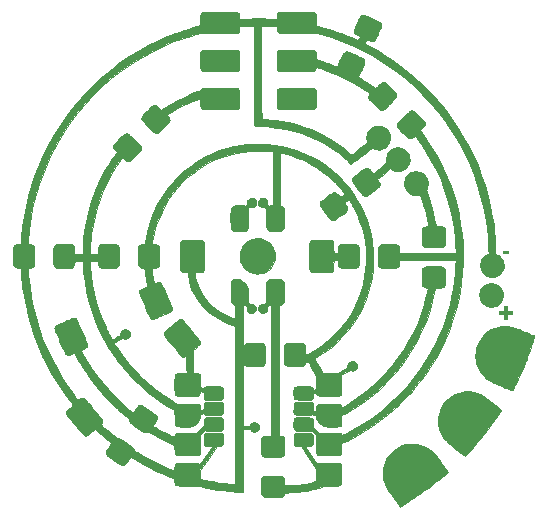
<source format=gbr>
G04 #@! TF.FileFunction,Copper,L1,Top,Signal*
%FSLAX46Y46*%
G04 Gerber Fmt 4.6, Leading zero omitted, Abs format (unit mm)*
G04 Created by KiCad (PCBNEW 4.0.2+dfsg1-stable) date ma  8. lokakuuta 2018 00.44.36*
%MOMM*%
G01*
G04 APERTURE LIST*
%ADD10C,0.100000*%
%ADD11C,0.010000*%
%ADD12C,2.000000*%
%ADD13C,0.800000*%
%ADD14C,4.000000*%
G04 APERTURE END LIST*
D10*
D11*
G36*
X64516337Y-63330425D02*
X64769627Y-63381313D01*
X65054436Y-63471352D01*
X65315906Y-63591174D01*
X65560402Y-63744440D01*
X65794288Y-63934814D01*
X65890584Y-64026417D01*
X65953292Y-64089834D01*
X66012620Y-64153021D01*
X66071891Y-64220236D01*
X66134430Y-64295735D01*
X66203562Y-64383776D01*
X66282610Y-64488617D01*
X66374898Y-64614514D01*
X66483752Y-64765726D01*
X66612495Y-64946510D01*
X66647031Y-64995208D01*
X67168656Y-65731167D01*
X66920703Y-65928593D01*
X66758379Y-66056964D01*
X66578584Y-66197619D01*
X66386925Y-66346288D01*
X66189006Y-66498699D01*
X65990432Y-66650578D01*
X65796810Y-66797654D01*
X65613743Y-66935654D01*
X65446837Y-67060308D01*
X65301699Y-67167341D01*
X65183931Y-67252483D01*
X65180500Y-67254925D01*
X65095685Y-67314365D01*
X64987468Y-67388832D01*
X64859590Y-67475855D01*
X64715790Y-67572963D01*
X64559809Y-67677685D01*
X64395388Y-67787549D01*
X64226265Y-67900084D01*
X64056183Y-68012820D01*
X63888880Y-68123283D01*
X63728097Y-68229004D01*
X63577575Y-68327511D01*
X63441053Y-68416333D01*
X63322273Y-68492998D01*
X63224973Y-68555036D01*
X63152895Y-68599974D01*
X63109778Y-68625342D01*
X63099075Y-68630167D01*
X63086109Y-68613509D01*
X63051215Y-68565934D01*
X62996979Y-68491037D01*
X62925985Y-68392413D01*
X62840821Y-68273659D01*
X62744072Y-68138370D01*
X62638323Y-67990141D01*
X62586750Y-67917733D01*
X62436017Y-67705346D01*
X62308059Y-67523363D01*
X62200564Y-67368094D01*
X62111218Y-67235846D01*
X62037709Y-67122926D01*
X61977722Y-67025642D01*
X61928945Y-66940302D01*
X61889064Y-66863214D01*
X61855765Y-66790686D01*
X61826737Y-66719025D01*
X61813578Y-66683678D01*
X61748955Y-66490214D01*
X61704148Y-66314357D01*
X61676381Y-66140171D01*
X61662880Y-65951723D01*
X61660431Y-65804417D01*
X61664495Y-65647842D01*
X62502085Y-65647842D01*
X62530270Y-65880680D01*
X62595378Y-66106539D01*
X62694758Y-66320437D01*
X62825756Y-66517394D01*
X62985722Y-66692427D01*
X63172001Y-66840556D01*
X63319661Y-66927111D01*
X63400949Y-66963299D01*
X63502808Y-67001664D01*
X63608609Y-67036550D01*
X63701721Y-67062302D01*
X63741167Y-67070467D01*
X63829731Y-67079118D01*
X63944121Y-67081973D01*
X64069245Y-67079483D01*
X64190007Y-67072102D01*
X64291316Y-67060284D01*
X64330282Y-67052777D01*
X64564938Y-66976855D01*
X64779222Y-66866712D01*
X64970580Y-66726219D01*
X65136459Y-66559248D01*
X65274309Y-66369671D01*
X65381576Y-66161360D01*
X65455708Y-65938186D01*
X65494153Y-65704021D01*
X65494359Y-65462738D01*
X65475068Y-65316179D01*
X65412735Y-65088741D01*
X65313058Y-64872396D01*
X65180460Y-64672950D01*
X65019368Y-64496208D01*
X64834204Y-64347979D01*
X64661917Y-64249084D01*
X64480038Y-64173190D01*
X64305296Y-64126039D01*
X64120133Y-64103674D01*
X64002492Y-64100500D01*
X63751196Y-64120451D01*
X63514245Y-64178528D01*
X63294664Y-64272062D01*
X63095480Y-64398385D01*
X62919719Y-64554831D01*
X62770408Y-64738732D01*
X62650571Y-64947420D01*
X62563236Y-65178228D01*
X62513476Y-65413007D01*
X62502085Y-65647842D01*
X61664495Y-65647842D01*
X61665916Y-65593115D01*
X61684221Y-65407419D01*
X61718114Y-65231807D01*
X61770366Y-65050762D01*
X61819912Y-64910986D01*
X61949748Y-64623297D01*
X62112473Y-64359310D01*
X62304811Y-64120725D01*
X62523483Y-63909242D01*
X62765215Y-63726558D01*
X63026728Y-63574374D01*
X63304747Y-63454389D01*
X63595994Y-63368303D01*
X63897192Y-63317813D01*
X64205066Y-63304621D01*
X64516337Y-63330425D01*
X64516337Y-63330425D01*
G37*
X64516337Y-63330425D02*
X64769627Y-63381313D01*
X65054436Y-63471352D01*
X65315906Y-63591174D01*
X65560402Y-63744440D01*
X65794288Y-63934814D01*
X65890584Y-64026417D01*
X65953292Y-64089834D01*
X66012620Y-64153021D01*
X66071891Y-64220236D01*
X66134430Y-64295735D01*
X66203562Y-64383776D01*
X66282610Y-64488617D01*
X66374898Y-64614514D01*
X66483752Y-64765726D01*
X66612495Y-64946510D01*
X66647031Y-64995208D01*
X67168656Y-65731167D01*
X66920703Y-65928593D01*
X66758379Y-66056964D01*
X66578584Y-66197619D01*
X66386925Y-66346288D01*
X66189006Y-66498699D01*
X65990432Y-66650578D01*
X65796810Y-66797654D01*
X65613743Y-66935654D01*
X65446837Y-67060308D01*
X65301699Y-67167341D01*
X65183931Y-67252483D01*
X65180500Y-67254925D01*
X65095685Y-67314365D01*
X64987468Y-67388832D01*
X64859590Y-67475855D01*
X64715790Y-67572963D01*
X64559809Y-67677685D01*
X64395388Y-67787549D01*
X64226265Y-67900084D01*
X64056183Y-68012820D01*
X63888880Y-68123283D01*
X63728097Y-68229004D01*
X63577575Y-68327511D01*
X63441053Y-68416333D01*
X63322273Y-68492998D01*
X63224973Y-68555036D01*
X63152895Y-68599974D01*
X63109778Y-68625342D01*
X63099075Y-68630167D01*
X63086109Y-68613509D01*
X63051215Y-68565934D01*
X62996979Y-68491037D01*
X62925985Y-68392413D01*
X62840821Y-68273659D01*
X62744072Y-68138370D01*
X62638323Y-67990141D01*
X62586750Y-67917733D01*
X62436017Y-67705346D01*
X62308059Y-67523363D01*
X62200564Y-67368094D01*
X62111218Y-67235846D01*
X62037709Y-67122926D01*
X61977722Y-67025642D01*
X61928945Y-66940302D01*
X61889064Y-66863214D01*
X61855765Y-66790686D01*
X61826737Y-66719025D01*
X61813578Y-66683678D01*
X61748955Y-66490214D01*
X61704148Y-66314357D01*
X61676381Y-66140171D01*
X61662880Y-65951723D01*
X61660431Y-65804417D01*
X61664495Y-65647842D01*
X62502085Y-65647842D01*
X62530270Y-65880680D01*
X62595378Y-66106539D01*
X62694758Y-66320437D01*
X62825756Y-66517394D01*
X62985722Y-66692427D01*
X63172001Y-66840556D01*
X63319661Y-66927111D01*
X63400949Y-66963299D01*
X63502808Y-67001664D01*
X63608609Y-67036550D01*
X63701721Y-67062302D01*
X63741167Y-67070467D01*
X63829731Y-67079118D01*
X63944121Y-67081973D01*
X64069245Y-67079483D01*
X64190007Y-67072102D01*
X64291316Y-67060284D01*
X64330282Y-67052777D01*
X64564938Y-66976855D01*
X64779222Y-66866712D01*
X64970580Y-66726219D01*
X65136459Y-66559248D01*
X65274309Y-66369671D01*
X65381576Y-66161360D01*
X65455708Y-65938186D01*
X65494153Y-65704021D01*
X65494359Y-65462738D01*
X65475068Y-65316179D01*
X65412735Y-65088741D01*
X65313058Y-64872396D01*
X65180460Y-64672950D01*
X65019368Y-64496208D01*
X64834204Y-64347979D01*
X64661917Y-64249084D01*
X64480038Y-64173190D01*
X64305296Y-64126039D01*
X64120133Y-64103674D01*
X64002492Y-64100500D01*
X63751196Y-64120451D01*
X63514245Y-64178528D01*
X63294664Y-64272062D01*
X63095480Y-64398385D01*
X62919719Y-64554831D01*
X62770408Y-64738732D01*
X62650571Y-64947420D01*
X62563236Y-65178228D01*
X62513476Y-65413007D01*
X62502085Y-65647842D01*
X61664495Y-65647842D01*
X61665916Y-65593115D01*
X61684221Y-65407419D01*
X61718114Y-65231807D01*
X61770366Y-65050762D01*
X61819912Y-64910986D01*
X61949748Y-64623297D01*
X62112473Y-64359310D01*
X62304811Y-64120725D01*
X62523483Y-63909242D01*
X62765215Y-63726558D01*
X63026728Y-63574374D01*
X63304747Y-63454389D01*
X63595994Y-63368303D01*
X63897192Y-63317813D01*
X64205066Y-63304621D01*
X64516337Y-63330425D01*
G36*
X54859156Y-62367471D02*
X54957000Y-62368632D01*
X55156693Y-62370580D01*
X55318153Y-62373484D01*
X55445429Y-62380360D01*
X55542571Y-62394226D01*
X55613629Y-62418098D01*
X55662653Y-62454995D01*
X55693693Y-62507933D01*
X55710798Y-62579929D01*
X55718017Y-62674001D01*
X55719402Y-62793165D01*
X55719000Y-62936333D01*
X55717505Y-63094602D01*
X55713142Y-63220750D01*
X55706089Y-63311584D01*
X55696528Y-63363910D01*
X55694571Y-63368957D01*
X55663431Y-63419866D01*
X55619002Y-63456370D01*
X55554087Y-63481202D01*
X55461491Y-63497096D01*
X55334018Y-63506788D01*
X55331503Y-63506915D01*
X55102756Y-63518417D01*
X55581472Y-64263084D01*
X56060189Y-65007751D01*
X56130595Y-64966210D01*
X56149303Y-64956126D01*
X56170690Y-64947860D01*
X56198798Y-64941265D01*
X56237668Y-64936193D01*
X56291341Y-64932497D01*
X56363858Y-64930028D01*
X56459260Y-64928639D01*
X56581589Y-64928182D01*
X56734886Y-64928510D01*
X56923193Y-64929475D01*
X57104643Y-64930626D01*
X58008285Y-64936583D01*
X58153167Y-65094711D01*
X58152854Y-65872897D01*
X58152687Y-66084327D01*
X58151990Y-66257667D01*
X58150195Y-66397162D01*
X58146733Y-66507054D01*
X58141035Y-66591587D01*
X58132531Y-66655006D01*
X58120654Y-66701553D01*
X58104834Y-66735473D01*
X58084501Y-66761009D01*
X58059087Y-66782405D01*
X58028023Y-66803904D01*
X58028020Y-66803906D01*
X58004848Y-66818623D01*
X57980742Y-66829997D01*
X57950219Y-66838459D01*
X57907796Y-66844438D01*
X57847992Y-66848366D01*
X57765323Y-66850672D01*
X57654308Y-66851786D01*
X57509463Y-66852140D01*
X57413174Y-66852167D01*
X56869941Y-66852167D01*
X56680762Y-66916394D01*
X56227217Y-67055134D01*
X55740687Y-67175056D01*
X55226668Y-67274987D01*
X54690654Y-67353755D01*
X54553577Y-67370035D01*
X54449392Y-67380498D01*
X54316866Y-67391807D01*
X54165255Y-67403365D01*
X54003820Y-67414574D01*
X53841819Y-67424838D01*
X53688510Y-67433558D01*
X53553153Y-67440138D01*
X53445005Y-67443980D01*
X53395958Y-67444724D01*
X53348388Y-67449284D01*
X53329815Y-67470096D01*
X53327087Y-67503042D01*
X53311923Y-67571129D01*
X53272821Y-67648602D01*
X53219139Y-67718697D01*
X53193213Y-67742961D01*
X53161301Y-67765107D01*
X53122178Y-67783005D01*
X53071334Y-67797077D01*
X53004256Y-67807746D01*
X52916434Y-67815433D01*
X52803359Y-67820562D01*
X52660518Y-67823553D01*
X52483402Y-67824829D01*
X52317668Y-67824904D01*
X52117936Y-67824146D01*
X51956420Y-67822387D01*
X51829009Y-67819458D01*
X51731596Y-67815191D01*
X51660069Y-67809417D01*
X51610320Y-67801969D01*
X51583822Y-67794828D01*
X51484673Y-67741896D01*
X51405768Y-67665495D01*
X51357925Y-67576213D01*
X51356866Y-67572712D01*
X51350190Y-67526632D01*
X51345152Y-67441315D01*
X51341820Y-67319830D01*
X51340262Y-67165243D01*
X51340544Y-66980623D01*
X51341464Y-66871644D01*
X51348083Y-66245538D01*
X51407386Y-66167830D01*
X51435038Y-66132169D01*
X51461154Y-66103084D01*
X51490155Y-66079904D01*
X51526463Y-66061961D01*
X51574498Y-66048583D01*
X51638681Y-66039100D01*
X51723434Y-66032843D01*
X51833178Y-66029141D01*
X51972334Y-66027325D01*
X52145324Y-66026723D01*
X52338735Y-66026667D01*
X52536529Y-66026720D01*
X52696493Y-66027055D01*
X52823130Y-66027937D01*
X52920944Y-66029630D01*
X52994438Y-66032397D01*
X53048115Y-66036503D01*
X53086479Y-66042211D01*
X53114033Y-66049786D01*
X53135280Y-66059493D01*
X53154724Y-66071594D01*
X53159491Y-66074795D01*
X53221136Y-66126853D01*
X53275306Y-66188960D01*
X53279038Y-66194342D01*
X53298635Y-66226699D01*
X53312072Y-66261009D01*
X53320496Y-66305780D01*
X53325052Y-66369520D01*
X53326887Y-66460737D01*
X53327167Y-66551662D01*
X53327167Y-66837565D01*
X53745208Y-66824248D01*
X54363212Y-66786129D01*
X54969339Y-66710821D01*
X55574316Y-66596929D01*
X55687250Y-66571452D01*
X55983583Y-66502905D01*
X55989239Y-65981705D01*
X55994894Y-65460505D01*
X54746272Y-63518417D01*
X54503880Y-63507833D01*
X54392997Y-63501832D01*
X54315340Y-63494122D01*
X54261800Y-63483046D01*
X54223270Y-63466948D01*
X54201785Y-63452876D01*
X54163990Y-63422365D01*
X54135712Y-63390498D01*
X54115693Y-63350959D01*
X54102677Y-63297432D01*
X54095408Y-63223598D01*
X54092628Y-63123143D01*
X54093081Y-62989748D01*
X54094088Y-62911526D01*
X54095921Y-62774134D01*
X54099686Y-62661635D01*
X54109253Y-62571593D01*
X54128492Y-62501573D01*
X54161275Y-62449139D01*
X54211473Y-62411856D01*
X54282956Y-62387288D01*
X54379595Y-62373001D01*
X54505260Y-62366560D01*
X54663824Y-62365528D01*
X54859156Y-62367471D01*
X54859156Y-62367471D01*
G37*
X54859156Y-62367471D02*
X54957000Y-62368632D01*
X55156693Y-62370580D01*
X55318153Y-62373484D01*
X55445429Y-62380360D01*
X55542571Y-62394226D01*
X55613629Y-62418098D01*
X55662653Y-62454995D01*
X55693693Y-62507933D01*
X55710798Y-62579929D01*
X55718017Y-62674001D01*
X55719402Y-62793165D01*
X55719000Y-62936333D01*
X55717505Y-63094602D01*
X55713142Y-63220750D01*
X55706089Y-63311584D01*
X55696528Y-63363910D01*
X55694571Y-63368957D01*
X55663431Y-63419866D01*
X55619002Y-63456370D01*
X55554087Y-63481202D01*
X55461491Y-63497096D01*
X55334018Y-63506788D01*
X55331503Y-63506915D01*
X55102756Y-63518417D01*
X55581472Y-64263084D01*
X56060189Y-65007751D01*
X56130595Y-64966210D01*
X56149303Y-64956126D01*
X56170690Y-64947860D01*
X56198798Y-64941265D01*
X56237668Y-64936193D01*
X56291341Y-64932497D01*
X56363858Y-64930028D01*
X56459260Y-64928639D01*
X56581589Y-64928182D01*
X56734886Y-64928510D01*
X56923193Y-64929475D01*
X57104643Y-64930626D01*
X58008285Y-64936583D01*
X58153167Y-65094711D01*
X58152854Y-65872897D01*
X58152687Y-66084327D01*
X58151990Y-66257667D01*
X58150195Y-66397162D01*
X58146733Y-66507054D01*
X58141035Y-66591587D01*
X58132531Y-66655006D01*
X58120654Y-66701553D01*
X58104834Y-66735473D01*
X58084501Y-66761009D01*
X58059087Y-66782405D01*
X58028023Y-66803904D01*
X58028020Y-66803906D01*
X58004848Y-66818623D01*
X57980742Y-66829997D01*
X57950219Y-66838459D01*
X57907796Y-66844438D01*
X57847992Y-66848366D01*
X57765323Y-66850672D01*
X57654308Y-66851786D01*
X57509463Y-66852140D01*
X57413174Y-66852167D01*
X56869941Y-66852167D01*
X56680762Y-66916394D01*
X56227217Y-67055134D01*
X55740687Y-67175056D01*
X55226668Y-67274987D01*
X54690654Y-67353755D01*
X54553577Y-67370035D01*
X54449392Y-67380498D01*
X54316866Y-67391807D01*
X54165255Y-67403365D01*
X54003820Y-67414574D01*
X53841819Y-67424838D01*
X53688510Y-67433558D01*
X53553153Y-67440138D01*
X53445005Y-67443980D01*
X53395958Y-67444724D01*
X53348388Y-67449284D01*
X53329815Y-67470096D01*
X53327087Y-67503042D01*
X53311923Y-67571129D01*
X53272821Y-67648602D01*
X53219139Y-67718697D01*
X53193213Y-67742961D01*
X53161301Y-67765107D01*
X53122178Y-67783005D01*
X53071334Y-67797077D01*
X53004256Y-67807746D01*
X52916434Y-67815433D01*
X52803359Y-67820562D01*
X52660518Y-67823553D01*
X52483402Y-67824829D01*
X52317668Y-67824904D01*
X52117936Y-67824146D01*
X51956420Y-67822387D01*
X51829009Y-67819458D01*
X51731596Y-67815191D01*
X51660069Y-67809417D01*
X51610320Y-67801969D01*
X51583822Y-67794828D01*
X51484673Y-67741896D01*
X51405768Y-67665495D01*
X51357925Y-67576213D01*
X51356866Y-67572712D01*
X51350190Y-67526632D01*
X51345152Y-67441315D01*
X51341820Y-67319830D01*
X51340262Y-67165243D01*
X51340544Y-66980623D01*
X51341464Y-66871644D01*
X51348083Y-66245538D01*
X51407386Y-66167830D01*
X51435038Y-66132169D01*
X51461154Y-66103084D01*
X51490155Y-66079904D01*
X51526463Y-66061961D01*
X51574498Y-66048583D01*
X51638681Y-66039100D01*
X51723434Y-66032843D01*
X51833178Y-66029141D01*
X51972334Y-66027325D01*
X52145324Y-66026723D01*
X52338735Y-66026667D01*
X52536529Y-66026720D01*
X52696493Y-66027055D01*
X52823130Y-66027937D01*
X52920944Y-66029630D01*
X52994438Y-66032397D01*
X53048115Y-66036503D01*
X53086479Y-66042211D01*
X53114033Y-66049786D01*
X53135280Y-66059493D01*
X53154724Y-66071594D01*
X53159491Y-66074795D01*
X53221136Y-66126853D01*
X53275306Y-66188960D01*
X53279038Y-66194342D01*
X53298635Y-66226699D01*
X53312072Y-66261009D01*
X53320496Y-66305780D01*
X53325052Y-66369520D01*
X53326887Y-66460737D01*
X53327167Y-66551662D01*
X53327167Y-66837565D01*
X53745208Y-66824248D01*
X54363212Y-66786129D01*
X54969339Y-66710821D01*
X55574316Y-66596929D01*
X55687250Y-66571452D01*
X55983583Y-66502905D01*
X55989239Y-65981705D01*
X55994894Y-65460505D01*
X54746272Y-63518417D01*
X54503880Y-63507833D01*
X54392997Y-63501832D01*
X54315340Y-63494122D01*
X54261800Y-63483046D01*
X54223270Y-63466948D01*
X54201785Y-63452876D01*
X54163990Y-63422365D01*
X54135712Y-63390498D01*
X54115693Y-63350959D01*
X54102677Y-63297432D01*
X54095408Y-63223598D01*
X54092628Y-63123143D01*
X54093081Y-62989748D01*
X54094088Y-62911526D01*
X54095921Y-62774134D01*
X54099686Y-62661635D01*
X54109253Y-62571593D01*
X54128492Y-62501573D01*
X54161275Y-62449139D01*
X54211473Y-62411856D01*
X54282956Y-62387288D01*
X54379595Y-62373001D01*
X54505260Y-62366560D01*
X54663824Y-62365528D01*
X54859156Y-62367471D01*
G36*
X48124155Y-26738298D02*
X48339072Y-26739616D01*
X48544328Y-26741646D01*
X48735618Y-26744385D01*
X48908635Y-26747832D01*
X49059076Y-26751984D01*
X49182634Y-26756841D01*
X49275004Y-26762399D01*
X49331882Y-26768658D01*
X49347015Y-26772660D01*
X49409012Y-26810766D01*
X49451442Y-26855315D01*
X49477763Y-26914800D01*
X49491431Y-26997714D01*
X49495904Y-27112550D01*
X49496000Y-27138669D01*
X49496000Y-27360962D01*
X49638875Y-27348512D01*
X49696084Y-27344576D01*
X49788977Y-27339447D01*
X49910931Y-27333436D01*
X50055322Y-27326851D01*
X50215528Y-27320002D01*
X50384926Y-27313198D01*
X50444134Y-27310923D01*
X50710394Y-27303473D01*
X50997711Y-27300171D01*
X51296340Y-27300842D01*
X51596535Y-27305310D01*
X51888552Y-27313400D01*
X52162644Y-27324938D01*
X52409067Y-27339746D01*
X52517542Y-27348211D01*
X52671000Y-27361306D01*
X52671033Y-27162445D01*
X52676537Y-27027545D01*
X52694736Y-26927003D01*
X52728237Y-26854064D01*
X52779644Y-26801970D01*
X52819167Y-26778408D01*
X52836274Y-26771086D01*
X52858204Y-26764793D01*
X52888075Y-26759450D01*
X52929006Y-26754982D01*
X52984117Y-26751310D01*
X53056528Y-26748358D01*
X53149357Y-26746048D01*
X53265725Y-26744304D01*
X53408751Y-26743049D01*
X53581554Y-26742204D01*
X53787253Y-26741694D01*
X54028969Y-26741440D01*
X54309820Y-26741366D01*
X54317388Y-26741366D01*
X54606198Y-26741379D01*
X54855747Y-26741568D01*
X55069106Y-26742133D01*
X55249346Y-26743276D01*
X55399540Y-26745198D01*
X55522759Y-26748100D01*
X55622075Y-26752185D01*
X55700560Y-26757652D01*
X55761285Y-26764705D01*
X55807322Y-26773543D01*
X55841742Y-26784368D01*
X55867618Y-26797383D01*
X55888021Y-26812787D01*
X55906022Y-26830782D01*
X55920083Y-26846423D01*
X55933497Y-26863960D01*
X55943867Y-26886392D01*
X55951675Y-26919200D01*
X55957403Y-26967864D01*
X55961534Y-27037863D01*
X55964549Y-27134678D01*
X55966932Y-27263789D01*
X55968777Y-27399678D01*
X55971319Y-27565193D01*
X55974455Y-27692552D01*
X55978465Y-27785932D01*
X55983630Y-27849509D01*
X55990232Y-27887459D01*
X55998552Y-27903959D01*
X56002810Y-27905500D01*
X56038654Y-27911522D01*
X56109310Y-27928501D01*
X56209169Y-27954811D01*
X56332625Y-27988822D01*
X56474069Y-28028907D01*
X56627894Y-28073438D01*
X56788492Y-28120785D01*
X56950256Y-28169323D01*
X57107578Y-28217421D01*
X57254850Y-28263452D01*
X57386465Y-28305789D01*
X57422917Y-28317811D01*
X57729804Y-28422318D01*
X58029687Y-28529988D01*
X58330515Y-28643952D01*
X58640236Y-28767343D01*
X58966798Y-28903291D01*
X59318151Y-29054929D01*
X59521006Y-29144449D01*
X59587096Y-29173810D01*
X59657793Y-28990945D01*
X59690949Y-28901313D01*
X59707989Y-28843692D01*
X59710314Y-28811550D01*
X59699327Y-28798360D01*
X59699153Y-28798301D01*
X59668654Y-28784977D01*
X59610081Y-28756945D01*
X59533013Y-28718848D01*
X59477699Y-28690969D01*
X59386788Y-28643204D01*
X59325393Y-28605445D01*
X59284391Y-28570400D01*
X59254660Y-28530775D01*
X59236574Y-28498167D01*
X59202650Y-28412982D01*
X59195250Y-28330958D01*
X59196974Y-28307667D01*
X59208893Y-28260145D01*
X59236805Y-28181315D01*
X59277746Y-28077716D01*
X59328748Y-27955888D01*
X59386844Y-27822371D01*
X59449069Y-27683707D01*
X59512455Y-27546435D01*
X59574037Y-27417096D01*
X59630847Y-27302230D01*
X59679919Y-27208378D01*
X59718286Y-27142079D01*
X59738195Y-27114435D01*
X59833567Y-27039825D01*
X59947482Y-27000383D01*
X60007245Y-26995333D01*
X60049063Y-27002775D01*
X60119394Y-27025623D01*
X60220188Y-27064660D01*
X60353395Y-27120671D01*
X60520965Y-27194440D01*
X60669383Y-27261443D01*
X60859919Y-27348361D01*
X61015686Y-27420131D01*
X61140546Y-27478924D01*
X61238358Y-27526909D01*
X61312985Y-27566258D01*
X61368286Y-27599141D01*
X61408122Y-27627727D01*
X61436354Y-27654186D01*
X61456842Y-27680690D01*
X61473448Y-27709408D01*
X61476369Y-27715070D01*
X61498531Y-27762775D01*
X61512764Y-27808420D01*
X61517796Y-27856949D01*
X61512356Y-27913307D01*
X61495173Y-27982437D01*
X61464976Y-28069285D01*
X61420492Y-28178794D01*
X61360452Y-28315908D01*
X61283584Y-28485572D01*
X61271437Y-28512138D01*
X61205485Y-28655074D01*
X61143426Y-28787295D01*
X61087916Y-28903322D01*
X61041609Y-28997675D01*
X61007161Y-29064873D01*
X60987226Y-29099437D01*
X60986263Y-29100724D01*
X60904284Y-29172675D01*
X60800471Y-29209630D01*
X60677071Y-29211415D01*
X60536330Y-29177850D01*
X60449602Y-29143013D01*
X60374651Y-29109894D01*
X60315989Y-29085931D01*
X60282856Y-29074817D01*
X60278862Y-29074749D01*
X60266728Y-29097333D01*
X60244083Y-29147240D01*
X60215307Y-29213952D01*
X60184779Y-29286956D01*
X60156878Y-29355735D01*
X60135985Y-29409775D01*
X60126477Y-29438560D01*
X60126463Y-29440672D01*
X60146599Y-29451651D01*
X60196515Y-29477342D01*
X60268090Y-29513596D01*
X60331928Y-29545637D01*
X60639304Y-29705649D01*
X60970532Y-29889566D01*
X61318192Y-30092756D01*
X61674864Y-30310587D01*
X62033131Y-30538428D01*
X62385573Y-30771649D01*
X62724770Y-31005617D01*
X63043303Y-31235702D01*
X63063833Y-31250946D01*
X63790407Y-31817368D01*
X64487418Y-32413182D01*
X65154173Y-33037204D01*
X65789974Y-33688251D01*
X66394127Y-34365139D01*
X66965938Y-35066684D01*
X67504710Y-35791702D01*
X68009748Y-36539010D01*
X68480357Y-37307424D01*
X68915843Y-38095760D01*
X69315509Y-38902835D01*
X69678660Y-39727465D01*
X70004602Y-40568466D01*
X70292639Y-41424655D01*
X70542075Y-42294847D01*
X70752216Y-43177860D01*
X70922366Y-44072509D01*
X71032034Y-44817667D01*
X71071841Y-45151211D01*
X71106992Y-45490641D01*
X71136876Y-45827804D01*
X71160881Y-46154546D01*
X71178397Y-46462714D01*
X71188814Y-46744155D01*
X71191628Y-46948213D01*
X71191833Y-47226676D01*
X71330509Y-47291571D01*
X71464326Y-47371158D01*
X71590398Y-47477883D01*
X71591289Y-47478774D01*
X71718871Y-47633110D01*
X71809337Y-47799296D01*
X71864449Y-47973023D01*
X71885970Y-48149984D01*
X71875663Y-48325871D01*
X71835291Y-48496377D01*
X71766618Y-48657193D01*
X71671406Y-48804013D01*
X71551418Y-48932527D01*
X71408417Y-49038429D01*
X71244167Y-49117411D01*
X71060430Y-49165165D01*
X70895844Y-49178000D01*
X70687819Y-49158223D01*
X70496138Y-49100173D01*
X70323856Y-49005770D01*
X70174032Y-48876936D01*
X70049721Y-48715593D01*
X69991331Y-48609566D01*
X69952305Y-48523973D01*
X69927886Y-48453414D01*
X69913916Y-48380716D01*
X69906241Y-48288701D01*
X69904329Y-48249996D01*
X69903329Y-48156440D01*
X70451884Y-48156440D01*
X70456605Y-48277790D01*
X70488139Y-48384493D01*
X70490944Y-48390151D01*
X70559500Y-48485637D01*
X70653790Y-48565429D01*
X70726799Y-48604117D01*
X70792075Y-48619074D01*
X70878880Y-48625473D01*
X70967708Y-48623085D01*
X71039054Y-48611680D01*
X71050520Y-48607918D01*
X71124893Y-48564967D01*
X71202161Y-48497250D01*
X71268080Y-48418708D01*
X71300524Y-48363265D01*
X71335729Y-48239411D01*
X71333201Y-48116391D01*
X71297169Y-48000635D01*
X71231862Y-47898572D01*
X71141508Y-47816632D01*
X71030336Y-47761247D01*
X70902575Y-47738846D01*
X70889752Y-47738667D01*
X70780464Y-47756144D01*
X70670110Y-47803151D01*
X70574083Y-47871548D01*
X70518895Y-47934721D01*
X70472979Y-48036673D01*
X70451884Y-48156440D01*
X69903329Y-48156440D01*
X69902887Y-48115154D01*
X69913219Y-48004237D01*
X69932322Y-47916010D01*
X69999006Y-47745839D01*
X70100917Y-47586021D01*
X70231000Y-47444815D01*
X70382200Y-47330479D01*
X70475193Y-47280467D01*
X70604944Y-47220566D01*
X70590203Y-46796991D01*
X70537539Y-45872700D01*
X70444337Y-44960304D01*
X70310674Y-44060064D01*
X70136627Y-43172240D01*
X69922273Y-42297094D01*
X69667687Y-41434888D01*
X69372946Y-40585882D01*
X69038128Y-39750339D01*
X68663308Y-38928518D01*
X68248564Y-38120682D01*
X67834103Y-37393892D01*
X67378988Y-36668708D01*
X66897516Y-35971664D01*
X66386458Y-35298636D01*
X65842586Y-34645498D01*
X65262671Y-34008126D01*
X64863865Y-33599333D01*
X64205181Y-32971341D01*
X63521099Y-32376685D01*
X62812732Y-31816014D01*
X62081191Y-31289976D01*
X61327588Y-30799219D01*
X60553034Y-30344391D01*
X59758641Y-29926141D01*
X58945520Y-29545117D01*
X58114783Y-29201967D01*
X57267542Y-28897339D01*
X56404908Y-28631883D01*
X56291867Y-28600332D01*
X56152814Y-28562467D01*
X56048092Y-28535440D01*
X55971433Y-28518102D01*
X55916566Y-28509302D01*
X55877223Y-28507892D01*
X55847134Y-28512720D01*
X55835129Y-28516555D01*
X55805107Y-28521765D01*
X55744824Y-28526283D01*
X55652795Y-28530133D01*
X55527540Y-28533338D01*
X55367573Y-28535920D01*
X55171413Y-28537904D01*
X54937577Y-28539313D01*
X54664581Y-28540168D01*
X54350943Y-28540495D01*
X54304311Y-28540500D01*
X52839711Y-28540500D01*
X52681583Y-28395656D01*
X52674305Y-28182233D01*
X52670356Y-28085107D01*
X52665220Y-28022290D01*
X52656995Y-27985762D01*
X52643781Y-27967505D01*
X52623676Y-27959498D01*
X52621388Y-27958990D01*
X52579404Y-27953613D01*
X52502651Y-27947237D01*
X52398669Y-27940239D01*
X52275002Y-27932995D01*
X52139189Y-27925885D01*
X51998773Y-27919284D01*
X51861295Y-27913570D01*
X51734297Y-27909121D01*
X51625320Y-27906314D01*
X51552234Y-27905500D01*
X51334416Y-27905500D01*
X51346915Y-30694208D01*
X51348617Y-31060371D01*
X51350460Y-31431628D01*
X51352416Y-31803926D01*
X51354462Y-32173213D01*
X51356570Y-32535436D01*
X51358715Y-32886541D01*
X51360871Y-33222475D01*
X51363012Y-33539186D01*
X51365113Y-33832620D01*
X51367147Y-34098724D01*
X51369089Y-34333446D01*
X51370913Y-34532731D01*
X51372109Y-34649234D01*
X51384804Y-35815551D01*
X51683943Y-35829799D01*
X52194482Y-35866947D01*
X52727027Y-35931071D01*
X52988500Y-35971006D01*
X53669723Y-36100211D01*
X54333243Y-36263152D01*
X54977372Y-36459039D01*
X55600421Y-36687082D01*
X56200704Y-36946494D01*
X56776533Y-37236485D01*
X57326220Y-37556265D01*
X57848077Y-37905047D01*
X58340418Y-38282039D01*
X58801554Y-38686454D01*
X58807221Y-38691781D01*
X58891918Y-38768556D01*
X58951725Y-38815660D01*
X58989662Y-38835250D01*
X59005347Y-38833367D01*
X59045648Y-38802061D01*
X59111698Y-38750270D01*
X59199073Y-38681498D01*
X59303350Y-38599249D01*
X59420103Y-38507026D01*
X59544909Y-38408335D01*
X59673343Y-38306678D01*
X59800981Y-38205560D01*
X59923400Y-38108484D01*
X60036174Y-38018954D01*
X60134880Y-37940474D01*
X60215094Y-37876549D01*
X60272391Y-37830681D01*
X60302348Y-37806375D01*
X60305485Y-37803678D01*
X60317984Y-37778422D01*
X60315871Y-37733443D01*
X60300193Y-37664012D01*
X60269265Y-37465637D01*
X60272468Y-37397002D01*
X60820167Y-37397002D01*
X60838768Y-37527771D01*
X60890420Y-37642095D01*
X60968891Y-37735815D01*
X61067952Y-37804778D01*
X61181372Y-37844825D01*
X61302921Y-37851801D01*
X61426370Y-37821549D01*
X61444583Y-37813581D01*
X61564056Y-37738251D01*
X61647801Y-37640347D01*
X61695178Y-37520945D01*
X61705544Y-37381123D01*
X61705254Y-37376276D01*
X61679205Y-37242692D01*
X61618110Y-37131542D01*
X61519628Y-37038764D01*
X61504686Y-37028333D01*
X61456266Y-37000028D01*
X61406134Y-36983897D01*
X61339885Y-36976770D01*
X61264408Y-36975417D01*
X61176354Y-36977301D01*
X61115792Y-36985305D01*
X61067955Y-37002955D01*
X61018083Y-37033778D01*
X61017034Y-37034504D01*
X60929996Y-37116514D01*
X60863770Y-37221623D01*
X60826017Y-37335721D01*
X60820167Y-37397002D01*
X60272468Y-37397002D01*
X60278510Y-37267561D01*
X60326392Y-37076055D01*
X60411373Y-36897390D01*
X60525606Y-36744673D01*
X60679698Y-36603414D01*
X60848124Y-36501822D01*
X61032420Y-36439209D01*
X61234124Y-36414888D01*
X61264667Y-36414500D01*
X61465731Y-36434286D01*
X61652427Y-36491124D01*
X61820970Y-36581230D01*
X61967576Y-36700823D01*
X62088463Y-36846121D01*
X62179846Y-37013342D01*
X62237944Y-37198703D01*
X62258971Y-37398422D01*
X62258982Y-37408489D01*
X62248474Y-37569416D01*
X62215080Y-37713172D01*
X62158593Y-37851406D01*
X62100924Y-37945672D01*
X62018282Y-38048054D01*
X61921615Y-38147384D01*
X61821870Y-38232492D01*
X61729994Y-38292209D01*
X61723213Y-38295603D01*
X61530245Y-38367923D01*
X61332094Y-38401332D01*
X61134652Y-38395800D01*
X60943814Y-38351296D01*
X60823406Y-38300084D01*
X60764469Y-38274418D01*
X60718688Y-38262356D01*
X60705306Y-38263057D01*
X60684095Y-38277831D01*
X60633018Y-38316477D01*
X60555304Y-38376467D01*
X60454183Y-38455276D01*
X60332884Y-38550375D01*
X60194636Y-38659239D01*
X60042667Y-38779340D01*
X59880207Y-38908153D01*
X59834234Y-38944678D01*
X59669325Y-39075749D01*
X59514017Y-39199186D01*
X59371549Y-39312416D01*
X59245159Y-39412865D01*
X59138086Y-39497959D01*
X59053569Y-39565123D01*
X58994846Y-39611784D01*
X58965157Y-39635367D01*
X58962550Y-39637436D01*
X58944532Y-39636187D01*
X58909553Y-39614495D01*
X58855024Y-39570157D01*
X58778357Y-39500971D01*
X58676961Y-39404734D01*
X58592133Y-39322292D01*
X58354505Y-39095178D01*
X58130924Y-38893450D01*
X57910801Y-38708068D01*
X57683547Y-38529990D01*
X57535107Y-38419782D01*
X57033333Y-38079592D01*
X56502020Y-37768398D01*
X55943118Y-37486898D01*
X55358577Y-37235791D01*
X54750344Y-37015777D01*
X54120370Y-36827556D01*
X53470605Y-36671827D01*
X52802996Y-36549289D01*
X52119494Y-36460642D01*
X52057167Y-36454340D01*
X51955484Y-36446480D01*
X51822229Y-36439416D01*
X51668161Y-36433540D01*
X51504039Y-36429240D01*
X51340621Y-36426907D01*
X51292738Y-36426646D01*
X50792892Y-36425083D01*
X50779446Y-36236623D01*
X50776904Y-36179711D01*
X50774518Y-36085116D01*
X50772336Y-35957489D01*
X50770401Y-35801481D01*
X50768762Y-35621742D01*
X50767462Y-35422923D01*
X50766548Y-35209674D01*
X50766065Y-34986646D01*
X50766000Y-34869592D01*
X50765889Y-34698958D01*
X50765565Y-34489925D01*
X50765041Y-34246426D01*
X50764332Y-33972395D01*
X50763450Y-33671765D01*
X50762410Y-33348470D01*
X50761225Y-33006444D01*
X50759908Y-32649619D01*
X50758474Y-32281929D01*
X50756936Y-31907308D01*
X50755307Y-31529689D01*
X50753601Y-31153006D01*
X50751914Y-30798260D01*
X50737829Y-27905500D01*
X50567388Y-27905500D01*
X50488955Y-27906656D01*
X50384587Y-27909853D01*
X50261992Y-27914685D01*
X50128882Y-27920744D01*
X49992964Y-27927625D01*
X49861948Y-27934921D01*
X49743544Y-27942225D01*
X49645460Y-27949131D01*
X49575406Y-27955232D01*
X49543625Y-27959489D01*
X49521042Y-27966989D01*
X49507015Y-27983271D01*
X49499516Y-28016905D01*
X49496520Y-28076457D01*
X49496000Y-28160954D01*
X49491453Y-28288323D01*
X49477588Y-28376976D01*
X49463892Y-28414193D01*
X49451729Y-28438059D01*
X49439688Y-28458716D01*
X49424804Y-28476394D01*
X49404112Y-28491325D01*
X49374648Y-28503740D01*
X49333446Y-28513872D01*
X49277543Y-28521952D01*
X49203972Y-28528211D01*
X49109770Y-28532881D01*
X48991972Y-28536194D01*
X48847612Y-28538381D01*
X48673726Y-28539674D01*
X48467350Y-28540304D01*
X48225518Y-28540504D01*
X47945266Y-28540504D01*
X47847047Y-28540500D01*
X47533178Y-28540265D01*
X47259928Y-28539543D01*
X47025584Y-28538306D01*
X46828434Y-28536526D01*
X46666766Y-28534177D01*
X46538868Y-28531231D01*
X46443027Y-28527660D01*
X46377531Y-28523438D01*
X46340667Y-28518536D01*
X46333405Y-28516312D01*
X46316713Y-28509007D01*
X46299768Y-28504288D01*
X46277933Y-28503189D01*
X46246570Y-28506746D01*
X46201043Y-28515993D01*
X46136713Y-28531967D01*
X46048943Y-28555702D01*
X45933096Y-28588234D01*
X45784534Y-28630597D01*
X45653984Y-28667974D01*
X44815272Y-28929979D01*
X43986804Y-29232264D01*
X43170805Y-29573541D01*
X42369499Y-29952524D01*
X41585110Y-30367926D01*
X40819863Y-30818461D01*
X40075983Y-31302840D01*
X39355694Y-31819777D01*
X38661220Y-32367986D01*
X37994786Y-32946179D01*
X37570115Y-33344813D01*
X36933842Y-33986964D01*
X36336539Y-34643242D01*
X35776528Y-35315938D01*
X35252132Y-36007346D01*
X34761675Y-36719759D01*
X34303480Y-37455472D01*
X33875869Y-38216776D01*
X33568824Y-38816917D01*
X33187939Y-39638719D01*
X32848050Y-40469703D01*
X32548742Y-41311254D01*
X32289603Y-42164754D01*
X32070218Y-43031588D01*
X31890174Y-43913140D01*
X31749057Y-44810794D01*
X31727477Y-44976417D01*
X31706984Y-45146857D01*
X31686859Y-45329112D01*
X31667755Y-45515862D01*
X31650329Y-45699789D01*
X31635234Y-45873577D01*
X31623126Y-46029907D01*
X31614659Y-46161461D01*
X31610490Y-46260922D01*
X31610167Y-46287182D01*
X31610167Y-46399478D01*
X31758310Y-46410078D01*
X31860089Y-46422582D01*
X31936126Y-46445937D01*
X31987836Y-46474533D01*
X32025903Y-46500635D01*
X32056992Y-46526536D01*
X32081810Y-46556601D01*
X32101062Y-46595195D01*
X32115454Y-46646683D01*
X32125695Y-46715430D01*
X32132489Y-46805800D01*
X32136543Y-46922157D01*
X32138564Y-47068868D01*
X32139258Y-47250296D01*
X32139333Y-47410583D01*
X32139168Y-47620706D01*
X32138203Y-47792860D01*
X32135730Y-47931411D01*
X32131044Y-48040723D01*
X32123437Y-48125160D01*
X32112204Y-48189088D01*
X32096639Y-48236871D01*
X32076034Y-48272874D01*
X32049683Y-48301462D01*
X32016881Y-48326999D01*
X31987836Y-48346633D01*
X31920679Y-48381569D01*
X31840330Y-48402131D01*
X31758310Y-48411088D01*
X31610167Y-48421688D01*
X31610167Y-48536793D01*
X31611978Y-48595887D01*
X31616997Y-48687626D01*
X31624604Y-48802494D01*
X31634178Y-48930977D01*
X31642791Y-49036658D01*
X31740840Y-49946385D01*
X31879622Y-50845583D01*
X32058765Y-51733289D01*
X32277896Y-52608546D01*
X32536644Y-53470393D01*
X32834636Y-54317870D01*
X33171500Y-55150018D01*
X33546864Y-55965877D01*
X33960355Y-56764487D01*
X34411602Y-57544888D01*
X34900231Y-58306120D01*
X35425872Y-59047225D01*
X35629521Y-59315954D01*
X35700846Y-59408447D01*
X35764091Y-59490497D01*
X35814253Y-59555612D01*
X35846329Y-59597298D01*
X35854479Y-59607925D01*
X35873860Y-59619042D01*
X35904704Y-59607025D01*
X35955265Y-59568322D01*
X35964305Y-59560642D01*
X36080733Y-59478179D01*
X36189020Y-59436951D01*
X36288903Y-59436999D01*
X36380115Y-59478363D01*
X36399163Y-59493155D01*
X36420316Y-59515735D01*
X36465288Y-59567199D01*
X36530942Y-59643791D01*
X36614139Y-59741753D01*
X36711744Y-59857328D01*
X36820618Y-59986760D01*
X36937625Y-60126290D01*
X37059626Y-60272162D01*
X37183486Y-60420618D01*
X37306066Y-60567902D01*
X37424229Y-60710257D01*
X37534839Y-60843924D01*
X37634757Y-60965148D01*
X37720846Y-61070171D01*
X37789970Y-61155235D01*
X37838991Y-61216584D01*
X37849444Y-61229979D01*
X37890906Y-61316109D01*
X37898035Y-61414990D01*
X37871965Y-61516262D01*
X37813832Y-61609563D01*
X37807029Y-61617257D01*
X37765014Y-61663430D01*
X37899632Y-61788310D01*
X38065800Y-61939696D01*
X38250664Y-62103383D01*
X38444012Y-62270616D01*
X38635632Y-62432639D01*
X38815311Y-62580696D01*
X38942149Y-62682070D01*
X39021909Y-62741633D01*
X39082291Y-62777744D01*
X39134608Y-62796111D01*
X39179747Y-62801952D01*
X39247255Y-62810374D01*
X39302404Y-62824784D01*
X39312888Y-62829459D01*
X39345252Y-62849773D01*
X39406588Y-62890967D01*
X39491490Y-62949223D01*
X39594548Y-63020724D01*
X39710353Y-63101651D01*
X39833496Y-63188189D01*
X39958568Y-63276518D01*
X40080161Y-63362823D01*
X40192865Y-63443284D01*
X40291272Y-63514086D01*
X40369973Y-63571410D01*
X40423558Y-63611438D01*
X40443801Y-63627627D01*
X40492228Y-63682919D01*
X40535114Y-63751559D01*
X40541616Y-63765125D01*
X40557534Y-63797672D01*
X40576704Y-63826814D01*
X40603853Y-63856108D01*
X40643703Y-63889112D01*
X40700978Y-63929385D01*
X40780404Y-63980485D01*
X40886705Y-64045971D01*
X41024604Y-64129400D01*
X41027872Y-64131369D01*
X41511513Y-64412319D01*
X42019285Y-64687575D01*
X42539045Y-64951041D01*
X43058647Y-65196618D01*
X43565945Y-65418212D01*
X43706917Y-65476261D01*
X44003250Y-65596536D01*
X44013833Y-65350209D01*
X44021941Y-65220548D01*
X44035337Y-65125539D01*
X44056903Y-65057569D01*
X44089518Y-65009023D01*
X44136064Y-64972288D01*
X44162423Y-64957531D01*
X44182671Y-64949425D01*
X44211608Y-64942830D01*
X44253148Y-64937636D01*
X44311204Y-64933734D01*
X44389689Y-64931015D01*
X44492516Y-64929369D01*
X44623598Y-64928687D01*
X44786848Y-64928859D01*
X44986180Y-64929775D01*
X45123936Y-64930632D01*
X46021924Y-64936583D01*
X46083743Y-64995827D01*
X46145561Y-65055071D01*
X47269141Y-63518417D01*
X46969695Y-63507833D01*
X46836811Y-63501995D01*
X46738651Y-63493891D01*
X46667607Y-63481440D01*
X46616071Y-63462560D01*
X46576435Y-63435170D01*
X46541091Y-63397186D01*
X46534308Y-63388696D01*
X46518831Y-63366375D01*
X46507471Y-63340205D01*
X46499598Y-63303691D01*
X46494578Y-63250339D01*
X46491782Y-63173655D01*
X46490578Y-63067144D01*
X46490333Y-62936333D01*
X46490336Y-62791121D01*
X46492966Y-62672832D01*
X46502155Y-62578710D01*
X46521834Y-62505997D01*
X46555937Y-62451935D01*
X46608394Y-62413767D01*
X46683137Y-62388736D01*
X46784100Y-62374085D01*
X46915212Y-62367054D01*
X47080408Y-62364889D01*
X47283617Y-62364829D01*
X47305250Y-62364833D01*
X47493780Y-62365225D01*
X47644922Y-62366902D01*
X47763618Y-62370613D01*
X47854809Y-62377109D01*
X47923438Y-62387139D01*
X47974446Y-62401453D01*
X48012775Y-62420802D01*
X48043366Y-62445935D01*
X48071162Y-62477602D01*
X48074279Y-62481539D01*
X48090397Y-62504299D01*
X48102228Y-62529945D01*
X48110433Y-62565009D01*
X48115670Y-62616023D01*
X48118599Y-62689517D01*
X48119878Y-62792024D01*
X48120166Y-62930074D01*
X48120167Y-62936333D01*
X48119904Y-63075918D01*
X48118676Y-63179701D01*
X48115825Y-63254215D01*
X48110691Y-63305991D01*
X48102616Y-63341561D01*
X48090940Y-63367454D01*
X48075004Y-63390204D01*
X48074279Y-63391127D01*
X47997346Y-63457670D01*
X47891809Y-63496522D01*
X47766305Y-63508663D01*
X47643917Y-63509492D01*
X46908375Y-64517452D01*
X46172833Y-65525411D01*
X46172833Y-66296808D01*
X46262792Y-66319168D01*
X46458283Y-66364326D01*
X46688349Y-66411689D01*
X46945367Y-66460080D01*
X47221715Y-66508321D01*
X47509769Y-66555235D01*
X47801906Y-66599645D01*
X48090504Y-66640374D01*
X48367940Y-66676243D01*
X48626590Y-66706077D01*
X48858832Y-66728697D01*
X48972158Y-66737609D01*
X49178566Y-66752138D01*
X49174703Y-61895920D01*
X50586346Y-61895920D01*
X50597981Y-61970298D01*
X50636693Y-62033956D01*
X50707148Y-62090391D01*
X50785686Y-62105278D01*
X50872257Y-62078864D01*
X50941378Y-62022916D01*
X50975799Y-61950288D01*
X50974200Y-61870336D01*
X50935258Y-61792419D01*
X50915795Y-61770538D01*
X50845326Y-61723061D01*
X50772556Y-61710979D01*
X50703879Y-61728259D01*
X50645689Y-61768866D01*
X50604380Y-61826764D01*
X50586346Y-61895920D01*
X49174703Y-61895920D01*
X49173241Y-60058283D01*
X49167917Y-53364429D01*
X48880683Y-53264090D01*
X48394418Y-53075618D01*
X47938368Y-52860745D01*
X47513311Y-52620135D01*
X47120023Y-52354450D01*
X46759281Y-52064353D01*
X46431862Y-51750506D01*
X46138542Y-51413573D01*
X45880099Y-51054214D01*
X45657308Y-50673094D01*
X45527533Y-50404009D01*
X45433417Y-50170556D01*
X45345603Y-49912350D01*
X45267936Y-49643157D01*
X45204262Y-49376742D01*
X45158425Y-49126871D01*
X45146640Y-49040417D01*
X45136640Y-48961839D01*
X45126549Y-48888397D01*
X45123193Y-48865792D01*
X45112582Y-48797000D01*
X44949499Y-48796495D01*
X44812520Y-48791413D01*
X44708684Y-48775663D01*
X44629655Y-48747041D01*
X44567095Y-48703339D01*
X44555446Y-48692215D01*
X44490083Y-48626852D01*
X44490083Y-46194314D01*
X44555446Y-46128951D01*
X44618089Y-46081734D01*
X44689685Y-46048245D01*
X44703613Y-46044382D01*
X44747926Y-46039188D01*
X44828231Y-46034834D01*
X44938195Y-46031319D01*
X45071484Y-46028645D01*
X45221765Y-46026811D01*
X45382705Y-46025817D01*
X45547971Y-46025663D01*
X45711229Y-46026350D01*
X45866146Y-46027876D01*
X46006390Y-46030243D01*
X46125626Y-46033450D01*
X46217522Y-46037497D01*
X46275744Y-46042384D01*
X46287387Y-46044382D01*
X46357156Y-46072742D01*
X46424167Y-46118366D01*
X46435554Y-46128951D01*
X46500917Y-46194314D01*
X46500917Y-48626852D01*
X46435554Y-48692215D01*
X46387051Y-48732428D01*
X46329462Y-48761242D01*
X46255250Y-48780333D01*
X46156882Y-48791374D01*
X46026822Y-48796042D01*
X45966458Y-48796495D01*
X45866025Y-48796079D01*
X45796611Y-48798622D01*
X45753757Y-48810560D01*
X45733005Y-48838327D01*
X45729896Y-48888358D01*
X45739970Y-48967089D01*
X45758768Y-49080954D01*
X45760766Y-49093333D01*
X45848524Y-49511818D01*
X45974336Y-49912077D01*
X46137709Y-50293386D01*
X46338151Y-50655018D01*
X46575168Y-50996248D01*
X46848268Y-51316349D01*
X47156956Y-51614594D01*
X47500741Y-51890259D01*
X47796957Y-52091677D01*
X47907139Y-52157092D01*
X48046655Y-52233511D01*
X48205594Y-52316063D01*
X48374046Y-52399874D01*
X48542102Y-52480072D01*
X48699852Y-52551783D01*
X48837386Y-52610136D01*
X48903333Y-52635698D01*
X48992438Y-52668614D01*
X49069429Y-52697176D01*
X49123765Y-52717468D01*
X49141458Y-52724180D01*
X49152311Y-52726123D01*
X49160815Y-52719590D01*
X49167256Y-52700124D01*
X49171917Y-52663270D01*
X49175083Y-52604571D01*
X49177038Y-52519569D01*
X49178068Y-52403810D01*
X49178456Y-52252837D01*
X49178500Y-52144001D01*
X49178500Y-51549473D01*
X49120292Y-51535983D01*
X49003581Y-51489804D01*
X48899334Y-51413111D01*
X48824521Y-51320562D01*
X48765750Y-51220583D01*
X48765750Y-50437417D01*
X48765812Y-50234594D01*
X48766159Y-50069621D01*
X48767037Y-49938013D01*
X48768689Y-49835286D01*
X48771359Y-49756956D01*
X48775291Y-49698539D01*
X48780728Y-49655551D01*
X48787915Y-49623508D01*
X48797096Y-49597926D01*
X48808514Y-49574320D01*
X48813179Y-49565518D01*
X48887719Y-49461635D01*
X48985603Y-49388290D01*
X49110191Y-49343810D01*
X49264844Y-49326522D01*
X49293919Y-49326167D01*
X49411262Y-49335253D01*
X49518564Y-49365274D01*
X49624306Y-49420372D01*
X49736969Y-49504689D01*
X49828878Y-49587473D01*
X49964934Y-49731511D01*
X50082298Y-49885177D01*
X50174588Y-50039083D01*
X50235419Y-50183843D01*
X50236271Y-50186578D01*
X50251482Y-50241059D01*
X50262686Y-50296856D01*
X50270466Y-50361598D01*
X50275406Y-50442912D01*
X50278089Y-50548425D01*
X50279100Y-50685765D01*
X50279167Y-50747243D01*
X50278382Y-50905342D01*
X50275791Y-51026803D01*
X50271035Y-51117293D01*
X50263755Y-51182483D01*
X50253594Y-51228041D01*
X50247786Y-51244131D01*
X50231351Y-51288024D01*
X50230195Y-51320232D01*
X50248247Y-51355006D01*
X50289433Y-51406599D01*
X50294102Y-51412188D01*
X50341865Y-51465340D01*
X50376503Y-51490316D01*
X50409122Y-51493655D01*
X50426025Y-51489862D01*
X50546048Y-51475411D01*
X50658621Y-51496957D01*
X50758389Y-51548759D01*
X50839996Y-51625072D01*
X50898085Y-51720154D01*
X50927300Y-51828261D01*
X50922285Y-51943651D01*
X50904883Y-52003292D01*
X50855327Y-52092196D01*
X50783145Y-52172079D01*
X50700252Y-52231918D01*
X50628339Y-52259161D01*
X50492462Y-52266193D01*
X50372432Y-52234700D01*
X50271274Y-52166162D01*
X50192014Y-52062059D01*
X50180516Y-52040082D01*
X50147711Y-51964714D01*
X50134546Y-51902358D01*
X50135738Y-51865448D01*
X50342667Y-51865448D01*
X50359551Y-51953120D01*
X50404293Y-52019057D01*
X50468024Y-52059612D01*
X50541874Y-52071136D01*
X50616975Y-52049980D01*
X50676042Y-52002592D01*
X50714338Y-51931887D01*
X50723352Y-51850598D01*
X50702790Y-51774826D01*
X50680747Y-51743414D01*
X50610736Y-51693669D01*
X50533496Y-51677831D01*
X50458592Y-51692447D01*
X50395583Y-51734067D01*
X50354032Y-51799239D01*
X50342667Y-51865448D01*
X50135738Y-51865448D01*
X50136851Y-51831021D01*
X50138349Y-51817546D01*
X50143864Y-51752099D01*
X50137347Y-51707019D01*
X50112970Y-51664436D01*
X50072335Y-51615090D01*
X50026021Y-51563518D01*
X49991716Y-51537772D01*
X49954129Y-51531321D01*
X49897973Y-51537633D01*
X49892822Y-51538404D01*
X49792333Y-51553473D01*
X49792333Y-53531705D01*
X49792365Y-53865909D01*
X49792491Y-54160285D01*
X49792758Y-54417339D01*
X49793214Y-54639575D01*
X49793906Y-54829499D01*
X49794881Y-54989617D01*
X49796185Y-55122433D01*
X49797867Y-55230454D01*
X49799972Y-55316184D01*
X49802548Y-55382130D01*
X49805643Y-55430795D01*
X49809303Y-55464686D01*
X49813575Y-55486308D01*
X49818507Y-55498167D01*
X49824145Y-55502767D01*
X49829375Y-55502871D01*
X49845335Y-55494920D01*
X49856739Y-55473560D01*
X49864837Y-55431855D01*
X49870875Y-55362872D01*
X49876102Y-55259674D01*
X49877000Y-55238222D01*
X49884193Y-55111290D01*
X49896056Y-55017898D01*
X49916083Y-54949270D01*
X49947771Y-54896629D01*
X49994614Y-54851198D01*
X50046118Y-54813625D01*
X50066998Y-54800172D01*
X50088942Y-54789525D01*
X50116873Y-54781357D01*
X50155712Y-54775337D01*
X50210382Y-54771140D01*
X50285803Y-54768436D01*
X50386898Y-54766898D01*
X50518590Y-54766198D01*
X50685798Y-54766007D01*
X50760639Y-54766000D01*
X50958315Y-54766251D01*
X51118362Y-54767578D01*
X51245484Y-54770841D01*
X51344386Y-54776900D01*
X51419770Y-54786615D01*
X51476342Y-54800846D01*
X51518804Y-54820454D01*
X51551862Y-54846299D01*
X51580219Y-54879240D01*
X51608579Y-54920138D01*
X51609264Y-54921171D01*
X51665583Y-55006226D01*
X51672240Y-55685155D01*
X51673466Y-55855054D01*
X51673789Y-56015162D01*
X51673261Y-56159543D01*
X51671933Y-56282262D01*
X51669858Y-56377384D01*
X51667087Y-56438974D01*
X51665518Y-56454935D01*
X51632928Y-56549719D01*
X51570073Y-56638525D01*
X51488212Y-56707155D01*
X51449635Y-56727069D01*
X51417566Y-56735985D01*
X51366116Y-56743000D01*
X51291181Y-56748287D01*
X51188656Y-56752018D01*
X51054436Y-56754364D01*
X50884416Y-56755497D01*
X50765836Y-56755667D01*
X50586760Y-56755493D01*
X50444844Y-56754765D01*
X50334916Y-56753173D01*
X50251804Y-56750406D01*
X50190335Y-56746153D01*
X50145337Y-56740105D01*
X50111638Y-56731950D01*
X50084066Y-56721379D01*
X50068439Y-56713812D01*
X49994250Y-56668164D01*
X49942293Y-56614045D01*
X49908627Y-56543131D01*
X49889311Y-56447093D01*
X49880403Y-56317606D01*
X49880365Y-56316458D01*
X49876422Y-56218388D01*
X49871346Y-56155153D01*
X49863493Y-56119257D01*
X49851216Y-56103204D01*
X49832871Y-56099500D01*
X49832740Y-56099500D01*
X49826989Y-56100312D01*
X49821811Y-56104157D01*
X49817177Y-56113143D01*
X49813055Y-56129381D01*
X49809416Y-56154981D01*
X49806230Y-56192052D01*
X49803466Y-56242704D01*
X49801095Y-56309048D01*
X49799087Y-56393193D01*
X49797412Y-56497250D01*
X49796039Y-56623327D01*
X49794938Y-56773535D01*
X49794080Y-56949985D01*
X49793434Y-57154785D01*
X49792970Y-57390046D01*
X49792659Y-57657877D01*
X49792469Y-57960389D01*
X49792372Y-58299692D01*
X49792337Y-58677895D01*
X49792333Y-58935833D01*
X49792333Y-61772167D01*
X50405079Y-61772167D01*
X50437351Y-61709761D01*
X50501958Y-61626413D01*
X50593706Y-61561235D01*
X50699762Y-61520254D01*
X50807297Y-61509496D01*
X50850667Y-61515633D01*
X50978336Y-61560595D01*
X51073521Y-61631158D01*
X51139719Y-61730618D01*
X51170037Y-61816732D01*
X51179200Y-61929449D01*
X51152881Y-62042979D01*
X51096374Y-62146754D01*
X51014974Y-62230203D01*
X50941635Y-62272736D01*
X50832910Y-62298305D01*
X50717596Y-62292374D01*
X50607503Y-62258213D01*
X50514440Y-62199089D01*
X50462847Y-62140217D01*
X50416750Y-62069024D01*
X50104542Y-62068762D01*
X49792333Y-62068500D01*
X49792333Y-67381333D01*
X49670625Y-67378072D01*
X49603121Y-67375706D01*
X49505653Y-67371572D01*
X49390527Y-67366220D01*
X49270049Y-67360206D01*
X49252583Y-67359297D01*
X48895303Y-67334659D01*
X48505714Y-67296925D01*
X48091394Y-67247182D01*
X47659920Y-67186513D01*
X47218870Y-67116005D01*
X46775823Y-67036743D01*
X46338357Y-66949811D01*
X46223573Y-66925465D01*
X45882729Y-66852167D01*
X45059406Y-66852134D01*
X44848512Y-66851977D01*
X44675700Y-66851407D01*
X44536719Y-66850249D01*
X44427318Y-66848327D01*
X44343246Y-66845467D01*
X44280252Y-66841492D01*
X44234085Y-66836227D01*
X44200495Y-66829497D01*
X44175231Y-66821125D01*
X44162000Y-66815092D01*
X44097772Y-66770830D01*
X44053617Y-66708680D01*
X44026917Y-66621988D01*
X44015058Y-66504102D01*
X44013866Y-66438422D01*
X44013833Y-66246928D01*
X43627542Y-66091804D01*
X43138377Y-65887192D01*
X42641973Y-65663921D01*
X42147149Y-65426433D01*
X41662728Y-65179172D01*
X41197530Y-64926583D01*
X40760377Y-64673108D01*
X40527156Y-64529951D01*
X40440850Y-64478018D01*
X40367666Y-64438213D01*
X40314882Y-64414207D01*
X40289775Y-64409670D01*
X40289369Y-64410028D01*
X40271938Y-64432817D01*
X40234622Y-64484095D01*
X40181850Y-64557692D01*
X40118051Y-64647443D01*
X40067956Y-64718346D01*
X39973685Y-64849752D01*
X39897442Y-64949691D01*
X39834842Y-65022610D01*
X39781503Y-65072956D01*
X39733038Y-65105176D01*
X39685064Y-65123716D01*
X39663460Y-65128597D01*
X39615790Y-65135128D01*
X39569632Y-65134393D01*
X39520261Y-65124039D01*
X39462954Y-65101716D01*
X39392986Y-65065069D01*
X39305632Y-65011749D01*
X39196169Y-64939401D01*
X39059871Y-64845676D01*
X38972067Y-64784378D01*
X38786226Y-64654042D01*
X38632159Y-64545078D01*
X38506902Y-64454667D01*
X38407491Y-64379986D01*
X38330960Y-64318216D01*
X38274347Y-64266534D01*
X38234685Y-64222119D01*
X38209013Y-64182151D01*
X38194364Y-64143809D01*
X38187775Y-64104271D01*
X38186281Y-64060716D01*
X38186515Y-64036775D01*
X38187670Y-63995712D01*
X38191804Y-63960225D01*
X38201991Y-63924555D01*
X38221305Y-63882946D01*
X38252821Y-63829640D01*
X38299611Y-63758879D01*
X38364751Y-63664905D01*
X38448816Y-63545504D01*
X38517339Y-63447109D01*
X38575883Y-63360632D01*
X38620598Y-63291958D01*
X38647635Y-63246974D01*
X38653915Y-63231901D01*
X38636393Y-63214436D01*
X38591308Y-63174870D01*
X38523997Y-63117740D01*
X38439801Y-63047583D01*
X38353055Y-62976281D01*
X38230772Y-62874955D01*
X38091175Y-62756987D01*
X37948201Y-62634291D01*
X37815789Y-62518780D01*
X37761511Y-62470667D01*
X37660663Y-62380683D01*
X37564107Y-62294539D01*
X37478912Y-62218539D01*
X37412147Y-62158989D01*
X37374812Y-62125699D01*
X37284628Y-62045316D01*
X36964120Y-62312234D01*
X36862103Y-62396024D01*
X36768027Y-62471110D01*
X36687846Y-62532914D01*
X36627512Y-62576853D01*
X36592979Y-62598349D01*
X36591428Y-62598993D01*
X36486444Y-62617698D01*
X36383533Y-62594411D01*
X36358111Y-62581792D01*
X36330951Y-62558002D01*
X36279612Y-62504364D01*
X36206670Y-62423834D01*
X36114701Y-62319368D01*
X36006283Y-62193924D01*
X35883992Y-62050457D01*
X35750404Y-61891925D01*
X35608096Y-61721285D01*
X35605233Y-61717835D01*
X35441068Y-61519982D01*
X35301799Y-61352036D01*
X35185339Y-61211283D01*
X35089601Y-61095011D01*
X35012497Y-61000506D01*
X34951941Y-60925057D01*
X34905845Y-60865950D01*
X34872121Y-60820472D01*
X34848684Y-60785911D01*
X34833445Y-60759554D01*
X34824317Y-60738687D01*
X34819213Y-60720599D01*
X34816046Y-60702577D01*
X34814014Y-60689465D01*
X34810473Y-60631596D01*
X34822110Y-60576577D01*
X34852626Y-60519344D01*
X34905724Y-60454832D01*
X34985106Y-60377977D01*
X35094473Y-60283714D01*
X35135210Y-60250029D01*
X35224237Y-60175936D01*
X35300434Y-60110643D01*
X35358291Y-60059025D01*
X35392296Y-60025955D01*
X35399000Y-60016716D01*
X35386615Y-59995202D01*
X35352367Y-59946403D01*
X35300620Y-59876265D01*
X35235734Y-59790736D01*
X35186648Y-59727223D01*
X34649369Y-59002730D01*
X34144879Y-58252426D01*
X33674167Y-57478442D01*
X33238220Y-56682909D01*
X32838029Y-55867959D01*
X32474580Y-55035723D01*
X32148863Y-54188334D01*
X31861866Y-53327922D01*
X31614578Y-52456620D01*
X31408926Y-51581018D01*
X31335212Y-51210018D01*
X31265857Y-50819847D01*
X31202220Y-50420182D01*
X31145656Y-50020702D01*
X31097523Y-49631084D01*
X31059179Y-49261006D01*
X31031981Y-48920147D01*
X31028882Y-48871083D01*
X31021925Y-48764136D01*
X31014226Y-48657786D01*
X31007050Y-48569117D01*
X31004389Y-48540154D01*
X30992744Y-48420892D01*
X30798747Y-48411849D01*
X30670626Y-48401139D01*
X30575085Y-48380072D01*
X30502846Y-48344612D01*
X30444631Y-48290727D01*
X30408868Y-48242330D01*
X30350750Y-48154508D01*
X30350750Y-46666658D01*
X30408868Y-46578836D01*
X30462812Y-46510416D01*
X30524535Y-46463089D01*
X30603308Y-46432826D01*
X30708402Y-46415599D01*
X30799120Y-46409301D01*
X30993491Y-46400241D01*
X31004968Y-46270412D01*
X31010702Y-46201407D01*
X31018486Y-46102020D01*
X31027411Y-45984101D01*
X31036573Y-45859498D01*
X31039196Y-45823083D01*
X31121774Y-44960613D01*
X31245580Y-44096400D01*
X31409739Y-43233151D01*
X31613381Y-42373575D01*
X31855633Y-41520379D01*
X32135622Y-40676271D01*
X32452477Y-39843959D01*
X32805326Y-39026150D01*
X33193296Y-38225553D01*
X33615515Y-37444875D01*
X33885625Y-36986000D01*
X34379578Y-36213105D01*
X34906965Y-35465359D01*
X35466601Y-34743762D01*
X36057303Y-34049313D01*
X36677884Y-33383012D01*
X37327162Y-32745859D01*
X38003949Y-32138853D01*
X38707063Y-31562993D01*
X39435318Y-31019280D01*
X40187530Y-30508713D01*
X40962514Y-30032292D01*
X41759085Y-29591016D01*
X42576058Y-29185885D01*
X43412249Y-28817899D01*
X43706917Y-28698979D01*
X44071332Y-28559734D01*
X44449599Y-28423470D01*
X44831621Y-28293516D01*
X45207303Y-28173198D01*
X45566549Y-28065844D01*
X45899261Y-27974781D01*
X45922743Y-27968732D01*
X46191235Y-27899890D01*
X46197909Y-27409571D01*
X46200753Y-27237703D01*
X46204899Y-27102959D01*
X46211620Y-27000131D01*
X46222188Y-26924008D01*
X46237874Y-26869382D01*
X46259949Y-26831043D01*
X46289686Y-26803783D01*
X46328355Y-26782392D01*
X46353716Y-26771315D01*
X46390762Y-26764678D01*
X46465504Y-26758775D01*
X46573637Y-26753602D01*
X46710856Y-26749158D01*
X46872856Y-26745441D01*
X47055331Y-26742449D01*
X47253977Y-26740180D01*
X47464487Y-26738633D01*
X47682557Y-26737804D01*
X47903881Y-26737693D01*
X48124155Y-26738298D01*
X48124155Y-26738298D01*
G37*
X48124155Y-26738298D02*
X48339072Y-26739616D01*
X48544328Y-26741646D01*
X48735618Y-26744385D01*
X48908635Y-26747832D01*
X49059076Y-26751984D01*
X49182634Y-26756841D01*
X49275004Y-26762399D01*
X49331882Y-26768658D01*
X49347015Y-26772660D01*
X49409012Y-26810766D01*
X49451442Y-26855315D01*
X49477763Y-26914800D01*
X49491431Y-26997714D01*
X49495904Y-27112550D01*
X49496000Y-27138669D01*
X49496000Y-27360962D01*
X49638875Y-27348512D01*
X49696084Y-27344576D01*
X49788977Y-27339447D01*
X49910931Y-27333436D01*
X50055322Y-27326851D01*
X50215528Y-27320002D01*
X50384926Y-27313198D01*
X50444134Y-27310923D01*
X50710394Y-27303473D01*
X50997711Y-27300171D01*
X51296340Y-27300842D01*
X51596535Y-27305310D01*
X51888552Y-27313400D01*
X52162644Y-27324938D01*
X52409067Y-27339746D01*
X52517542Y-27348211D01*
X52671000Y-27361306D01*
X52671033Y-27162445D01*
X52676537Y-27027545D01*
X52694736Y-26927003D01*
X52728237Y-26854064D01*
X52779644Y-26801970D01*
X52819167Y-26778408D01*
X52836274Y-26771086D01*
X52858204Y-26764793D01*
X52888075Y-26759450D01*
X52929006Y-26754982D01*
X52984117Y-26751310D01*
X53056528Y-26748358D01*
X53149357Y-26746048D01*
X53265725Y-26744304D01*
X53408751Y-26743049D01*
X53581554Y-26742204D01*
X53787253Y-26741694D01*
X54028969Y-26741440D01*
X54309820Y-26741366D01*
X54317388Y-26741366D01*
X54606198Y-26741379D01*
X54855747Y-26741568D01*
X55069106Y-26742133D01*
X55249346Y-26743276D01*
X55399540Y-26745198D01*
X55522759Y-26748100D01*
X55622075Y-26752185D01*
X55700560Y-26757652D01*
X55761285Y-26764705D01*
X55807322Y-26773543D01*
X55841742Y-26784368D01*
X55867618Y-26797383D01*
X55888021Y-26812787D01*
X55906022Y-26830782D01*
X55920083Y-26846423D01*
X55933497Y-26863960D01*
X55943867Y-26886392D01*
X55951675Y-26919200D01*
X55957403Y-26967864D01*
X55961534Y-27037863D01*
X55964549Y-27134678D01*
X55966932Y-27263789D01*
X55968777Y-27399678D01*
X55971319Y-27565193D01*
X55974455Y-27692552D01*
X55978465Y-27785932D01*
X55983630Y-27849509D01*
X55990232Y-27887459D01*
X55998552Y-27903959D01*
X56002810Y-27905500D01*
X56038654Y-27911522D01*
X56109310Y-27928501D01*
X56209169Y-27954811D01*
X56332625Y-27988822D01*
X56474069Y-28028907D01*
X56627894Y-28073438D01*
X56788492Y-28120785D01*
X56950256Y-28169323D01*
X57107578Y-28217421D01*
X57254850Y-28263452D01*
X57386465Y-28305789D01*
X57422917Y-28317811D01*
X57729804Y-28422318D01*
X58029687Y-28529988D01*
X58330515Y-28643952D01*
X58640236Y-28767343D01*
X58966798Y-28903291D01*
X59318151Y-29054929D01*
X59521006Y-29144449D01*
X59587096Y-29173810D01*
X59657793Y-28990945D01*
X59690949Y-28901313D01*
X59707989Y-28843692D01*
X59710314Y-28811550D01*
X59699327Y-28798360D01*
X59699153Y-28798301D01*
X59668654Y-28784977D01*
X59610081Y-28756945D01*
X59533013Y-28718848D01*
X59477699Y-28690969D01*
X59386788Y-28643204D01*
X59325393Y-28605445D01*
X59284391Y-28570400D01*
X59254660Y-28530775D01*
X59236574Y-28498167D01*
X59202650Y-28412982D01*
X59195250Y-28330958D01*
X59196974Y-28307667D01*
X59208893Y-28260145D01*
X59236805Y-28181315D01*
X59277746Y-28077716D01*
X59328748Y-27955888D01*
X59386844Y-27822371D01*
X59449069Y-27683707D01*
X59512455Y-27546435D01*
X59574037Y-27417096D01*
X59630847Y-27302230D01*
X59679919Y-27208378D01*
X59718286Y-27142079D01*
X59738195Y-27114435D01*
X59833567Y-27039825D01*
X59947482Y-27000383D01*
X60007245Y-26995333D01*
X60049063Y-27002775D01*
X60119394Y-27025623D01*
X60220188Y-27064660D01*
X60353395Y-27120671D01*
X60520965Y-27194440D01*
X60669383Y-27261443D01*
X60859919Y-27348361D01*
X61015686Y-27420131D01*
X61140546Y-27478924D01*
X61238358Y-27526909D01*
X61312985Y-27566258D01*
X61368286Y-27599141D01*
X61408122Y-27627727D01*
X61436354Y-27654186D01*
X61456842Y-27680690D01*
X61473448Y-27709408D01*
X61476369Y-27715070D01*
X61498531Y-27762775D01*
X61512764Y-27808420D01*
X61517796Y-27856949D01*
X61512356Y-27913307D01*
X61495173Y-27982437D01*
X61464976Y-28069285D01*
X61420492Y-28178794D01*
X61360452Y-28315908D01*
X61283584Y-28485572D01*
X61271437Y-28512138D01*
X61205485Y-28655074D01*
X61143426Y-28787295D01*
X61087916Y-28903322D01*
X61041609Y-28997675D01*
X61007161Y-29064873D01*
X60987226Y-29099437D01*
X60986263Y-29100724D01*
X60904284Y-29172675D01*
X60800471Y-29209630D01*
X60677071Y-29211415D01*
X60536330Y-29177850D01*
X60449602Y-29143013D01*
X60374651Y-29109894D01*
X60315989Y-29085931D01*
X60282856Y-29074817D01*
X60278862Y-29074749D01*
X60266728Y-29097333D01*
X60244083Y-29147240D01*
X60215307Y-29213952D01*
X60184779Y-29286956D01*
X60156878Y-29355735D01*
X60135985Y-29409775D01*
X60126477Y-29438560D01*
X60126463Y-29440672D01*
X60146599Y-29451651D01*
X60196515Y-29477342D01*
X60268090Y-29513596D01*
X60331928Y-29545637D01*
X60639304Y-29705649D01*
X60970532Y-29889566D01*
X61318192Y-30092756D01*
X61674864Y-30310587D01*
X62033131Y-30538428D01*
X62385573Y-30771649D01*
X62724770Y-31005617D01*
X63043303Y-31235702D01*
X63063833Y-31250946D01*
X63790407Y-31817368D01*
X64487418Y-32413182D01*
X65154173Y-33037204D01*
X65789974Y-33688251D01*
X66394127Y-34365139D01*
X66965938Y-35066684D01*
X67504710Y-35791702D01*
X68009748Y-36539010D01*
X68480357Y-37307424D01*
X68915843Y-38095760D01*
X69315509Y-38902835D01*
X69678660Y-39727465D01*
X70004602Y-40568466D01*
X70292639Y-41424655D01*
X70542075Y-42294847D01*
X70752216Y-43177860D01*
X70922366Y-44072509D01*
X71032034Y-44817667D01*
X71071841Y-45151211D01*
X71106992Y-45490641D01*
X71136876Y-45827804D01*
X71160881Y-46154546D01*
X71178397Y-46462714D01*
X71188814Y-46744155D01*
X71191628Y-46948213D01*
X71191833Y-47226676D01*
X71330509Y-47291571D01*
X71464326Y-47371158D01*
X71590398Y-47477883D01*
X71591289Y-47478774D01*
X71718871Y-47633110D01*
X71809337Y-47799296D01*
X71864449Y-47973023D01*
X71885970Y-48149984D01*
X71875663Y-48325871D01*
X71835291Y-48496377D01*
X71766618Y-48657193D01*
X71671406Y-48804013D01*
X71551418Y-48932527D01*
X71408417Y-49038429D01*
X71244167Y-49117411D01*
X71060430Y-49165165D01*
X70895844Y-49178000D01*
X70687819Y-49158223D01*
X70496138Y-49100173D01*
X70323856Y-49005770D01*
X70174032Y-48876936D01*
X70049721Y-48715593D01*
X69991331Y-48609566D01*
X69952305Y-48523973D01*
X69927886Y-48453414D01*
X69913916Y-48380716D01*
X69906241Y-48288701D01*
X69904329Y-48249996D01*
X69903329Y-48156440D01*
X70451884Y-48156440D01*
X70456605Y-48277790D01*
X70488139Y-48384493D01*
X70490944Y-48390151D01*
X70559500Y-48485637D01*
X70653790Y-48565429D01*
X70726799Y-48604117D01*
X70792075Y-48619074D01*
X70878880Y-48625473D01*
X70967708Y-48623085D01*
X71039054Y-48611680D01*
X71050520Y-48607918D01*
X71124893Y-48564967D01*
X71202161Y-48497250D01*
X71268080Y-48418708D01*
X71300524Y-48363265D01*
X71335729Y-48239411D01*
X71333201Y-48116391D01*
X71297169Y-48000635D01*
X71231862Y-47898572D01*
X71141508Y-47816632D01*
X71030336Y-47761247D01*
X70902575Y-47738846D01*
X70889752Y-47738667D01*
X70780464Y-47756144D01*
X70670110Y-47803151D01*
X70574083Y-47871548D01*
X70518895Y-47934721D01*
X70472979Y-48036673D01*
X70451884Y-48156440D01*
X69903329Y-48156440D01*
X69902887Y-48115154D01*
X69913219Y-48004237D01*
X69932322Y-47916010D01*
X69999006Y-47745839D01*
X70100917Y-47586021D01*
X70231000Y-47444815D01*
X70382200Y-47330479D01*
X70475193Y-47280467D01*
X70604944Y-47220566D01*
X70590203Y-46796991D01*
X70537539Y-45872700D01*
X70444337Y-44960304D01*
X70310674Y-44060064D01*
X70136627Y-43172240D01*
X69922273Y-42297094D01*
X69667687Y-41434888D01*
X69372946Y-40585882D01*
X69038128Y-39750339D01*
X68663308Y-38928518D01*
X68248564Y-38120682D01*
X67834103Y-37393892D01*
X67378988Y-36668708D01*
X66897516Y-35971664D01*
X66386458Y-35298636D01*
X65842586Y-34645498D01*
X65262671Y-34008126D01*
X64863865Y-33599333D01*
X64205181Y-32971341D01*
X63521099Y-32376685D01*
X62812732Y-31816014D01*
X62081191Y-31289976D01*
X61327588Y-30799219D01*
X60553034Y-30344391D01*
X59758641Y-29926141D01*
X58945520Y-29545117D01*
X58114783Y-29201967D01*
X57267542Y-28897339D01*
X56404908Y-28631883D01*
X56291867Y-28600332D01*
X56152814Y-28562467D01*
X56048092Y-28535440D01*
X55971433Y-28518102D01*
X55916566Y-28509302D01*
X55877223Y-28507892D01*
X55847134Y-28512720D01*
X55835129Y-28516555D01*
X55805107Y-28521765D01*
X55744824Y-28526283D01*
X55652795Y-28530133D01*
X55527540Y-28533338D01*
X55367573Y-28535920D01*
X55171413Y-28537904D01*
X54937577Y-28539313D01*
X54664581Y-28540168D01*
X54350943Y-28540495D01*
X54304311Y-28540500D01*
X52839711Y-28540500D01*
X52681583Y-28395656D01*
X52674305Y-28182233D01*
X52670356Y-28085107D01*
X52665220Y-28022290D01*
X52656995Y-27985762D01*
X52643781Y-27967505D01*
X52623676Y-27959498D01*
X52621388Y-27958990D01*
X52579404Y-27953613D01*
X52502651Y-27947237D01*
X52398669Y-27940239D01*
X52275002Y-27932995D01*
X52139189Y-27925885D01*
X51998773Y-27919284D01*
X51861295Y-27913570D01*
X51734297Y-27909121D01*
X51625320Y-27906314D01*
X51552234Y-27905500D01*
X51334416Y-27905500D01*
X51346915Y-30694208D01*
X51348617Y-31060371D01*
X51350460Y-31431628D01*
X51352416Y-31803926D01*
X51354462Y-32173213D01*
X51356570Y-32535436D01*
X51358715Y-32886541D01*
X51360871Y-33222475D01*
X51363012Y-33539186D01*
X51365113Y-33832620D01*
X51367147Y-34098724D01*
X51369089Y-34333446D01*
X51370913Y-34532731D01*
X51372109Y-34649234D01*
X51384804Y-35815551D01*
X51683943Y-35829799D01*
X52194482Y-35866947D01*
X52727027Y-35931071D01*
X52988500Y-35971006D01*
X53669723Y-36100211D01*
X54333243Y-36263152D01*
X54977372Y-36459039D01*
X55600421Y-36687082D01*
X56200704Y-36946494D01*
X56776533Y-37236485D01*
X57326220Y-37556265D01*
X57848077Y-37905047D01*
X58340418Y-38282039D01*
X58801554Y-38686454D01*
X58807221Y-38691781D01*
X58891918Y-38768556D01*
X58951725Y-38815660D01*
X58989662Y-38835250D01*
X59005347Y-38833367D01*
X59045648Y-38802061D01*
X59111698Y-38750270D01*
X59199073Y-38681498D01*
X59303350Y-38599249D01*
X59420103Y-38507026D01*
X59544909Y-38408335D01*
X59673343Y-38306678D01*
X59800981Y-38205560D01*
X59923400Y-38108484D01*
X60036174Y-38018954D01*
X60134880Y-37940474D01*
X60215094Y-37876549D01*
X60272391Y-37830681D01*
X60302348Y-37806375D01*
X60305485Y-37803678D01*
X60317984Y-37778422D01*
X60315871Y-37733443D01*
X60300193Y-37664012D01*
X60269265Y-37465637D01*
X60272468Y-37397002D01*
X60820167Y-37397002D01*
X60838768Y-37527771D01*
X60890420Y-37642095D01*
X60968891Y-37735815D01*
X61067952Y-37804778D01*
X61181372Y-37844825D01*
X61302921Y-37851801D01*
X61426370Y-37821549D01*
X61444583Y-37813581D01*
X61564056Y-37738251D01*
X61647801Y-37640347D01*
X61695178Y-37520945D01*
X61705544Y-37381123D01*
X61705254Y-37376276D01*
X61679205Y-37242692D01*
X61618110Y-37131542D01*
X61519628Y-37038764D01*
X61504686Y-37028333D01*
X61456266Y-37000028D01*
X61406134Y-36983897D01*
X61339885Y-36976770D01*
X61264408Y-36975417D01*
X61176354Y-36977301D01*
X61115792Y-36985305D01*
X61067955Y-37002955D01*
X61018083Y-37033778D01*
X61017034Y-37034504D01*
X60929996Y-37116514D01*
X60863770Y-37221623D01*
X60826017Y-37335721D01*
X60820167Y-37397002D01*
X60272468Y-37397002D01*
X60278510Y-37267561D01*
X60326392Y-37076055D01*
X60411373Y-36897390D01*
X60525606Y-36744673D01*
X60679698Y-36603414D01*
X60848124Y-36501822D01*
X61032420Y-36439209D01*
X61234124Y-36414888D01*
X61264667Y-36414500D01*
X61465731Y-36434286D01*
X61652427Y-36491124D01*
X61820970Y-36581230D01*
X61967576Y-36700823D01*
X62088463Y-36846121D01*
X62179846Y-37013342D01*
X62237944Y-37198703D01*
X62258971Y-37398422D01*
X62258982Y-37408489D01*
X62248474Y-37569416D01*
X62215080Y-37713172D01*
X62158593Y-37851406D01*
X62100924Y-37945672D01*
X62018282Y-38048054D01*
X61921615Y-38147384D01*
X61821870Y-38232492D01*
X61729994Y-38292209D01*
X61723213Y-38295603D01*
X61530245Y-38367923D01*
X61332094Y-38401332D01*
X61134652Y-38395800D01*
X60943814Y-38351296D01*
X60823406Y-38300084D01*
X60764469Y-38274418D01*
X60718688Y-38262356D01*
X60705306Y-38263057D01*
X60684095Y-38277831D01*
X60633018Y-38316477D01*
X60555304Y-38376467D01*
X60454183Y-38455276D01*
X60332884Y-38550375D01*
X60194636Y-38659239D01*
X60042667Y-38779340D01*
X59880207Y-38908153D01*
X59834234Y-38944678D01*
X59669325Y-39075749D01*
X59514017Y-39199186D01*
X59371549Y-39312416D01*
X59245159Y-39412865D01*
X59138086Y-39497959D01*
X59053569Y-39565123D01*
X58994846Y-39611784D01*
X58965157Y-39635367D01*
X58962550Y-39637436D01*
X58944532Y-39636187D01*
X58909553Y-39614495D01*
X58855024Y-39570157D01*
X58778357Y-39500971D01*
X58676961Y-39404734D01*
X58592133Y-39322292D01*
X58354505Y-39095178D01*
X58130924Y-38893450D01*
X57910801Y-38708068D01*
X57683547Y-38529990D01*
X57535107Y-38419782D01*
X57033333Y-38079592D01*
X56502020Y-37768398D01*
X55943118Y-37486898D01*
X55358577Y-37235791D01*
X54750344Y-37015777D01*
X54120370Y-36827556D01*
X53470605Y-36671827D01*
X52802996Y-36549289D01*
X52119494Y-36460642D01*
X52057167Y-36454340D01*
X51955484Y-36446480D01*
X51822229Y-36439416D01*
X51668161Y-36433540D01*
X51504039Y-36429240D01*
X51340621Y-36426907D01*
X51292738Y-36426646D01*
X50792892Y-36425083D01*
X50779446Y-36236623D01*
X50776904Y-36179711D01*
X50774518Y-36085116D01*
X50772336Y-35957489D01*
X50770401Y-35801481D01*
X50768762Y-35621742D01*
X50767462Y-35422923D01*
X50766548Y-35209674D01*
X50766065Y-34986646D01*
X50766000Y-34869592D01*
X50765889Y-34698958D01*
X50765565Y-34489925D01*
X50765041Y-34246426D01*
X50764332Y-33972395D01*
X50763450Y-33671765D01*
X50762410Y-33348470D01*
X50761225Y-33006444D01*
X50759908Y-32649619D01*
X50758474Y-32281929D01*
X50756936Y-31907308D01*
X50755307Y-31529689D01*
X50753601Y-31153006D01*
X50751914Y-30798260D01*
X50737829Y-27905500D01*
X50567388Y-27905500D01*
X50488955Y-27906656D01*
X50384587Y-27909853D01*
X50261992Y-27914685D01*
X50128882Y-27920744D01*
X49992964Y-27927625D01*
X49861948Y-27934921D01*
X49743544Y-27942225D01*
X49645460Y-27949131D01*
X49575406Y-27955232D01*
X49543625Y-27959489D01*
X49521042Y-27966989D01*
X49507015Y-27983271D01*
X49499516Y-28016905D01*
X49496520Y-28076457D01*
X49496000Y-28160954D01*
X49491453Y-28288323D01*
X49477588Y-28376976D01*
X49463892Y-28414193D01*
X49451729Y-28438059D01*
X49439688Y-28458716D01*
X49424804Y-28476394D01*
X49404112Y-28491325D01*
X49374648Y-28503740D01*
X49333446Y-28513872D01*
X49277543Y-28521952D01*
X49203972Y-28528211D01*
X49109770Y-28532881D01*
X48991972Y-28536194D01*
X48847612Y-28538381D01*
X48673726Y-28539674D01*
X48467350Y-28540304D01*
X48225518Y-28540504D01*
X47945266Y-28540504D01*
X47847047Y-28540500D01*
X47533178Y-28540265D01*
X47259928Y-28539543D01*
X47025584Y-28538306D01*
X46828434Y-28536526D01*
X46666766Y-28534177D01*
X46538868Y-28531231D01*
X46443027Y-28527660D01*
X46377531Y-28523438D01*
X46340667Y-28518536D01*
X46333405Y-28516312D01*
X46316713Y-28509007D01*
X46299768Y-28504288D01*
X46277933Y-28503189D01*
X46246570Y-28506746D01*
X46201043Y-28515993D01*
X46136713Y-28531967D01*
X46048943Y-28555702D01*
X45933096Y-28588234D01*
X45784534Y-28630597D01*
X45653984Y-28667974D01*
X44815272Y-28929979D01*
X43986804Y-29232264D01*
X43170805Y-29573541D01*
X42369499Y-29952524D01*
X41585110Y-30367926D01*
X40819863Y-30818461D01*
X40075983Y-31302840D01*
X39355694Y-31819777D01*
X38661220Y-32367986D01*
X37994786Y-32946179D01*
X37570115Y-33344813D01*
X36933842Y-33986964D01*
X36336539Y-34643242D01*
X35776528Y-35315938D01*
X35252132Y-36007346D01*
X34761675Y-36719759D01*
X34303480Y-37455472D01*
X33875869Y-38216776D01*
X33568824Y-38816917D01*
X33187939Y-39638719D01*
X32848050Y-40469703D01*
X32548742Y-41311254D01*
X32289603Y-42164754D01*
X32070218Y-43031588D01*
X31890174Y-43913140D01*
X31749057Y-44810794D01*
X31727477Y-44976417D01*
X31706984Y-45146857D01*
X31686859Y-45329112D01*
X31667755Y-45515862D01*
X31650329Y-45699789D01*
X31635234Y-45873577D01*
X31623126Y-46029907D01*
X31614659Y-46161461D01*
X31610490Y-46260922D01*
X31610167Y-46287182D01*
X31610167Y-46399478D01*
X31758310Y-46410078D01*
X31860089Y-46422582D01*
X31936126Y-46445937D01*
X31987836Y-46474533D01*
X32025903Y-46500635D01*
X32056992Y-46526536D01*
X32081810Y-46556601D01*
X32101062Y-46595195D01*
X32115454Y-46646683D01*
X32125695Y-46715430D01*
X32132489Y-46805800D01*
X32136543Y-46922157D01*
X32138564Y-47068868D01*
X32139258Y-47250296D01*
X32139333Y-47410583D01*
X32139168Y-47620706D01*
X32138203Y-47792860D01*
X32135730Y-47931411D01*
X32131044Y-48040723D01*
X32123437Y-48125160D01*
X32112204Y-48189088D01*
X32096639Y-48236871D01*
X32076034Y-48272874D01*
X32049683Y-48301462D01*
X32016881Y-48326999D01*
X31987836Y-48346633D01*
X31920679Y-48381569D01*
X31840330Y-48402131D01*
X31758310Y-48411088D01*
X31610167Y-48421688D01*
X31610167Y-48536793D01*
X31611978Y-48595887D01*
X31616997Y-48687626D01*
X31624604Y-48802494D01*
X31634178Y-48930977D01*
X31642791Y-49036658D01*
X31740840Y-49946385D01*
X31879622Y-50845583D01*
X32058765Y-51733289D01*
X32277896Y-52608546D01*
X32536644Y-53470393D01*
X32834636Y-54317870D01*
X33171500Y-55150018D01*
X33546864Y-55965877D01*
X33960355Y-56764487D01*
X34411602Y-57544888D01*
X34900231Y-58306120D01*
X35425872Y-59047225D01*
X35629521Y-59315954D01*
X35700846Y-59408447D01*
X35764091Y-59490497D01*
X35814253Y-59555612D01*
X35846329Y-59597298D01*
X35854479Y-59607925D01*
X35873860Y-59619042D01*
X35904704Y-59607025D01*
X35955265Y-59568322D01*
X35964305Y-59560642D01*
X36080733Y-59478179D01*
X36189020Y-59436951D01*
X36288903Y-59436999D01*
X36380115Y-59478363D01*
X36399163Y-59493155D01*
X36420316Y-59515735D01*
X36465288Y-59567199D01*
X36530942Y-59643791D01*
X36614139Y-59741753D01*
X36711744Y-59857328D01*
X36820618Y-59986760D01*
X36937625Y-60126290D01*
X37059626Y-60272162D01*
X37183486Y-60420618D01*
X37306066Y-60567902D01*
X37424229Y-60710257D01*
X37534839Y-60843924D01*
X37634757Y-60965148D01*
X37720846Y-61070171D01*
X37789970Y-61155235D01*
X37838991Y-61216584D01*
X37849444Y-61229979D01*
X37890906Y-61316109D01*
X37898035Y-61414990D01*
X37871965Y-61516262D01*
X37813832Y-61609563D01*
X37807029Y-61617257D01*
X37765014Y-61663430D01*
X37899632Y-61788310D01*
X38065800Y-61939696D01*
X38250664Y-62103383D01*
X38444012Y-62270616D01*
X38635632Y-62432639D01*
X38815311Y-62580696D01*
X38942149Y-62682070D01*
X39021909Y-62741633D01*
X39082291Y-62777744D01*
X39134608Y-62796111D01*
X39179747Y-62801952D01*
X39247255Y-62810374D01*
X39302404Y-62824784D01*
X39312888Y-62829459D01*
X39345252Y-62849773D01*
X39406588Y-62890967D01*
X39491490Y-62949223D01*
X39594548Y-63020724D01*
X39710353Y-63101651D01*
X39833496Y-63188189D01*
X39958568Y-63276518D01*
X40080161Y-63362823D01*
X40192865Y-63443284D01*
X40291272Y-63514086D01*
X40369973Y-63571410D01*
X40423558Y-63611438D01*
X40443801Y-63627627D01*
X40492228Y-63682919D01*
X40535114Y-63751559D01*
X40541616Y-63765125D01*
X40557534Y-63797672D01*
X40576704Y-63826814D01*
X40603853Y-63856108D01*
X40643703Y-63889112D01*
X40700978Y-63929385D01*
X40780404Y-63980485D01*
X40886705Y-64045971D01*
X41024604Y-64129400D01*
X41027872Y-64131369D01*
X41511513Y-64412319D01*
X42019285Y-64687575D01*
X42539045Y-64951041D01*
X43058647Y-65196618D01*
X43565945Y-65418212D01*
X43706917Y-65476261D01*
X44003250Y-65596536D01*
X44013833Y-65350209D01*
X44021941Y-65220548D01*
X44035337Y-65125539D01*
X44056903Y-65057569D01*
X44089518Y-65009023D01*
X44136064Y-64972288D01*
X44162423Y-64957531D01*
X44182671Y-64949425D01*
X44211608Y-64942830D01*
X44253148Y-64937636D01*
X44311204Y-64933734D01*
X44389689Y-64931015D01*
X44492516Y-64929369D01*
X44623598Y-64928687D01*
X44786848Y-64928859D01*
X44986180Y-64929775D01*
X45123936Y-64930632D01*
X46021924Y-64936583D01*
X46083743Y-64995827D01*
X46145561Y-65055071D01*
X47269141Y-63518417D01*
X46969695Y-63507833D01*
X46836811Y-63501995D01*
X46738651Y-63493891D01*
X46667607Y-63481440D01*
X46616071Y-63462560D01*
X46576435Y-63435170D01*
X46541091Y-63397186D01*
X46534308Y-63388696D01*
X46518831Y-63366375D01*
X46507471Y-63340205D01*
X46499598Y-63303691D01*
X46494578Y-63250339D01*
X46491782Y-63173655D01*
X46490578Y-63067144D01*
X46490333Y-62936333D01*
X46490336Y-62791121D01*
X46492966Y-62672832D01*
X46502155Y-62578710D01*
X46521834Y-62505997D01*
X46555937Y-62451935D01*
X46608394Y-62413767D01*
X46683137Y-62388736D01*
X46784100Y-62374085D01*
X46915212Y-62367054D01*
X47080408Y-62364889D01*
X47283617Y-62364829D01*
X47305250Y-62364833D01*
X47493780Y-62365225D01*
X47644922Y-62366902D01*
X47763618Y-62370613D01*
X47854809Y-62377109D01*
X47923438Y-62387139D01*
X47974446Y-62401453D01*
X48012775Y-62420802D01*
X48043366Y-62445935D01*
X48071162Y-62477602D01*
X48074279Y-62481539D01*
X48090397Y-62504299D01*
X48102228Y-62529945D01*
X48110433Y-62565009D01*
X48115670Y-62616023D01*
X48118599Y-62689517D01*
X48119878Y-62792024D01*
X48120166Y-62930074D01*
X48120167Y-62936333D01*
X48119904Y-63075918D01*
X48118676Y-63179701D01*
X48115825Y-63254215D01*
X48110691Y-63305991D01*
X48102616Y-63341561D01*
X48090940Y-63367454D01*
X48075004Y-63390204D01*
X48074279Y-63391127D01*
X47997346Y-63457670D01*
X47891809Y-63496522D01*
X47766305Y-63508663D01*
X47643917Y-63509492D01*
X46908375Y-64517452D01*
X46172833Y-65525411D01*
X46172833Y-66296808D01*
X46262792Y-66319168D01*
X46458283Y-66364326D01*
X46688349Y-66411689D01*
X46945367Y-66460080D01*
X47221715Y-66508321D01*
X47509769Y-66555235D01*
X47801906Y-66599645D01*
X48090504Y-66640374D01*
X48367940Y-66676243D01*
X48626590Y-66706077D01*
X48858832Y-66728697D01*
X48972158Y-66737609D01*
X49178566Y-66752138D01*
X49174703Y-61895920D01*
X50586346Y-61895920D01*
X50597981Y-61970298D01*
X50636693Y-62033956D01*
X50707148Y-62090391D01*
X50785686Y-62105278D01*
X50872257Y-62078864D01*
X50941378Y-62022916D01*
X50975799Y-61950288D01*
X50974200Y-61870336D01*
X50935258Y-61792419D01*
X50915795Y-61770538D01*
X50845326Y-61723061D01*
X50772556Y-61710979D01*
X50703879Y-61728259D01*
X50645689Y-61768866D01*
X50604380Y-61826764D01*
X50586346Y-61895920D01*
X49174703Y-61895920D01*
X49173241Y-60058283D01*
X49167917Y-53364429D01*
X48880683Y-53264090D01*
X48394418Y-53075618D01*
X47938368Y-52860745D01*
X47513311Y-52620135D01*
X47120023Y-52354450D01*
X46759281Y-52064353D01*
X46431862Y-51750506D01*
X46138542Y-51413573D01*
X45880099Y-51054214D01*
X45657308Y-50673094D01*
X45527533Y-50404009D01*
X45433417Y-50170556D01*
X45345603Y-49912350D01*
X45267936Y-49643157D01*
X45204262Y-49376742D01*
X45158425Y-49126871D01*
X45146640Y-49040417D01*
X45136640Y-48961839D01*
X45126549Y-48888397D01*
X45123193Y-48865792D01*
X45112582Y-48797000D01*
X44949499Y-48796495D01*
X44812520Y-48791413D01*
X44708684Y-48775663D01*
X44629655Y-48747041D01*
X44567095Y-48703339D01*
X44555446Y-48692215D01*
X44490083Y-48626852D01*
X44490083Y-46194314D01*
X44555446Y-46128951D01*
X44618089Y-46081734D01*
X44689685Y-46048245D01*
X44703613Y-46044382D01*
X44747926Y-46039188D01*
X44828231Y-46034834D01*
X44938195Y-46031319D01*
X45071484Y-46028645D01*
X45221765Y-46026811D01*
X45382705Y-46025817D01*
X45547971Y-46025663D01*
X45711229Y-46026350D01*
X45866146Y-46027876D01*
X46006390Y-46030243D01*
X46125626Y-46033450D01*
X46217522Y-46037497D01*
X46275744Y-46042384D01*
X46287387Y-46044382D01*
X46357156Y-46072742D01*
X46424167Y-46118366D01*
X46435554Y-46128951D01*
X46500917Y-46194314D01*
X46500917Y-48626852D01*
X46435554Y-48692215D01*
X46387051Y-48732428D01*
X46329462Y-48761242D01*
X46255250Y-48780333D01*
X46156882Y-48791374D01*
X46026822Y-48796042D01*
X45966458Y-48796495D01*
X45866025Y-48796079D01*
X45796611Y-48798622D01*
X45753757Y-48810560D01*
X45733005Y-48838327D01*
X45729896Y-48888358D01*
X45739970Y-48967089D01*
X45758768Y-49080954D01*
X45760766Y-49093333D01*
X45848524Y-49511818D01*
X45974336Y-49912077D01*
X46137709Y-50293386D01*
X46338151Y-50655018D01*
X46575168Y-50996248D01*
X46848268Y-51316349D01*
X47156956Y-51614594D01*
X47500741Y-51890259D01*
X47796957Y-52091677D01*
X47907139Y-52157092D01*
X48046655Y-52233511D01*
X48205594Y-52316063D01*
X48374046Y-52399874D01*
X48542102Y-52480072D01*
X48699852Y-52551783D01*
X48837386Y-52610136D01*
X48903333Y-52635698D01*
X48992438Y-52668614D01*
X49069429Y-52697176D01*
X49123765Y-52717468D01*
X49141458Y-52724180D01*
X49152311Y-52726123D01*
X49160815Y-52719590D01*
X49167256Y-52700124D01*
X49171917Y-52663270D01*
X49175083Y-52604571D01*
X49177038Y-52519569D01*
X49178068Y-52403810D01*
X49178456Y-52252837D01*
X49178500Y-52144001D01*
X49178500Y-51549473D01*
X49120292Y-51535983D01*
X49003581Y-51489804D01*
X48899334Y-51413111D01*
X48824521Y-51320562D01*
X48765750Y-51220583D01*
X48765750Y-50437417D01*
X48765812Y-50234594D01*
X48766159Y-50069621D01*
X48767037Y-49938013D01*
X48768689Y-49835286D01*
X48771359Y-49756956D01*
X48775291Y-49698539D01*
X48780728Y-49655551D01*
X48787915Y-49623508D01*
X48797096Y-49597926D01*
X48808514Y-49574320D01*
X48813179Y-49565518D01*
X48887719Y-49461635D01*
X48985603Y-49388290D01*
X49110191Y-49343810D01*
X49264844Y-49326522D01*
X49293919Y-49326167D01*
X49411262Y-49335253D01*
X49518564Y-49365274D01*
X49624306Y-49420372D01*
X49736969Y-49504689D01*
X49828878Y-49587473D01*
X49964934Y-49731511D01*
X50082298Y-49885177D01*
X50174588Y-50039083D01*
X50235419Y-50183843D01*
X50236271Y-50186578D01*
X50251482Y-50241059D01*
X50262686Y-50296856D01*
X50270466Y-50361598D01*
X50275406Y-50442912D01*
X50278089Y-50548425D01*
X50279100Y-50685765D01*
X50279167Y-50747243D01*
X50278382Y-50905342D01*
X50275791Y-51026803D01*
X50271035Y-51117293D01*
X50263755Y-51182483D01*
X50253594Y-51228041D01*
X50247786Y-51244131D01*
X50231351Y-51288024D01*
X50230195Y-51320232D01*
X50248247Y-51355006D01*
X50289433Y-51406599D01*
X50294102Y-51412188D01*
X50341865Y-51465340D01*
X50376503Y-51490316D01*
X50409122Y-51493655D01*
X50426025Y-51489862D01*
X50546048Y-51475411D01*
X50658621Y-51496957D01*
X50758389Y-51548759D01*
X50839996Y-51625072D01*
X50898085Y-51720154D01*
X50927300Y-51828261D01*
X50922285Y-51943651D01*
X50904883Y-52003292D01*
X50855327Y-52092196D01*
X50783145Y-52172079D01*
X50700252Y-52231918D01*
X50628339Y-52259161D01*
X50492462Y-52266193D01*
X50372432Y-52234700D01*
X50271274Y-52166162D01*
X50192014Y-52062059D01*
X50180516Y-52040082D01*
X50147711Y-51964714D01*
X50134546Y-51902358D01*
X50135738Y-51865448D01*
X50342667Y-51865448D01*
X50359551Y-51953120D01*
X50404293Y-52019057D01*
X50468024Y-52059612D01*
X50541874Y-52071136D01*
X50616975Y-52049980D01*
X50676042Y-52002592D01*
X50714338Y-51931887D01*
X50723352Y-51850598D01*
X50702790Y-51774826D01*
X50680747Y-51743414D01*
X50610736Y-51693669D01*
X50533496Y-51677831D01*
X50458592Y-51692447D01*
X50395583Y-51734067D01*
X50354032Y-51799239D01*
X50342667Y-51865448D01*
X50135738Y-51865448D01*
X50136851Y-51831021D01*
X50138349Y-51817546D01*
X50143864Y-51752099D01*
X50137347Y-51707019D01*
X50112970Y-51664436D01*
X50072335Y-51615090D01*
X50026021Y-51563518D01*
X49991716Y-51537772D01*
X49954129Y-51531321D01*
X49897973Y-51537633D01*
X49892822Y-51538404D01*
X49792333Y-51553473D01*
X49792333Y-53531705D01*
X49792365Y-53865909D01*
X49792491Y-54160285D01*
X49792758Y-54417339D01*
X49793214Y-54639575D01*
X49793906Y-54829499D01*
X49794881Y-54989617D01*
X49796185Y-55122433D01*
X49797867Y-55230454D01*
X49799972Y-55316184D01*
X49802548Y-55382130D01*
X49805643Y-55430795D01*
X49809303Y-55464686D01*
X49813575Y-55486308D01*
X49818507Y-55498167D01*
X49824145Y-55502767D01*
X49829375Y-55502871D01*
X49845335Y-55494920D01*
X49856739Y-55473560D01*
X49864837Y-55431855D01*
X49870875Y-55362872D01*
X49876102Y-55259674D01*
X49877000Y-55238222D01*
X49884193Y-55111290D01*
X49896056Y-55017898D01*
X49916083Y-54949270D01*
X49947771Y-54896629D01*
X49994614Y-54851198D01*
X50046118Y-54813625D01*
X50066998Y-54800172D01*
X50088942Y-54789525D01*
X50116873Y-54781357D01*
X50155712Y-54775337D01*
X50210382Y-54771140D01*
X50285803Y-54768436D01*
X50386898Y-54766898D01*
X50518590Y-54766198D01*
X50685798Y-54766007D01*
X50760639Y-54766000D01*
X50958315Y-54766251D01*
X51118362Y-54767578D01*
X51245484Y-54770841D01*
X51344386Y-54776900D01*
X51419770Y-54786615D01*
X51476342Y-54800846D01*
X51518804Y-54820454D01*
X51551862Y-54846299D01*
X51580219Y-54879240D01*
X51608579Y-54920138D01*
X51609264Y-54921171D01*
X51665583Y-55006226D01*
X51672240Y-55685155D01*
X51673466Y-55855054D01*
X51673789Y-56015162D01*
X51673261Y-56159543D01*
X51671933Y-56282262D01*
X51669858Y-56377384D01*
X51667087Y-56438974D01*
X51665518Y-56454935D01*
X51632928Y-56549719D01*
X51570073Y-56638525D01*
X51488212Y-56707155D01*
X51449635Y-56727069D01*
X51417566Y-56735985D01*
X51366116Y-56743000D01*
X51291181Y-56748287D01*
X51188656Y-56752018D01*
X51054436Y-56754364D01*
X50884416Y-56755497D01*
X50765836Y-56755667D01*
X50586760Y-56755493D01*
X50444844Y-56754765D01*
X50334916Y-56753173D01*
X50251804Y-56750406D01*
X50190335Y-56746153D01*
X50145337Y-56740105D01*
X50111638Y-56731950D01*
X50084066Y-56721379D01*
X50068439Y-56713812D01*
X49994250Y-56668164D01*
X49942293Y-56614045D01*
X49908627Y-56543131D01*
X49889311Y-56447093D01*
X49880403Y-56317606D01*
X49880365Y-56316458D01*
X49876422Y-56218388D01*
X49871346Y-56155153D01*
X49863493Y-56119257D01*
X49851216Y-56103204D01*
X49832871Y-56099500D01*
X49832740Y-56099500D01*
X49826989Y-56100312D01*
X49821811Y-56104157D01*
X49817177Y-56113143D01*
X49813055Y-56129381D01*
X49809416Y-56154981D01*
X49806230Y-56192052D01*
X49803466Y-56242704D01*
X49801095Y-56309048D01*
X49799087Y-56393193D01*
X49797412Y-56497250D01*
X49796039Y-56623327D01*
X49794938Y-56773535D01*
X49794080Y-56949985D01*
X49793434Y-57154785D01*
X49792970Y-57390046D01*
X49792659Y-57657877D01*
X49792469Y-57960389D01*
X49792372Y-58299692D01*
X49792337Y-58677895D01*
X49792333Y-58935833D01*
X49792333Y-61772167D01*
X50405079Y-61772167D01*
X50437351Y-61709761D01*
X50501958Y-61626413D01*
X50593706Y-61561235D01*
X50699762Y-61520254D01*
X50807297Y-61509496D01*
X50850667Y-61515633D01*
X50978336Y-61560595D01*
X51073521Y-61631158D01*
X51139719Y-61730618D01*
X51170037Y-61816732D01*
X51179200Y-61929449D01*
X51152881Y-62042979D01*
X51096374Y-62146754D01*
X51014974Y-62230203D01*
X50941635Y-62272736D01*
X50832910Y-62298305D01*
X50717596Y-62292374D01*
X50607503Y-62258213D01*
X50514440Y-62199089D01*
X50462847Y-62140217D01*
X50416750Y-62069024D01*
X50104542Y-62068762D01*
X49792333Y-62068500D01*
X49792333Y-67381333D01*
X49670625Y-67378072D01*
X49603121Y-67375706D01*
X49505653Y-67371572D01*
X49390527Y-67366220D01*
X49270049Y-67360206D01*
X49252583Y-67359297D01*
X48895303Y-67334659D01*
X48505714Y-67296925D01*
X48091394Y-67247182D01*
X47659920Y-67186513D01*
X47218870Y-67116005D01*
X46775823Y-67036743D01*
X46338357Y-66949811D01*
X46223573Y-66925465D01*
X45882729Y-66852167D01*
X45059406Y-66852134D01*
X44848512Y-66851977D01*
X44675700Y-66851407D01*
X44536719Y-66850249D01*
X44427318Y-66848327D01*
X44343246Y-66845467D01*
X44280252Y-66841492D01*
X44234085Y-66836227D01*
X44200495Y-66829497D01*
X44175231Y-66821125D01*
X44162000Y-66815092D01*
X44097772Y-66770830D01*
X44053617Y-66708680D01*
X44026917Y-66621988D01*
X44015058Y-66504102D01*
X44013866Y-66438422D01*
X44013833Y-66246928D01*
X43627542Y-66091804D01*
X43138377Y-65887192D01*
X42641973Y-65663921D01*
X42147149Y-65426433D01*
X41662728Y-65179172D01*
X41197530Y-64926583D01*
X40760377Y-64673108D01*
X40527156Y-64529951D01*
X40440850Y-64478018D01*
X40367666Y-64438213D01*
X40314882Y-64414207D01*
X40289775Y-64409670D01*
X40289369Y-64410028D01*
X40271938Y-64432817D01*
X40234622Y-64484095D01*
X40181850Y-64557692D01*
X40118051Y-64647443D01*
X40067956Y-64718346D01*
X39973685Y-64849752D01*
X39897442Y-64949691D01*
X39834842Y-65022610D01*
X39781503Y-65072956D01*
X39733038Y-65105176D01*
X39685064Y-65123716D01*
X39663460Y-65128597D01*
X39615790Y-65135128D01*
X39569632Y-65134393D01*
X39520261Y-65124039D01*
X39462954Y-65101716D01*
X39392986Y-65065069D01*
X39305632Y-65011749D01*
X39196169Y-64939401D01*
X39059871Y-64845676D01*
X38972067Y-64784378D01*
X38786226Y-64654042D01*
X38632159Y-64545078D01*
X38506902Y-64454667D01*
X38407491Y-64379986D01*
X38330960Y-64318216D01*
X38274347Y-64266534D01*
X38234685Y-64222119D01*
X38209013Y-64182151D01*
X38194364Y-64143809D01*
X38187775Y-64104271D01*
X38186281Y-64060716D01*
X38186515Y-64036775D01*
X38187670Y-63995712D01*
X38191804Y-63960225D01*
X38201991Y-63924555D01*
X38221305Y-63882946D01*
X38252821Y-63829640D01*
X38299611Y-63758879D01*
X38364751Y-63664905D01*
X38448816Y-63545504D01*
X38517339Y-63447109D01*
X38575883Y-63360632D01*
X38620598Y-63291958D01*
X38647635Y-63246974D01*
X38653915Y-63231901D01*
X38636393Y-63214436D01*
X38591308Y-63174870D01*
X38523997Y-63117740D01*
X38439801Y-63047583D01*
X38353055Y-62976281D01*
X38230772Y-62874955D01*
X38091175Y-62756987D01*
X37948201Y-62634291D01*
X37815789Y-62518780D01*
X37761511Y-62470667D01*
X37660663Y-62380683D01*
X37564107Y-62294539D01*
X37478912Y-62218539D01*
X37412147Y-62158989D01*
X37374812Y-62125699D01*
X37284628Y-62045316D01*
X36964120Y-62312234D01*
X36862103Y-62396024D01*
X36768027Y-62471110D01*
X36687846Y-62532914D01*
X36627512Y-62576853D01*
X36592979Y-62598349D01*
X36591428Y-62598993D01*
X36486444Y-62617698D01*
X36383533Y-62594411D01*
X36358111Y-62581792D01*
X36330951Y-62558002D01*
X36279612Y-62504364D01*
X36206670Y-62423834D01*
X36114701Y-62319368D01*
X36006283Y-62193924D01*
X35883992Y-62050457D01*
X35750404Y-61891925D01*
X35608096Y-61721285D01*
X35605233Y-61717835D01*
X35441068Y-61519982D01*
X35301799Y-61352036D01*
X35185339Y-61211283D01*
X35089601Y-61095011D01*
X35012497Y-61000506D01*
X34951941Y-60925057D01*
X34905845Y-60865950D01*
X34872121Y-60820472D01*
X34848684Y-60785911D01*
X34833445Y-60759554D01*
X34824317Y-60738687D01*
X34819213Y-60720599D01*
X34816046Y-60702577D01*
X34814014Y-60689465D01*
X34810473Y-60631596D01*
X34822110Y-60576577D01*
X34852626Y-60519344D01*
X34905724Y-60454832D01*
X34985106Y-60377977D01*
X35094473Y-60283714D01*
X35135210Y-60250029D01*
X35224237Y-60175936D01*
X35300434Y-60110643D01*
X35358291Y-60059025D01*
X35392296Y-60025955D01*
X35399000Y-60016716D01*
X35386615Y-59995202D01*
X35352367Y-59946403D01*
X35300620Y-59876265D01*
X35235734Y-59790736D01*
X35186648Y-59727223D01*
X34649369Y-59002730D01*
X34144879Y-58252426D01*
X33674167Y-57478442D01*
X33238220Y-56682909D01*
X32838029Y-55867959D01*
X32474580Y-55035723D01*
X32148863Y-54188334D01*
X31861866Y-53327922D01*
X31614578Y-52456620D01*
X31408926Y-51581018D01*
X31335212Y-51210018D01*
X31265857Y-50819847D01*
X31202220Y-50420182D01*
X31145656Y-50020702D01*
X31097523Y-49631084D01*
X31059179Y-49261006D01*
X31031981Y-48920147D01*
X31028882Y-48871083D01*
X31021925Y-48764136D01*
X31014226Y-48657786D01*
X31007050Y-48569117D01*
X31004389Y-48540154D01*
X30992744Y-48420892D01*
X30798747Y-48411849D01*
X30670626Y-48401139D01*
X30575085Y-48380072D01*
X30502846Y-48344612D01*
X30444631Y-48290727D01*
X30408868Y-48242330D01*
X30350750Y-48154508D01*
X30350750Y-46666658D01*
X30408868Y-46578836D01*
X30462812Y-46510416D01*
X30524535Y-46463089D01*
X30603308Y-46432826D01*
X30708402Y-46415599D01*
X30799120Y-46409301D01*
X30993491Y-46400241D01*
X31004968Y-46270412D01*
X31010702Y-46201407D01*
X31018486Y-46102020D01*
X31027411Y-45984101D01*
X31036573Y-45859498D01*
X31039196Y-45823083D01*
X31121774Y-44960613D01*
X31245580Y-44096400D01*
X31409739Y-43233151D01*
X31613381Y-42373575D01*
X31855633Y-41520379D01*
X32135622Y-40676271D01*
X32452477Y-39843959D01*
X32805326Y-39026150D01*
X33193296Y-38225553D01*
X33615515Y-37444875D01*
X33885625Y-36986000D01*
X34379578Y-36213105D01*
X34906965Y-35465359D01*
X35466601Y-34743762D01*
X36057303Y-34049313D01*
X36677884Y-33383012D01*
X37327162Y-32745859D01*
X38003949Y-32138853D01*
X38707063Y-31562993D01*
X39435318Y-31019280D01*
X40187530Y-30508713D01*
X40962514Y-30032292D01*
X41759085Y-29591016D01*
X42576058Y-29185885D01*
X43412249Y-28817899D01*
X43706917Y-28698979D01*
X44071332Y-28559734D01*
X44449599Y-28423470D01*
X44831621Y-28293516D01*
X45207303Y-28173198D01*
X45566549Y-28065844D01*
X45899261Y-27974781D01*
X45922743Y-27968732D01*
X46191235Y-27899890D01*
X46197909Y-27409571D01*
X46200753Y-27237703D01*
X46204899Y-27102959D01*
X46211620Y-27000131D01*
X46222188Y-26924008D01*
X46237874Y-26869382D01*
X46259949Y-26831043D01*
X46289686Y-26803783D01*
X46328355Y-26782392D01*
X46353716Y-26771315D01*
X46390762Y-26764678D01*
X46465504Y-26758775D01*
X46573637Y-26753602D01*
X46710856Y-26749158D01*
X46872856Y-26745441D01*
X47055331Y-26742449D01*
X47253977Y-26740180D01*
X47464487Y-26738633D01*
X47682557Y-26737804D01*
X47903881Y-26737693D01*
X48124155Y-26738298D01*
G36*
X53051897Y-49383214D02*
X53140140Y-49438220D01*
X53204580Y-49505873D01*
X53231814Y-49546703D01*
X53295417Y-49650823D01*
X53302151Y-50340453D01*
X53303395Y-50512682D01*
X53303751Y-50676019D01*
X53303267Y-50824403D01*
X53301993Y-50951769D01*
X53299979Y-51052056D01*
X53297275Y-51119199D01*
X53295628Y-51138870D01*
X53260639Y-51265049D01*
X53192339Y-51376178D01*
X53097771Y-51464701D01*
X52983976Y-51523065D01*
X52923150Y-51538396D01*
X52840333Y-51552388D01*
X52840333Y-62613902D01*
X52977689Y-62622648D01*
X53089778Y-62639058D01*
X53174654Y-62676397D01*
X53245071Y-62741652D01*
X53279542Y-62787951D01*
X53293006Y-62808851D01*
X53303659Y-62830818D01*
X53311831Y-62858778D01*
X53317849Y-62897660D01*
X53322043Y-62952391D01*
X53324742Y-63027898D01*
X53326275Y-63129111D01*
X53326971Y-63260955D01*
X53327160Y-63428360D01*
X53327167Y-63501223D01*
X53326838Y-63700505D01*
X53325257Y-63862124D01*
X53321533Y-63990750D01*
X53314776Y-64091055D01*
X53304095Y-64167706D01*
X53288598Y-64225374D01*
X53267395Y-64268728D01*
X53239595Y-64302439D01*
X53204308Y-64331176D01*
X53163783Y-64357658D01*
X53141451Y-64371033D01*
X53118910Y-64381792D01*
X53091498Y-64390252D01*
X53054552Y-64396724D01*
X53003411Y-64401521D01*
X52933413Y-64404959D01*
X52839895Y-64407349D01*
X52718195Y-64409005D01*
X52563651Y-64410241D01*
X52371601Y-64411370D01*
X52364083Y-64411411D01*
X52190997Y-64411819D01*
X52029252Y-64411145D01*
X51884273Y-64409494D01*
X51761487Y-64406969D01*
X51666322Y-64403672D01*
X51604203Y-64399709D01*
X51583125Y-64396542D01*
X51526664Y-64369128D01*
X51467409Y-64326223D01*
X51458809Y-64318464D01*
X51425626Y-64285716D01*
X51399114Y-64253234D01*
X51378526Y-64216025D01*
X51363114Y-64169095D01*
X51352133Y-64107449D01*
X51344834Y-64026094D01*
X51340470Y-63920037D01*
X51338295Y-63784283D01*
X51337560Y-63613839D01*
X51337500Y-63507670D01*
X51337673Y-63328594D01*
X51338401Y-63186678D01*
X51339993Y-63076750D01*
X51342761Y-62993637D01*
X51347013Y-62932169D01*
X51353062Y-62887171D01*
X51361216Y-62853472D01*
X51371788Y-62825899D01*
X51379354Y-62810272D01*
X51423840Y-62744341D01*
X51479864Y-62686959D01*
X51490479Y-62678824D01*
X51519638Y-62659989D01*
X51550983Y-62646410D01*
X51592074Y-62637035D01*
X51650470Y-62630808D01*
X51733731Y-62626675D01*
X51849416Y-62623582D01*
X51893125Y-62622668D01*
X52226500Y-62615920D01*
X52226500Y-51553816D01*
X52136542Y-51530754D01*
X52046583Y-51507693D01*
X51946807Y-51607555D01*
X51893848Y-51662147D01*
X51865794Y-51699714D01*
X51857225Y-51732770D01*
X51862721Y-51773829D01*
X51866888Y-51792083D01*
X51874870Y-51910793D01*
X51846223Y-52022178D01*
X51786643Y-52119766D01*
X51701826Y-52197086D01*
X51597469Y-52247667D01*
X51479266Y-52265037D01*
X51451728Y-52263740D01*
X51330627Y-52235508D01*
X51231667Y-52177249D01*
X51156627Y-52095884D01*
X51107287Y-51998332D01*
X51085428Y-51891515D01*
X51087012Y-51868143D01*
X51282293Y-51868143D01*
X51299479Y-51949637D01*
X51343889Y-52008981D01*
X51415362Y-52060221D01*
X51482435Y-52074188D01*
X51556768Y-52052778D01*
X51570757Y-52045864D01*
X51639878Y-51989916D01*
X51674299Y-51917288D01*
X51672700Y-51837336D01*
X51633758Y-51759419D01*
X51614295Y-51737538D01*
X51538409Y-51686601D01*
X51457941Y-51674041D01*
X51381947Y-51698510D01*
X51319484Y-51758658D01*
X51304626Y-51783672D01*
X51282293Y-51868143D01*
X51087012Y-51868143D01*
X51092830Y-51782352D01*
X51131273Y-51677765D01*
X51202538Y-51584673D01*
X51264398Y-51535494D01*
X51350067Y-51496476D01*
X51449373Y-51476181D01*
X51541565Y-51478349D01*
X51559310Y-51482344D01*
X51599083Y-51490525D01*
X51631124Y-51485150D01*
X51666975Y-51460671D01*
X51718177Y-51411544D01*
X51728570Y-51401021D01*
X51781051Y-51346377D01*
X51808697Y-51309434D01*
X51816546Y-51277897D01*
X51809633Y-51239470D01*
X51803484Y-51218130D01*
X51796176Y-51174198D01*
X51790648Y-51096913D01*
X51786862Y-50984536D01*
X51784783Y-50835326D01*
X51784374Y-50647544D01*
X51785598Y-50419451D01*
X51785909Y-50382910D01*
X51792583Y-49629904D01*
X51850972Y-49541716D01*
X51907154Y-49473474D01*
X51976404Y-49410373D01*
X51997521Y-49395139D01*
X52028380Y-49375332D01*
X52057174Y-49360510D01*
X52090495Y-49349840D01*
X52134934Y-49342488D01*
X52197083Y-49337623D01*
X52283533Y-49334410D01*
X52400877Y-49332017D01*
X52510632Y-49330297D01*
X52935583Y-49323845D01*
X53051897Y-49383214D01*
X53051897Y-49383214D01*
G37*
X53051897Y-49383214D02*
X53140140Y-49438220D01*
X53204580Y-49505873D01*
X53231814Y-49546703D01*
X53295417Y-49650823D01*
X53302151Y-50340453D01*
X53303395Y-50512682D01*
X53303751Y-50676019D01*
X53303267Y-50824403D01*
X53301993Y-50951769D01*
X53299979Y-51052056D01*
X53297275Y-51119199D01*
X53295628Y-51138870D01*
X53260639Y-51265049D01*
X53192339Y-51376178D01*
X53097771Y-51464701D01*
X52983976Y-51523065D01*
X52923150Y-51538396D01*
X52840333Y-51552388D01*
X52840333Y-62613902D01*
X52977689Y-62622648D01*
X53089778Y-62639058D01*
X53174654Y-62676397D01*
X53245071Y-62741652D01*
X53279542Y-62787951D01*
X53293006Y-62808851D01*
X53303659Y-62830818D01*
X53311831Y-62858778D01*
X53317849Y-62897660D01*
X53322043Y-62952391D01*
X53324742Y-63027898D01*
X53326275Y-63129111D01*
X53326971Y-63260955D01*
X53327160Y-63428360D01*
X53327167Y-63501223D01*
X53326838Y-63700505D01*
X53325257Y-63862124D01*
X53321533Y-63990750D01*
X53314776Y-64091055D01*
X53304095Y-64167706D01*
X53288598Y-64225374D01*
X53267395Y-64268728D01*
X53239595Y-64302439D01*
X53204308Y-64331176D01*
X53163783Y-64357658D01*
X53141451Y-64371033D01*
X53118910Y-64381792D01*
X53091498Y-64390252D01*
X53054552Y-64396724D01*
X53003411Y-64401521D01*
X52933413Y-64404959D01*
X52839895Y-64407349D01*
X52718195Y-64409005D01*
X52563651Y-64410241D01*
X52371601Y-64411370D01*
X52364083Y-64411411D01*
X52190997Y-64411819D01*
X52029252Y-64411145D01*
X51884273Y-64409494D01*
X51761487Y-64406969D01*
X51666322Y-64403672D01*
X51604203Y-64399709D01*
X51583125Y-64396542D01*
X51526664Y-64369128D01*
X51467409Y-64326223D01*
X51458809Y-64318464D01*
X51425626Y-64285716D01*
X51399114Y-64253234D01*
X51378526Y-64216025D01*
X51363114Y-64169095D01*
X51352133Y-64107449D01*
X51344834Y-64026094D01*
X51340470Y-63920037D01*
X51338295Y-63784283D01*
X51337560Y-63613839D01*
X51337500Y-63507670D01*
X51337673Y-63328594D01*
X51338401Y-63186678D01*
X51339993Y-63076750D01*
X51342761Y-62993637D01*
X51347013Y-62932169D01*
X51353062Y-62887171D01*
X51361216Y-62853472D01*
X51371788Y-62825899D01*
X51379354Y-62810272D01*
X51423840Y-62744341D01*
X51479864Y-62686959D01*
X51490479Y-62678824D01*
X51519638Y-62659989D01*
X51550983Y-62646410D01*
X51592074Y-62637035D01*
X51650470Y-62630808D01*
X51733731Y-62626675D01*
X51849416Y-62623582D01*
X51893125Y-62622668D01*
X52226500Y-62615920D01*
X52226500Y-51553816D01*
X52136542Y-51530754D01*
X52046583Y-51507693D01*
X51946807Y-51607555D01*
X51893848Y-51662147D01*
X51865794Y-51699714D01*
X51857225Y-51732770D01*
X51862721Y-51773829D01*
X51866888Y-51792083D01*
X51874870Y-51910793D01*
X51846223Y-52022178D01*
X51786643Y-52119766D01*
X51701826Y-52197086D01*
X51597469Y-52247667D01*
X51479266Y-52265037D01*
X51451728Y-52263740D01*
X51330627Y-52235508D01*
X51231667Y-52177249D01*
X51156627Y-52095884D01*
X51107287Y-51998332D01*
X51085428Y-51891515D01*
X51087012Y-51868143D01*
X51282293Y-51868143D01*
X51299479Y-51949637D01*
X51343889Y-52008981D01*
X51415362Y-52060221D01*
X51482435Y-52074188D01*
X51556768Y-52052778D01*
X51570757Y-52045864D01*
X51639878Y-51989916D01*
X51674299Y-51917288D01*
X51672700Y-51837336D01*
X51633758Y-51759419D01*
X51614295Y-51737538D01*
X51538409Y-51686601D01*
X51457941Y-51674041D01*
X51381947Y-51698510D01*
X51319484Y-51758658D01*
X51304626Y-51783672D01*
X51282293Y-51868143D01*
X51087012Y-51868143D01*
X51092830Y-51782352D01*
X51131273Y-51677765D01*
X51202538Y-51584673D01*
X51264398Y-51535494D01*
X51350067Y-51496476D01*
X51449373Y-51476181D01*
X51541565Y-51478349D01*
X51559310Y-51482344D01*
X51599083Y-51490525D01*
X51631124Y-51485150D01*
X51666975Y-51460671D01*
X51718177Y-51411544D01*
X51728570Y-51401021D01*
X51781051Y-51346377D01*
X51808697Y-51309434D01*
X51816546Y-51277897D01*
X51809633Y-51239470D01*
X51803484Y-51218130D01*
X51796176Y-51174198D01*
X51790648Y-51096913D01*
X51786862Y-50984536D01*
X51784783Y-50835326D01*
X51784374Y-50647544D01*
X51785598Y-50419451D01*
X51785909Y-50382910D01*
X51792583Y-49629904D01*
X51850972Y-49541716D01*
X51907154Y-49473474D01*
X51976404Y-49410373D01*
X51997521Y-49395139D01*
X52028380Y-49375332D01*
X52057174Y-49360510D01*
X52090495Y-49349840D01*
X52134934Y-49342488D01*
X52197083Y-49337623D01*
X52283533Y-49334410D01*
X52400877Y-49332017D01*
X52510632Y-49330297D01*
X52935583Y-49323845D01*
X53051897Y-49383214D01*
G36*
X68991436Y-58868074D02*
X69301843Y-58909555D01*
X69607935Y-58990950D01*
X69906268Y-59112653D01*
X69932417Y-59125495D01*
X70045681Y-59185603D01*
X70162094Y-59253592D01*
X70267366Y-59320781D01*
X70342059Y-59374396D01*
X70509826Y-59506505D01*
X70678467Y-59639715D01*
X70844686Y-59771391D01*
X71005186Y-59898897D01*
X71156673Y-60019596D01*
X71295851Y-60130853D01*
X71419424Y-60230031D01*
X71524097Y-60314494D01*
X71606574Y-60381607D01*
X71663560Y-60428732D01*
X71691758Y-60453234D01*
X71694224Y-60455995D01*
X71684187Y-60479466D01*
X71650670Y-60533225D01*
X71596072Y-60614057D01*
X71522793Y-60718748D01*
X71433230Y-60844083D01*
X71329783Y-60986847D01*
X71214851Y-61143826D01*
X71090832Y-61311806D01*
X70960126Y-61487572D01*
X70825131Y-61667909D01*
X70688247Y-61849603D01*
X70551871Y-62029439D01*
X70418404Y-62204203D01*
X70290244Y-62370680D01*
X70169790Y-62525656D01*
X70059440Y-62665916D01*
X69961594Y-62788245D01*
X69878651Y-62889429D01*
X69874834Y-62894000D01*
X69774391Y-63013377D01*
X69662777Y-63144678D01*
X69543151Y-63284303D01*
X69418672Y-63428654D01*
X69292498Y-63574131D01*
X69167789Y-63717136D01*
X69047702Y-63854069D01*
X68935397Y-63981332D01*
X68834031Y-64095324D01*
X68746764Y-64192447D01*
X68676755Y-64269102D01*
X68627161Y-64321690D01*
X68601142Y-64346612D01*
X68598690Y-64348098D01*
X68578024Y-64336784D01*
X68527863Y-64301755D01*
X68451784Y-64245724D01*
X68353364Y-64171401D01*
X68236179Y-64081501D01*
X68103806Y-63978735D01*
X67959822Y-63865815D01*
X67889607Y-63810364D01*
X67734475Y-63686801D01*
X67584031Y-63565503D01*
X67442846Y-63450259D01*
X67315489Y-63344861D01*
X67206531Y-63253098D01*
X67120541Y-63178760D01*
X67062089Y-63125638D01*
X67051422Y-63115223D01*
X66839766Y-62873422D01*
X66662204Y-62606636D01*
X66518950Y-62315270D01*
X66410224Y-61999729D01*
X66373393Y-61853396D01*
X66353586Y-61730780D01*
X66340927Y-61578950D01*
X66335408Y-61410419D01*
X66337025Y-61237696D01*
X66338276Y-61214174D01*
X67125866Y-61214174D01*
X67147936Y-61455962D01*
X67210369Y-61692184D01*
X67273952Y-61843533D01*
X67401026Y-62058973D01*
X67556781Y-62246409D01*
X67737161Y-62403945D01*
X67938110Y-62529684D01*
X68155575Y-62621729D01*
X68385500Y-62678182D01*
X68623829Y-62697147D01*
X68866507Y-62676727D01*
X68996064Y-62649141D01*
X69228501Y-62567507D01*
X69442880Y-62449339D01*
X69634861Y-62298151D01*
X69800101Y-62117459D01*
X69934258Y-61910779D01*
X69953220Y-61874193D01*
X70028520Y-61704332D01*
X70077652Y-61542279D01*
X70103486Y-61373936D01*
X70108890Y-61185206D01*
X70106826Y-61119416D01*
X70084526Y-60894335D01*
X70035841Y-60694668D01*
X69957137Y-60512302D01*
X69844778Y-60339127D01*
X69695129Y-60167033D01*
X69667468Y-60139042D01*
X69575668Y-60050673D01*
X69498113Y-59985048D01*
X69421693Y-59932603D01*
X69333300Y-59883772D01*
X69284683Y-59859732D01*
X69043269Y-59764695D01*
X68800466Y-59711928D01*
X68556963Y-59701418D01*
X68313448Y-59733154D01*
X68070610Y-59807123D01*
X67900417Y-59884529D01*
X67763609Y-59971308D01*
X67624187Y-60087948D01*
X67492411Y-60223979D01*
X67378539Y-60368935D01*
X67301014Y-60496098D01*
X67202487Y-60730173D01*
X67144076Y-60970888D01*
X67125866Y-61214174D01*
X66338276Y-61214174D01*
X66345770Y-61073293D01*
X66361638Y-60929722D01*
X66373868Y-60862000D01*
X66462420Y-60548605D01*
X66587108Y-60251922D01*
X66745630Y-59975781D01*
X66935687Y-59724010D01*
X67154977Y-59500437D01*
X67231210Y-59435260D01*
X67495194Y-59245552D01*
X67775525Y-59093388D01*
X68068758Y-58979164D01*
X68371449Y-58903274D01*
X68680157Y-58866112D01*
X68991436Y-58868074D01*
X68991436Y-58868074D01*
G37*
X68991436Y-58868074D02*
X69301843Y-58909555D01*
X69607935Y-58990950D01*
X69906268Y-59112653D01*
X69932417Y-59125495D01*
X70045681Y-59185603D01*
X70162094Y-59253592D01*
X70267366Y-59320781D01*
X70342059Y-59374396D01*
X70509826Y-59506505D01*
X70678467Y-59639715D01*
X70844686Y-59771391D01*
X71005186Y-59898897D01*
X71156673Y-60019596D01*
X71295851Y-60130853D01*
X71419424Y-60230031D01*
X71524097Y-60314494D01*
X71606574Y-60381607D01*
X71663560Y-60428732D01*
X71691758Y-60453234D01*
X71694224Y-60455995D01*
X71684187Y-60479466D01*
X71650670Y-60533225D01*
X71596072Y-60614057D01*
X71522793Y-60718748D01*
X71433230Y-60844083D01*
X71329783Y-60986847D01*
X71214851Y-61143826D01*
X71090832Y-61311806D01*
X70960126Y-61487572D01*
X70825131Y-61667909D01*
X70688247Y-61849603D01*
X70551871Y-62029439D01*
X70418404Y-62204203D01*
X70290244Y-62370680D01*
X70169790Y-62525656D01*
X70059440Y-62665916D01*
X69961594Y-62788245D01*
X69878651Y-62889429D01*
X69874834Y-62894000D01*
X69774391Y-63013377D01*
X69662777Y-63144678D01*
X69543151Y-63284303D01*
X69418672Y-63428654D01*
X69292498Y-63574131D01*
X69167789Y-63717136D01*
X69047702Y-63854069D01*
X68935397Y-63981332D01*
X68834031Y-64095324D01*
X68746764Y-64192447D01*
X68676755Y-64269102D01*
X68627161Y-64321690D01*
X68601142Y-64346612D01*
X68598690Y-64348098D01*
X68578024Y-64336784D01*
X68527863Y-64301755D01*
X68451784Y-64245724D01*
X68353364Y-64171401D01*
X68236179Y-64081501D01*
X68103806Y-63978735D01*
X67959822Y-63865815D01*
X67889607Y-63810364D01*
X67734475Y-63686801D01*
X67584031Y-63565503D01*
X67442846Y-63450259D01*
X67315489Y-63344861D01*
X67206531Y-63253098D01*
X67120541Y-63178760D01*
X67062089Y-63125638D01*
X67051422Y-63115223D01*
X66839766Y-62873422D01*
X66662204Y-62606636D01*
X66518950Y-62315270D01*
X66410224Y-61999729D01*
X66373393Y-61853396D01*
X66353586Y-61730780D01*
X66340927Y-61578950D01*
X66335408Y-61410419D01*
X66337025Y-61237696D01*
X66338276Y-61214174D01*
X67125866Y-61214174D01*
X67147936Y-61455962D01*
X67210369Y-61692184D01*
X67273952Y-61843533D01*
X67401026Y-62058973D01*
X67556781Y-62246409D01*
X67737161Y-62403945D01*
X67938110Y-62529684D01*
X68155575Y-62621729D01*
X68385500Y-62678182D01*
X68623829Y-62697147D01*
X68866507Y-62676727D01*
X68996064Y-62649141D01*
X69228501Y-62567507D01*
X69442880Y-62449339D01*
X69634861Y-62298151D01*
X69800101Y-62117459D01*
X69934258Y-61910779D01*
X69953220Y-61874193D01*
X70028520Y-61704332D01*
X70077652Y-61542279D01*
X70103486Y-61373936D01*
X70108890Y-61185206D01*
X70106826Y-61119416D01*
X70084526Y-60894335D01*
X70035841Y-60694668D01*
X69957137Y-60512302D01*
X69844778Y-60339127D01*
X69695129Y-60167033D01*
X69667468Y-60139042D01*
X69575668Y-60050673D01*
X69498113Y-59985048D01*
X69421693Y-59932603D01*
X69333300Y-59883772D01*
X69284683Y-59859732D01*
X69043269Y-59764695D01*
X68800466Y-59711928D01*
X68556963Y-59701418D01*
X68313448Y-59733154D01*
X68070610Y-59807123D01*
X67900417Y-59884529D01*
X67763609Y-59971308D01*
X67624187Y-60087948D01*
X67492411Y-60223979D01*
X67378539Y-60368935D01*
X67301014Y-60496098D01*
X67202487Y-60730173D01*
X67144076Y-60970888D01*
X67125866Y-61214174D01*
X66338276Y-61214174D01*
X66345770Y-61073293D01*
X66361638Y-60929722D01*
X66373868Y-60862000D01*
X66462420Y-60548605D01*
X66587108Y-60251922D01*
X66745630Y-59975781D01*
X66935687Y-59724010D01*
X67154977Y-59500437D01*
X67231210Y-59435260D01*
X67495194Y-59245552D01*
X67775525Y-59093388D01*
X68068758Y-58979164D01*
X68371449Y-58903274D01*
X68680157Y-58866112D01*
X68991436Y-58868074D01*
G36*
X35558473Y-52662253D02*
X35628992Y-52694363D01*
X35633995Y-52697618D01*
X35650968Y-52711017D01*
X35668828Y-52730440D01*
X35689091Y-52759033D01*
X35713272Y-52799942D01*
X35742886Y-52856313D01*
X35779449Y-52931294D01*
X35824476Y-53028029D01*
X35879482Y-53149665D01*
X35945983Y-53299348D01*
X36025494Y-53480225D01*
X36119530Y-53695442D01*
X36166660Y-53803576D01*
X36267238Y-54034728D01*
X36352056Y-54230456D01*
X36422410Y-54394084D01*
X36479598Y-54528931D01*
X36524917Y-54638319D01*
X36559664Y-54725571D01*
X36585137Y-54794006D01*
X36602634Y-54846948D01*
X36613451Y-54887716D01*
X36618887Y-54919633D01*
X36620238Y-54946020D01*
X36619463Y-54962781D01*
X36606564Y-55034433D01*
X36576554Y-55094402D01*
X36523885Y-55147891D01*
X36443003Y-55200103D01*
X36328359Y-55256241D01*
X36286925Y-55274464D01*
X36076615Y-55365324D01*
X36196553Y-55589537D01*
X36596439Y-56292345D01*
X37032952Y-56974617D01*
X37504989Y-57635021D01*
X38011450Y-58272225D01*
X38551233Y-58884897D01*
X39123236Y-59471703D01*
X39726359Y-60031313D01*
X40202201Y-60435429D01*
X40291842Y-60508065D01*
X40369904Y-60570134D01*
X40430602Y-60617131D01*
X40468153Y-60644550D01*
X40477368Y-60649744D01*
X40493149Y-60633075D01*
X40528115Y-60587700D01*
X40577617Y-60519903D01*
X40637005Y-60435964D01*
X40658917Y-60404440D01*
X40751228Y-60274759D01*
X40827246Y-60177432D01*
X40891495Y-60107954D01*
X40948502Y-60061818D01*
X41002792Y-60034520D01*
X41040647Y-60024383D01*
X41086797Y-60017415D01*
X41130406Y-60016322D01*
X41175804Y-60023315D01*
X41227319Y-60040609D01*
X41289277Y-60070418D01*
X41366009Y-60114954D01*
X41461842Y-60176432D01*
X41581104Y-60257064D01*
X41728124Y-60359065D01*
X41817601Y-60421720D01*
X41955623Y-60519079D01*
X42084819Y-60611246D01*
X42200446Y-60694757D01*
X42297758Y-60766148D01*
X42372010Y-60821953D01*
X42418458Y-60858708D01*
X42429321Y-60868403D01*
X42474454Y-60929342D01*
X42508556Y-61002531D01*
X42512207Y-61014649D01*
X42524338Y-61068015D01*
X42528358Y-61117248D01*
X42521901Y-61167594D01*
X42502600Y-61224302D01*
X42468088Y-61292620D01*
X42415998Y-61377795D01*
X42343965Y-61485077D01*
X42249622Y-61619713D01*
X42221462Y-61659402D01*
X42128624Y-61790054D01*
X42325104Y-61904962D01*
X42521632Y-62018413D01*
X42708740Y-62123019D01*
X42896717Y-62224247D01*
X43095850Y-62327565D01*
X43316428Y-62438440D01*
X43487031Y-62522465D01*
X43621213Y-62587876D01*
X43742799Y-62646685D01*
X43846655Y-62696446D01*
X43927644Y-62734712D01*
X43980630Y-62759035D01*
X44000323Y-62767000D01*
X44008346Y-62748056D01*
X44013187Y-62700076D01*
X44013833Y-62670699D01*
X44031778Y-62551371D01*
X44085560Y-62454499D01*
X44132681Y-62409035D01*
X44147627Y-62398169D01*
X44164898Y-62389247D01*
X44188539Y-62382077D01*
X44222595Y-62376468D01*
X44271110Y-62372229D01*
X44338130Y-62369168D01*
X44427698Y-62367093D01*
X44543859Y-62365814D01*
X44690659Y-62365139D01*
X44872141Y-62364876D01*
X45066465Y-62364833D01*
X45944055Y-62364833D01*
X46217194Y-62096646D01*
X46490333Y-61828458D01*
X46490333Y-61544287D01*
X46492309Y-61405908D01*
X46499714Y-61302873D01*
X46514763Y-61228317D01*
X46539669Y-61175374D01*
X46576649Y-61137175D01*
X46627916Y-61106856D01*
X46632064Y-61104867D01*
X46657668Y-61095300D01*
X46692578Y-61087885D01*
X46741603Y-61082438D01*
X46809553Y-61078777D01*
X46901238Y-61076720D01*
X47021468Y-61076085D01*
X47175053Y-61076687D01*
X47338439Y-61078067D01*
X47975307Y-61084250D01*
X48120167Y-61242378D01*
X48120167Y-61643232D01*
X48120029Y-61782745D01*
X48119109Y-61886451D01*
X48116645Y-61960876D01*
X48111877Y-62012544D01*
X48104043Y-62047983D01*
X48092382Y-62073718D01*
X48076132Y-62096274D01*
X48065889Y-62108590D01*
X48008564Y-62157919D01*
X47940791Y-62192567D01*
X47933598Y-62194763D01*
X47883506Y-62202410D01*
X47799254Y-62208366D01*
X47687990Y-62212674D01*
X47556862Y-62215377D01*
X47413021Y-62216518D01*
X47263615Y-62216140D01*
X47115793Y-62214286D01*
X46976703Y-62210998D01*
X46853495Y-62206319D01*
X46753319Y-62200293D01*
X46683322Y-62192962D01*
X46656170Y-62187099D01*
X46578590Y-62159389D01*
X46375711Y-62363031D01*
X46172833Y-62566674D01*
X46172833Y-63330457D01*
X46172784Y-63530309D01*
X46172466Y-63692282D01*
X46171619Y-63820831D01*
X46169988Y-63920410D01*
X46167313Y-63995474D01*
X46163338Y-64050478D01*
X46157804Y-64089876D01*
X46150454Y-64118123D01*
X46141030Y-64139674D01*
X46129274Y-64158982D01*
X46124475Y-64166161D01*
X46069954Y-64223967D01*
X46004663Y-64262678D01*
X46002767Y-64263347D01*
X45964549Y-64269189D01*
X45889762Y-64274295D01*
X45784162Y-64278649D01*
X45653507Y-64282233D01*
X45503555Y-64285033D01*
X45340063Y-64287030D01*
X45168788Y-64288209D01*
X44995488Y-64288553D01*
X44825920Y-64288045D01*
X44665842Y-64286669D01*
X44521011Y-64284408D01*
X44397185Y-64281247D01*
X44300121Y-64277167D01*
X44235576Y-64272153D01*
X44214121Y-64268484D01*
X44157450Y-64240703D01*
X44098530Y-64195610D01*
X44087121Y-64184396D01*
X44024417Y-64119006D01*
X44011089Y-63431236D01*
X43647336Y-63265531D01*
X43257370Y-63081112D01*
X42849866Y-62875705D01*
X42438857Y-62656529D01*
X42156724Y-62498860D01*
X42028218Y-62425767D01*
X41931075Y-62371424D01*
X41859902Y-62333575D01*
X41809308Y-62309968D01*
X41773899Y-62298346D01*
X41748284Y-62296455D01*
X41727070Y-62302041D01*
X41707984Y-62311235D01*
X41626752Y-62336083D01*
X41529137Y-62342199D01*
X41435967Y-62329492D01*
X41390619Y-62312667D01*
X41356849Y-62291929D01*
X41294110Y-62250333D01*
X41207835Y-62191692D01*
X41103453Y-62119823D01*
X40986397Y-62038540D01*
X40862096Y-61951659D01*
X40735983Y-61862994D01*
X40613488Y-61776360D01*
X40500042Y-61695573D01*
X40401076Y-61624448D01*
X40322022Y-61566800D01*
X40268311Y-61526443D01*
X40248730Y-61510551D01*
X40183597Y-61424613D01*
X40147054Y-61313665D01*
X40140333Y-61234860D01*
X40136424Y-61176591D01*
X40126562Y-61139443D01*
X40121169Y-61133639D01*
X40096157Y-61117005D01*
X40044068Y-61077118D01*
X39970022Y-61018213D01*
X39879137Y-60944525D01*
X39776533Y-60860289D01*
X39667328Y-60769738D01*
X39556642Y-60677108D01*
X39449593Y-60586633D01*
X39351301Y-60502548D01*
X39266885Y-60429088D01*
X39231209Y-60397424D01*
X38997250Y-60182108D01*
X38747058Y-59941466D01*
X38489309Y-59684394D01*
X38232682Y-59419792D01*
X37985856Y-59156558D01*
X37757508Y-58903593D01*
X37620071Y-58745333D01*
X37338314Y-58403064D01*
X37054626Y-58035962D01*
X36774238Y-57651745D01*
X36502384Y-57258128D01*
X36244296Y-56862829D01*
X36005205Y-56473564D01*
X35790345Y-56098048D01*
X35663583Y-55859996D01*
X35615146Y-55768290D01*
X35572527Y-55691987D01*
X35539831Y-55638122D01*
X35521162Y-55613732D01*
X35519520Y-55613010D01*
X35494391Y-55620878D01*
X35438962Y-55642514D01*
X35361634Y-55674530D01*
X35278211Y-55710310D01*
X35143237Y-55764116D01*
X35036537Y-55793944D01*
X34951648Y-55800011D01*
X34882103Y-55782533D01*
X34821438Y-55741725D01*
X34805118Y-55726101D01*
X34784806Y-55694585D01*
X34750261Y-55628513D01*
X34703430Y-55532359D01*
X34646261Y-55410600D01*
X34580703Y-55267710D01*
X34508703Y-55108165D01*
X34432208Y-54936439D01*
X34353168Y-54757009D01*
X34273530Y-54574349D01*
X34195242Y-54392934D01*
X34120251Y-54217240D01*
X34050506Y-54051743D01*
X33987954Y-53900916D01*
X33934544Y-53769235D01*
X33892223Y-53661177D01*
X33862940Y-53581215D01*
X33848642Y-53533825D01*
X33847545Y-53526135D01*
X33862281Y-53426252D01*
X33908118Y-53340101D01*
X33967449Y-53286877D01*
X34018837Y-53259398D01*
X34100744Y-53220058D01*
X34207749Y-53171130D01*
X34334432Y-53114886D01*
X34475372Y-53053596D01*
X34625150Y-52989533D01*
X34778345Y-52924968D01*
X34929537Y-52862173D01*
X35073306Y-52803420D01*
X35204231Y-52750980D01*
X35316893Y-52707125D01*
X35405871Y-52674127D01*
X35465744Y-52654257D01*
X35488618Y-52649333D01*
X35558473Y-52662253D01*
X35558473Y-52662253D01*
G37*
X35558473Y-52662253D02*
X35628992Y-52694363D01*
X35633995Y-52697618D01*
X35650968Y-52711017D01*
X35668828Y-52730440D01*
X35689091Y-52759033D01*
X35713272Y-52799942D01*
X35742886Y-52856313D01*
X35779449Y-52931294D01*
X35824476Y-53028029D01*
X35879482Y-53149665D01*
X35945983Y-53299348D01*
X36025494Y-53480225D01*
X36119530Y-53695442D01*
X36166660Y-53803576D01*
X36267238Y-54034728D01*
X36352056Y-54230456D01*
X36422410Y-54394084D01*
X36479598Y-54528931D01*
X36524917Y-54638319D01*
X36559664Y-54725571D01*
X36585137Y-54794006D01*
X36602634Y-54846948D01*
X36613451Y-54887716D01*
X36618887Y-54919633D01*
X36620238Y-54946020D01*
X36619463Y-54962781D01*
X36606564Y-55034433D01*
X36576554Y-55094402D01*
X36523885Y-55147891D01*
X36443003Y-55200103D01*
X36328359Y-55256241D01*
X36286925Y-55274464D01*
X36076615Y-55365324D01*
X36196553Y-55589537D01*
X36596439Y-56292345D01*
X37032952Y-56974617D01*
X37504989Y-57635021D01*
X38011450Y-58272225D01*
X38551233Y-58884897D01*
X39123236Y-59471703D01*
X39726359Y-60031313D01*
X40202201Y-60435429D01*
X40291842Y-60508065D01*
X40369904Y-60570134D01*
X40430602Y-60617131D01*
X40468153Y-60644550D01*
X40477368Y-60649744D01*
X40493149Y-60633075D01*
X40528115Y-60587700D01*
X40577617Y-60519903D01*
X40637005Y-60435964D01*
X40658917Y-60404440D01*
X40751228Y-60274759D01*
X40827246Y-60177432D01*
X40891495Y-60107954D01*
X40948502Y-60061818D01*
X41002792Y-60034520D01*
X41040647Y-60024383D01*
X41086797Y-60017415D01*
X41130406Y-60016322D01*
X41175804Y-60023315D01*
X41227319Y-60040609D01*
X41289277Y-60070418D01*
X41366009Y-60114954D01*
X41461842Y-60176432D01*
X41581104Y-60257064D01*
X41728124Y-60359065D01*
X41817601Y-60421720D01*
X41955623Y-60519079D01*
X42084819Y-60611246D01*
X42200446Y-60694757D01*
X42297758Y-60766148D01*
X42372010Y-60821953D01*
X42418458Y-60858708D01*
X42429321Y-60868403D01*
X42474454Y-60929342D01*
X42508556Y-61002531D01*
X42512207Y-61014649D01*
X42524338Y-61068015D01*
X42528358Y-61117248D01*
X42521901Y-61167594D01*
X42502600Y-61224302D01*
X42468088Y-61292620D01*
X42415998Y-61377795D01*
X42343965Y-61485077D01*
X42249622Y-61619713D01*
X42221462Y-61659402D01*
X42128624Y-61790054D01*
X42325104Y-61904962D01*
X42521632Y-62018413D01*
X42708740Y-62123019D01*
X42896717Y-62224247D01*
X43095850Y-62327565D01*
X43316428Y-62438440D01*
X43487031Y-62522465D01*
X43621213Y-62587876D01*
X43742799Y-62646685D01*
X43846655Y-62696446D01*
X43927644Y-62734712D01*
X43980630Y-62759035D01*
X44000323Y-62767000D01*
X44008346Y-62748056D01*
X44013187Y-62700076D01*
X44013833Y-62670699D01*
X44031778Y-62551371D01*
X44085560Y-62454499D01*
X44132681Y-62409035D01*
X44147627Y-62398169D01*
X44164898Y-62389247D01*
X44188539Y-62382077D01*
X44222595Y-62376468D01*
X44271110Y-62372229D01*
X44338130Y-62369168D01*
X44427698Y-62367093D01*
X44543859Y-62365814D01*
X44690659Y-62365139D01*
X44872141Y-62364876D01*
X45066465Y-62364833D01*
X45944055Y-62364833D01*
X46217194Y-62096646D01*
X46490333Y-61828458D01*
X46490333Y-61544287D01*
X46492309Y-61405908D01*
X46499714Y-61302873D01*
X46514763Y-61228317D01*
X46539669Y-61175374D01*
X46576649Y-61137175D01*
X46627916Y-61106856D01*
X46632064Y-61104867D01*
X46657668Y-61095300D01*
X46692578Y-61087885D01*
X46741603Y-61082438D01*
X46809553Y-61078777D01*
X46901238Y-61076720D01*
X47021468Y-61076085D01*
X47175053Y-61076687D01*
X47338439Y-61078067D01*
X47975307Y-61084250D01*
X48120167Y-61242378D01*
X48120167Y-61643232D01*
X48120029Y-61782745D01*
X48119109Y-61886451D01*
X48116645Y-61960876D01*
X48111877Y-62012544D01*
X48104043Y-62047983D01*
X48092382Y-62073718D01*
X48076132Y-62096274D01*
X48065889Y-62108590D01*
X48008564Y-62157919D01*
X47940791Y-62192567D01*
X47933598Y-62194763D01*
X47883506Y-62202410D01*
X47799254Y-62208366D01*
X47687990Y-62212674D01*
X47556862Y-62215377D01*
X47413021Y-62216518D01*
X47263615Y-62216140D01*
X47115793Y-62214286D01*
X46976703Y-62210998D01*
X46853495Y-62206319D01*
X46753319Y-62200293D01*
X46683322Y-62192962D01*
X46656170Y-62187099D01*
X46578590Y-62159389D01*
X46375711Y-62363031D01*
X46172833Y-62566674D01*
X46172833Y-63330457D01*
X46172784Y-63530309D01*
X46172466Y-63692282D01*
X46171619Y-63820831D01*
X46169988Y-63920410D01*
X46167313Y-63995474D01*
X46163338Y-64050478D01*
X46157804Y-64089876D01*
X46150454Y-64118123D01*
X46141030Y-64139674D01*
X46129274Y-64158982D01*
X46124475Y-64166161D01*
X46069954Y-64223967D01*
X46004663Y-64262678D01*
X46002767Y-64263347D01*
X45964549Y-64269189D01*
X45889762Y-64274295D01*
X45784162Y-64278649D01*
X45653507Y-64282233D01*
X45503555Y-64285033D01*
X45340063Y-64287030D01*
X45168788Y-64288209D01*
X44995488Y-64288553D01*
X44825920Y-64288045D01*
X44665842Y-64286669D01*
X44521011Y-64284408D01*
X44397185Y-64281247D01*
X44300121Y-64277167D01*
X44235576Y-64272153D01*
X44214121Y-64268484D01*
X44157450Y-64240703D01*
X44098530Y-64195610D01*
X44087121Y-64184396D01*
X44024417Y-64119006D01*
X44011089Y-63431236D01*
X43647336Y-63265531D01*
X43257370Y-63081112D01*
X42849866Y-62875705D01*
X42438857Y-62656529D01*
X42156724Y-62498860D01*
X42028218Y-62425767D01*
X41931075Y-62371424D01*
X41859902Y-62333575D01*
X41809308Y-62309968D01*
X41773899Y-62298346D01*
X41748284Y-62296455D01*
X41727070Y-62302041D01*
X41707984Y-62311235D01*
X41626752Y-62336083D01*
X41529137Y-62342199D01*
X41435967Y-62329492D01*
X41390619Y-62312667D01*
X41356849Y-62291929D01*
X41294110Y-62250333D01*
X41207835Y-62191692D01*
X41103453Y-62119823D01*
X40986397Y-62038540D01*
X40862096Y-61951659D01*
X40735983Y-61862994D01*
X40613488Y-61776360D01*
X40500042Y-61695573D01*
X40401076Y-61624448D01*
X40322022Y-61566800D01*
X40268311Y-61526443D01*
X40248730Y-61510551D01*
X40183597Y-61424613D01*
X40147054Y-61313665D01*
X40140333Y-61234860D01*
X40136424Y-61176591D01*
X40126562Y-61139443D01*
X40121169Y-61133639D01*
X40096157Y-61117005D01*
X40044068Y-61077118D01*
X39970022Y-61018213D01*
X39879137Y-60944525D01*
X39776533Y-60860289D01*
X39667328Y-60769738D01*
X39556642Y-60677108D01*
X39449593Y-60586633D01*
X39351301Y-60502548D01*
X39266885Y-60429088D01*
X39231209Y-60397424D01*
X38997250Y-60182108D01*
X38747058Y-59941466D01*
X38489309Y-59684394D01*
X38232682Y-59419792D01*
X37985856Y-59156558D01*
X37757508Y-58903593D01*
X37620071Y-58745333D01*
X37338314Y-58403064D01*
X37054626Y-58035962D01*
X36774238Y-57651745D01*
X36502384Y-57258128D01*
X36244296Y-56862829D01*
X36005205Y-56473564D01*
X35790345Y-56098048D01*
X35663583Y-55859996D01*
X35615146Y-55768290D01*
X35572527Y-55691987D01*
X35539831Y-55638122D01*
X35521162Y-55613732D01*
X35519520Y-55613010D01*
X35494391Y-55620878D01*
X35438962Y-55642514D01*
X35361634Y-55674530D01*
X35278211Y-55710310D01*
X35143237Y-55764116D01*
X35036537Y-55793944D01*
X34951648Y-55800011D01*
X34882103Y-55782533D01*
X34821438Y-55741725D01*
X34805118Y-55726101D01*
X34784806Y-55694585D01*
X34750261Y-55628513D01*
X34703430Y-55532359D01*
X34646261Y-55410600D01*
X34580703Y-55267710D01*
X34508703Y-55108165D01*
X34432208Y-54936439D01*
X34353168Y-54757009D01*
X34273530Y-54574349D01*
X34195242Y-54392934D01*
X34120251Y-54217240D01*
X34050506Y-54051743D01*
X33987954Y-53900916D01*
X33934544Y-53769235D01*
X33892223Y-53661177D01*
X33862940Y-53581215D01*
X33848642Y-53533825D01*
X33847545Y-53526135D01*
X33862281Y-53426252D01*
X33908118Y-53340101D01*
X33967449Y-53286877D01*
X34018837Y-53259398D01*
X34100744Y-53220058D01*
X34207749Y-53171130D01*
X34334432Y-53114886D01*
X34475372Y-53053596D01*
X34625150Y-52989533D01*
X34778345Y-52924968D01*
X34929537Y-52862173D01*
X35073306Y-52803420D01*
X35204231Y-52750980D01*
X35316893Y-52707125D01*
X35405871Y-52674127D01*
X35465744Y-52654257D01*
X35488618Y-52649333D01*
X35558473Y-52662253D01*
G36*
X64165841Y-35089196D02*
X64233971Y-35110427D01*
X64266051Y-35132741D01*
X64323196Y-35181321D01*
X64400991Y-35252054D01*
X64495021Y-35340823D01*
X64600870Y-35443515D01*
X64714125Y-35556014D01*
X64739312Y-35581385D01*
X64870289Y-35714325D01*
X64974107Y-35821477D01*
X65053988Y-35906536D01*
X65113154Y-35973195D01*
X65154827Y-36025146D01*
X65182229Y-36066082D01*
X65198584Y-36099697D01*
X65203038Y-36112875D01*
X65218123Y-36187935D01*
X65214206Y-36257661D01*
X65188166Y-36328711D01*
X65136886Y-36407746D01*
X65057246Y-36501424D01*
X64986152Y-36576021D01*
X64796644Y-36769292D01*
X65022456Y-37073438D01*
X65513015Y-37769153D01*
X65966290Y-38483827D01*
X66382092Y-39216020D01*
X66760230Y-39964289D01*
X67100515Y-40727191D01*
X67402756Y-41503286D01*
X67666763Y-42291131D01*
X67892345Y-43089283D01*
X68079313Y-43896303D01*
X68227476Y-44710746D01*
X68336644Y-45531172D01*
X68406626Y-46356138D01*
X68437234Y-47184202D01*
X68428275Y-48013923D01*
X68379561Y-48843859D01*
X68290900Y-49672567D01*
X68162104Y-50498606D01*
X67992980Y-51320533D01*
X67783340Y-52136907D01*
X67532993Y-52946286D01*
X67241749Y-53747228D01*
X67226991Y-53784791D01*
X66895277Y-54568833D01*
X66525717Y-55333980D01*
X66118280Y-56080282D01*
X65672933Y-56807793D01*
X65189645Y-57516563D01*
X64668385Y-58206644D01*
X64123373Y-58861750D01*
X64015674Y-58982062D01*
X63883053Y-59124940D01*
X63731640Y-59284178D01*
X63567562Y-59453567D01*
X63396949Y-59626900D01*
X63225930Y-59797969D01*
X63060633Y-59960566D01*
X62907188Y-60108483D01*
X62771722Y-60235512D01*
X62725167Y-60277980D01*
X62094266Y-60821224D01*
X61438577Y-61334125D01*
X60761292Y-61814564D01*
X60065600Y-62260422D01*
X59354692Y-62669582D01*
X58631759Y-63039925D01*
X58401875Y-63148288D01*
X58153167Y-63263097D01*
X58153167Y-63678668D01*
X58152942Y-63821864D01*
X58151836Y-63929256D01*
X58149202Y-64007373D01*
X58144392Y-64062745D01*
X58136758Y-64101902D01*
X58125652Y-64131371D01*
X58110427Y-64157683D01*
X58104809Y-64166161D01*
X58050288Y-64223967D01*
X57984996Y-64262678D01*
X57983100Y-64263347D01*
X57944896Y-64269185D01*
X57870121Y-64274289D01*
X57764534Y-64278641D01*
X57633892Y-64282226D01*
X57483951Y-64285027D01*
X57320471Y-64287026D01*
X57149207Y-64288208D01*
X56975917Y-64288555D01*
X56806359Y-64288052D01*
X56646290Y-64286681D01*
X56501467Y-64284425D01*
X56377648Y-64281269D01*
X56280589Y-64277195D01*
X56216049Y-64272187D01*
X56194587Y-64268519D01*
X56109484Y-64225681D01*
X56041456Y-64157792D01*
X56014036Y-64107673D01*
X56009341Y-64074583D01*
X56005053Y-64004276D01*
X56001300Y-63901868D01*
X55998210Y-63772474D01*
X55995910Y-63621210D01*
X55994527Y-63453190D01*
X55994167Y-63309271D01*
X55994167Y-62563132D01*
X55796455Y-62369243D01*
X55715652Y-62290468D01*
X55658382Y-62237190D01*
X55618048Y-62205173D01*
X55588052Y-62190180D01*
X55561796Y-62187973D01*
X55532682Y-62194314D01*
X55526720Y-62196010D01*
X55480142Y-62202955D01*
X55399003Y-62208373D01*
X55290432Y-62212303D01*
X55161558Y-62214787D01*
X55019511Y-62215861D01*
X54871421Y-62215567D01*
X54724416Y-62213943D01*
X54585627Y-62211029D01*
X54462182Y-62206864D01*
X54361211Y-62201487D01*
X54289844Y-62194938D01*
X54259233Y-62189013D01*
X54194004Y-62151198D01*
X54138786Y-62093681D01*
X54137524Y-62091828D01*
X54120071Y-62063643D01*
X54107415Y-62034206D01*
X54098798Y-61996484D01*
X54093458Y-61943443D01*
X54090636Y-61868049D01*
X54089571Y-61763268D01*
X54089479Y-61647328D01*
X54090341Y-61498248D01*
X54093666Y-61385037D01*
X54100988Y-61301241D01*
X54113841Y-61240406D01*
X54133757Y-61196078D01*
X54162270Y-61161802D01*
X54200914Y-61131125D01*
X54214313Y-61121927D01*
X54236143Y-61107970D01*
X54258816Y-61097002D01*
X54287427Y-61088662D01*
X54327068Y-61082591D01*
X54382833Y-61078428D01*
X54459815Y-61075815D01*
X54563108Y-61074390D01*
X54697804Y-61073794D01*
X54868998Y-61073667D01*
X54897310Y-61073667D01*
X55105314Y-61073678D01*
X55274907Y-61075255D01*
X55410007Y-61080710D01*
X55514530Y-61092357D01*
X55592391Y-61112508D01*
X55647509Y-61143478D01*
X55683799Y-61187578D01*
X55705177Y-61247123D01*
X55715561Y-61324426D01*
X55718866Y-61421800D01*
X55719009Y-61541557D01*
X55719000Y-61558982D01*
X55719000Y-61876454D01*
X55967708Y-62120092D01*
X56216417Y-62363730D01*
X57090593Y-62364282D01*
X57317710Y-62364509D01*
X57506366Y-62365209D01*
X57660430Y-62366883D01*
X57783775Y-62370029D01*
X57880271Y-62375147D01*
X57953789Y-62382734D01*
X58008201Y-62393292D01*
X58047378Y-62407317D01*
X58075192Y-62425311D01*
X58095512Y-62447771D01*
X58112211Y-62475197D01*
X58123750Y-62497483D01*
X58148064Y-62544177D01*
X58163052Y-62570897D01*
X58164158Y-62572452D01*
X58183827Y-62565301D01*
X58235843Y-62541658D01*
X58314768Y-62504125D01*
X58415167Y-62455303D01*
X58531604Y-62397797D01*
X58593299Y-62367019D01*
X59326183Y-61976709D01*
X60036961Y-61550895D01*
X60724441Y-61090879D01*
X61387433Y-60597965D01*
X62024745Y-60073454D01*
X62635185Y-59518648D01*
X63217562Y-58934851D01*
X63770684Y-58323365D01*
X64293359Y-57685492D01*
X64784397Y-57022534D01*
X65242605Y-56335795D01*
X65666792Y-55626575D01*
X66055767Y-54896179D01*
X66408338Y-54145908D01*
X66654134Y-53555797D01*
X66895464Y-52901514D01*
X67111266Y-52230885D01*
X67300247Y-51549889D01*
X67461113Y-50864502D01*
X67592570Y-50180703D01*
X67693323Y-49504471D01*
X67762079Y-48841783D01*
X67794642Y-48286937D01*
X67799476Y-48165685D01*
X67804734Y-48052134D01*
X67809897Y-47956407D01*
X67814442Y-47888627D01*
X67816039Y-47870958D01*
X67825523Y-47781000D01*
X63046753Y-47781000D01*
X63039418Y-47978495D01*
X63034701Y-48074539D01*
X63027162Y-48140093D01*
X63013884Y-48187004D01*
X62991947Y-48227114D01*
X62971040Y-48255966D01*
X62936021Y-48299315D01*
X62900901Y-48334000D01*
X62860675Y-48360982D01*
X62810335Y-48381224D01*
X62744873Y-48395688D01*
X62659284Y-48405336D01*
X62548559Y-48411130D01*
X62407692Y-48414032D01*
X62231675Y-48415005D01*
X62143083Y-48415070D01*
X61966237Y-48414834D01*
X61826421Y-48413923D01*
X61718333Y-48412030D01*
X61636672Y-48408850D01*
X61576134Y-48404076D01*
X61531420Y-48397404D01*
X61497226Y-48388526D01*
X61468251Y-48377138D01*
X61465750Y-48375994D01*
X61358538Y-48307296D01*
X61284976Y-48217132D01*
X61266076Y-48176497D01*
X61259263Y-48136266D01*
X61253587Y-48055857D01*
X61249111Y-47937412D01*
X61245898Y-47783072D01*
X61244013Y-47594979D01*
X61243500Y-47410583D01*
X61244211Y-47195541D01*
X61246302Y-47012434D01*
X61249711Y-46863407D01*
X61254373Y-46750599D01*
X61260226Y-46676152D01*
X61266076Y-46644669D01*
X61325246Y-46547132D01*
X61419650Y-46469479D01*
X61465750Y-46445172D01*
X61494518Y-46433546D01*
X61528033Y-46424458D01*
X61571598Y-46417602D01*
X61630515Y-46412672D01*
X61710085Y-46409362D01*
X61815610Y-46407368D01*
X61952392Y-46406381D01*
X62125733Y-46406098D01*
X62143083Y-46406096D01*
X62319929Y-46406332D01*
X62459745Y-46407244D01*
X62567833Y-46409136D01*
X62649495Y-46412317D01*
X62710032Y-46417090D01*
X62754747Y-46423763D01*
X62788941Y-46432640D01*
X62817916Y-46444029D01*
X62820417Y-46445172D01*
X62902059Y-46490012D01*
X62961725Y-46542732D01*
X63002512Y-46610319D01*
X63027519Y-46699759D01*
X63039845Y-46818039D01*
X63042667Y-46946294D01*
X63042667Y-47188333D01*
X65422667Y-47188333D01*
X65780959Y-47188162D01*
X66116451Y-47187658D01*
X66427301Y-47186837D01*
X66711666Y-47185713D01*
X66967706Y-47184301D01*
X67193577Y-47182617D01*
X67387437Y-47180675D01*
X67547446Y-47178491D01*
X67671760Y-47176079D01*
X67758537Y-47173455D01*
X67805936Y-47170634D01*
X67814715Y-47168840D01*
X67817896Y-47141200D01*
X67818342Y-47077270D01*
X67816348Y-46982989D01*
X67812209Y-46864293D01*
X67806219Y-46727118D01*
X67798674Y-46577400D01*
X67789868Y-46421077D01*
X67780096Y-46264084D01*
X67769653Y-46112359D01*
X67758833Y-45971837D01*
X67750522Y-45876000D01*
X67652451Y-45039886D01*
X67513338Y-44212626D01*
X67333634Y-43395568D01*
X67113790Y-42590061D01*
X66854256Y-41797454D01*
X66555483Y-41019095D01*
X66217922Y-40256333D01*
X65842025Y-39510516D01*
X65428242Y-38782993D01*
X65319624Y-38605250D01*
X65240838Y-38480622D01*
X65148246Y-38338284D01*
X65045769Y-38183910D01*
X64937328Y-38023175D01*
X64826846Y-37861753D01*
X64718243Y-37705319D01*
X64615443Y-37559546D01*
X64522366Y-37430108D01*
X64442935Y-37322681D01*
X64381071Y-37242937D01*
X64362779Y-37220832D01*
X64345147Y-37230006D01*
X64305347Y-37262143D01*
X64251494Y-37310624D01*
X64243430Y-37318210D01*
X64137974Y-37403844D01*
X64039019Y-37452436D01*
X63939177Y-37466933D01*
X63883603Y-37461838D01*
X63855718Y-37455484D01*
X63826731Y-37443569D01*
X63792838Y-37422845D01*
X63750235Y-37390068D01*
X63695118Y-37341992D01*
X63623685Y-37275371D01*
X63532130Y-37186959D01*
X63416650Y-37073511D01*
X63341974Y-36999677D01*
X63226532Y-36884113D01*
X63119990Y-36775033D01*
X63026406Y-36676781D01*
X62949839Y-36593704D01*
X62894344Y-36530146D01*
X62863981Y-36490453D01*
X62860432Y-36483971D01*
X62833710Y-36375377D01*
X62841075Y-36263957D01*
X62864822Y-36196490D01*
X62890091Y-36161280D01*
X62941506Y-36101469D01*
X63014523Y-36021615D01*
X63104598Y-35926278D01*
X63207188Y-35820014D01*
X63317748Y-35707383D01*
X63431735Y-35592942D01*
X63544603Y-35481249D01*
X63651810Y-35376862D01*
X63748812Y-35284340D01*
X63831064Y-35208240D01*
X63894022Y-35153121D01*
X63933143Y-35123541D01*
X63936115Y-35121874D01*
X64048745Y-35085895D01*
X64165841Y-35089196D01*
X64165841Y-35089196D01*
G37*
X64165841Y-35089196D02*
X64233971Y-35110427D01*
X64266051Y-35132741D01*
X64323196Y-35181321D01*
X64400991Y-35252054D01*
X64495021Y-35340823D01*
X64600870Y-35443515D01*
X64714125Y-35556014D01*
X64739312Y-35581385D01*
X64870289Y-35714325D01*
X64974107Y-35821477D01*
X65053988Y-35906536D01*
X65113154Y-35973195D01*
X65154827Y-36025146D01*
X65182229Y-36066082D01*
X65198584Y-36099697D01*
X65203038Y-36112875D01*
X65218123Y-36187935D01*
X65214206Y-36257661D01*
X65188166Y-36328711D01*
X65136886Y-36407746D01*
X65057246Y-36501424D01*
X64986152Y-36576021D01*
X64796644Y-36769292D01*
X65022456Y-37073438D01*
X65513015Y-37769153D01*
X65966290Y-38483827D01*
X66382092Y-39216020D01*
X66760230Y-39964289D01*
X67100515Y-40727191D01*
X67402756Y-41503286D01*
X67666763Y-42291131D01*
X67892345Y-43089283D01*
X68079313Y-43896303D01*
X68227476Y-44710746D01*
X68336644Y-45531172D01*
X68406626Y-46356138D01*
X68437234Y-47184202D01*
X68428275Y-48013923D01*
X68379561Y-48843859D01*
X68290900Y-49672567D01*
X68162104Y-50498606D01*
X67992980Y-51320533D01*
X67783340Y-52136907D01*
X67532993Y-52946286D01*
X67241749Y-53747228D01*
X67226991Y-53784791D01*
X66895277Y-54568833D01*
X66525717Y-55333980D01*
X66118280Y-56080282D01*
X65672933Y-56807793D01*
X65189645Y-57516563D01*
X64668385Y-58206644D01*
X64123373Y-58861750D01*
X64015674Y-58982062D01*
X63883053Y-59124940D01*
X63731640Y-59284178D01*
X63567562Y-59453567D01*
X63396949Y-59626900D01*
X63225930Y-59797969D01*
X63060633Y-59960566D01*
X62907188Y-60108483D01*
X62771722Y-60235512D01*
X62725167Y-60277980D01*
X62094266Y-60821224D01*
X61438577Y-61334125D01*
X60761292Y-61814564D01*
X60065600Y-62260422D01*
X59354692Y-62669582D01*
X58631759Y-63039925D01*
X58401875Y-63148288D01*
X58153167Y-63263097D01*
X58153167Y-63678668D01*
X58152942Y-63821864D01*
X58151836Y-63929256D01*
X58149202Y-64007373D01*
X58144392Y-64062745D01*
X58136758Y-64101902D01*
X58125652Y-64131371D01*
X58110427Y-64157683D01*
X58104809Y-64166161D01*
X58050288Y-64223967D01*
X57984996Y-64262678D01*
X57983100Y-64263347D01*
X57944896Y-64269185D01*
X57870121Y-64274289D01*
X57764534Y-64278641D01*
X57633892Y-64282226D01*
X57483951Y-64285027D01*
X57320471Y-64287026D01*
X57149207Y-64288208D01*
X56975917Y-64288555D01*
X56806359Y-64288052D01*
X56646290Y-64286681D01*
X56501467Y-64284425D01*
X56377648Y-64281269D01*
X56280589Y-64277195D01*
X56216049Y-64272187D01*
X56194587Y-64268519D01*
X56109484Y-64225681D01*
X56041456Y-64157792D01*
X56014036Y-64107673D01*
X56009341Y-64074583D01*
X56005053Y-64004276D01*
X56001300Y-63901868D01*
X55998210Y-63772474D01*
X55995910Y-63621210D01*
X55994527Y-63453190D01*
X55994167Y-63309271D01*
X55994167Y-62563132D01*
X55796455Y-62369243D01*
X55715652Y-62290468D01*
X55658382Y-62237190D01*
X55618048Y-62205173D01*
X55588052Y-62190180D01*
X55561796Y-62187973D01*
X55532682Y-62194314D01*
X55526720Y-62196010D01*
X55480142Y-62202955D01*
X55399003Y-62208373D01*
X55290432Y-62212303D01*
X55161558Y-62214787D01*
X55019511Y-62215861D01*
X54871421Y-62215567D01*
X54724416Y-62213943D01*
X54585627Y-62211029D01*
X54462182Y-62206864D01*
X54361211Y-62201487D01*
X54289844Y-62194938D01*
X54259233Y-62189013D01*
X54194004Y-62151198D01*
X54138786Y-62093681D01*
X54137524Y-62091828D01*
X54120071Y-62063643D01*
X54107415Y-62034206D01*
X54098798Y-61996484D01*
X54093458Y-61943443D01*
X54090636Y-61868049D01*
X54089571Y-61763268D01*
X54089479Y-61647328D01*
X54090341Y-61498248D01*
X54093666Y-61385037D01*
X54100988Y-61301241D01*
X54113841Y-61240406D01*
X54133757Y-61196078D01*
X54162270Y-61161802D01*
X54200914Y-61131125D01*
X54214313Y-61121927D01*
X54236143Y-61107970D01*
X54258816Y-61097002D01*
X54287427Y-61088662D01*
X54327068Y-61082591D01*
X54382833Y-61078428D01*
X54459815Y-61075815D01*
X54563108Y-61074390D01*
X54697804Y-61073794D01*
X54868998Y-61073667D01*
X54897310Y-61073667D01*
X55105314Y-61073678D01*
X55274907Y-61075255D01*
X55410007Y-61080710D01*
X55514530Y-61092357D01*
X55592391Y-61112508D01*
X55647509Y-61143478D01*
X55683799Y-61187578D01*
X55705177Y-61247123D01*
X55715561Y-61324426D01*
X55718866Y-61421800D01*
X55719009Y-61541557D01*
X55719000Y-61558982D01*
X55719000Y-61876454D01*
X55967708Y-62120092D01*
X56216417Y-62363730D01*
X57090593Y-62364282D01*
X57317710Y-62364509D01*
X57506366Y-62365209D01*
X57660430Y-62366883D01*
X57783775Y-62370029D01*
X57880271Y-62375147D01*
X57953789Y-62382734D01*
X58008201Y-62393292D01*
X58047378Y-62407317D01*
X58075192Y-62425311D01*
X58095512Y-62447771D01*
X58112211Y-62475197D01*
X58123750Y-62497483D01*
X58148064Y-62544177D01*
X58163052Y-62570897D01*
X58164158Y-62572452D01*
X58183827Y-62565301D01*
X58235843Y-62541658D01*
X58314768Y-62504125D01*
X58415167Y-62455303D01*
X58531604Y-62397797D01*
X58593299Y-62367019D01*
X59326183Y-61976709D01*
X60036961Y-61550895D01*
X60724441Y-61090879D01*
X61387433Y-60597965D01*
X62024745Y-60073454D01*
X62635185Y-59518648D01*
X63217562Y-58934851D01*
X63770684Y-58323365D01*
X64293359Y-57685492D01*
X64784397Y-57022534D01*
X65242605Y-56335795D01*
X65666792Y-55626575D01*
X66055767Y-54896179D01*
X66408338Y-54145908D01*
X66654134Y-53555797D01*
X66895464Y-52901514D01*
X67111266Y-52230885D01*
X67300247Y-51549889D01*
X67461113Y-50864502D01*
X67592570Y-50180703D01*
X67693323Y-49504471D01*
X67762079Y-48841783D01*
X67794642Y-48286937D01*
X67799476Y-48165685D01*
X67804734Y-48052134D01*
X67809897Y-47956407D01*
X67814442Y-47888627D01*
X67816039Y-47870958D01*
X67825523Y-47781000D01*
X63046753Y-47781000D01*
X63039418Y-47978495D01*
X63034701Y-48074539D01*
X63027162Y-48140093D01*
X63013884Y-48187004D01*
X62991947Y-48227114D01*
X62971040Y-48255966D01*
X62936021Y-48299315D01*
X62900901Y-48334000D01*
X62860675Y-48360982D01*
X62810335Y-48381224D01*
X62744873Y-48395688D01*
X62659284Y-48405336D01*
X62548559Y-48411130D01*
X62407692Y-48414032D01*
X62231675Y-48415005D01*
X62143083Y-48415070D01*
X61966237Y-48414834D01*
X61826421Y-48413923D01*
X61718333Y-48412030D01*
X61636672Y-48408850D01*
X61576134Y-48404076D01*
X61531420Y-48397404D01*
X61497226Y-48388526D01*
X61468251Y-48377138D01*
X61465750Y-48375994D01*
X61358538Y-48307296D01*
X61284976Y-48217132D01*
X61266076Y-48176497D01*
X61259263Y-48136266D01*
X61253587Y-48055857D01*
X61249111Y-47937412D01*
X61245898Y-47783072D01*
X61244013Y-47594979D01*
X61243500Y-47410583D01*
X61244211Y-47195541D01*
X61246302Y-47012434D01*
X61249711Y-46863407D01*
X61254373Y-46750599D01*
X61260226Y-46676152D01*
X61266076Y-46644669D01*
X61325246Y-46547132D01*
X61419650Y-46469479D01*
X61465750Y-46445172D01*
X61494518Y-46433546D01*
X61528033Y-46424458D01*
X61571598Y-46417602D01*
X61630515Y-46412672D01*
X61710085Y-46409362D01*
X61815610Y-46407368D01*
X61952392Y-46406381D01*
X62125733Y-46406098D01*
X62143083Y-46406096D01*
X62319929Y-46406332D01*
X62459745Y-46407244D01*
X62567833Y-46409136D01*
X62649495Y-46412317D01*
X62710032Y-46417090D01*
X62754747Y-46423763D01*
X62788941Y-46432640D01*
X62817916Y-46444029D01*
X62820417Y-46445172D01*
X62902059Y-46490012D01*
X62961725Y-46542732D01*
X63002512Y-46610319D01*
X63027519Y-46699759D01*
X63039845Y-46818039D01*
X63042667Y-46946294D01*
X63042667Y-47188333D01*
X65422667Y-47188333D01*
X65780959Y-47188162D01*
X66116451Y-47187658D01*
X66427301Y-47186837D01*
X66711666Y-47185713D01*
X66967706Y-47184301D01*
X67193577Y-47182617D01*
X67387437Y-47180675D01*
X67547446Y-47178491D01*
X67671760Y-47176079D01*
X67758537Y-47173455D01*
X67805936Y-47170634D01*
X67814715Y-47168840D01*
X67817896Y-47141200D01*
X67818342Y-47077270D01*
X67816348Y-46982989D01*
X67812209Y-46864293D01*
X67806219Y-46727118D01*
X67798674Y-46577400D01*
X67789868Y-46421077D01*
X67780096Y-46264084D01*
X67769653Y-46112359D01*
X67758833Y-45971837D01*
X67750522Y-45876000D01*
X67652451Y-45039886D01*
X67513338Y-44212626D01*
X67333634Y-43395568D01*
X67113790Y-42590061D01*
X66854256Y-41797454D01*
X66555483Y-41019095D01*
X66217922Y-40256333D01*
X65842025Y-39510516D01*
X65428242Y-38782993D01*
X65319624Y-38605250D01*
X65240838Y-38480622D01*
X65148246Y-38338284D01*
X65045769Y-38183910D01*
X64937328Y-38023175D01*
X64826846Y-37861753D01*
X64718243Y-37705319D01*
X64615443Y-37559546D01*
X64522366Y-37430108D01*
X64442935Y-37322681D01*
X64381071Y-37242937D01*
X64362779Y-37220832D01*
X64345147Y-37230006D01*
X64305347Y-37262143D01*
X64251494Y-37310624D01*
X64243430Y-37318210D01*
X64137974Y-37403844D01*
X64039019Y-37452436D01*
X63939177Y-37466933D01*
X63883603Y-37461838D01*
X63855718Y-37455484D01*
X63826731Y-37443569D01*
X63792838Y-37422845D01*
X63750235Y-37390068D01*
X63695118Y-37341992D01*
X63623685Y-37275371D01*
X63532130Y-37186959D01*
X63416650Y-37073511D01*
X63341974Y-36999677D01*
X63226532Y-36884113D01*
X63119990Y-36775033D01*
X63026406Y-36676781D01*
X62949839Y-36593704D01*
X62894344Y-36530146D01*
X62863981Y-36490453D01*
X62860432Y-36483971D01*
X62833710Y-36375377D01*
X62841075Y-36263957D01*
X62864822Y-36196490D01*
X62890091Y-36161280D01*
X62941506Y-36101469D01*
X63014523Y-36021615D01*
X63104598Y-35926278D01*
X63207188Y-35820014D01*
X63317748Y-35707383D01*
X63431735Y-35592942D01*
X63544603Y-35481249D01*
X63651810Y-35376862D01*
X63748812Y-35284340D01*
X63831064Y-35208240D01*
X63894022Y-35153121D01*
X63933143Y-35123541D01*
X63936115Y-35121874D01*
X64048745Y-35085895D01*
X64165841Y-35089196D01*
G36*
X40025639Y-37042399D02*
X40093551Y-37069207D01*
X40133188Y-37097367D01*
X40196439Y-37151405D01*
X40278808Y-37226771D01*
X40375802Y-37318916D01*
X40482925Y-37423291D01*
X40595682Y-37535347D01*
X40709580Y-37650534D01*
X40820122Y-37764304D01*
X40922815Y-37872107D01*
X41013164Y-37969394D01*
X41086673Y-38051615D01*
X41138848Y-38114223D01*
X41165194Y-38152667D01*
X41166142Y-38154778D01*
X41188056Y-38215513D01*
X41199044Y-38271642D01*
X41196750Y-38327068D01*
X41178818Y-38385695D01*
X41142891Y-38451427D01*
X41086614Y-38528167D01*
X41007629Y-38619821D01*
X40903580Y-38730291D01*
X40772112Y-38863481D01*
X40687761Y-38947341D01*
X40558922Y-39074375D01*
X40455786Y-39174547D01*
X40374430Y-39251234D01*
X40310928Y-39307811D01*
X40261354Y-39347652D01*
X40221784Y-39374134D01*
X40188293Y-39390631D01*
X40162336Y-39399148D01*
X40081861Y-39413295D01*
X40008758Y-39407532D01*
X39935532Y-39378528D01*
X39854689Y-39322954D01*
X39758731Y-39237480D01*
X39725391Y-39205030D01*
X39553866Y-39035685D01*
X39458895Y-39169718D01*
X39032289Y-39807892D01*
X38641203Y-40467518D01*
X38286424Y-41146531D01*
X37968735Y-41842864D01*
X37688920Y-42554451D01*
X37447765Y-43279227D01*
X37246053Y-44015124D01*
X37084570Y-44760077D01*
X36964100Y-45512020D01*
X36924321Y-45844250D01*
X36905808Y-46028272D01*
X36888373Y-46223433D01*
X36872619Y-46421071D01*
X36859151Y-46612525D01*
X36848571Y-46789132D01*
X36841483Y-46942230D01*
X36838490Y-47063157D01*
X36838432Y-47077208D01*
X36838333Y-47209500D01*
X37515667Y-47209500D01*
X37515785Y-46981958D01*
X37519126Y-46837278D01*
X37530288Y-46726588D01*
X37551234Y-46641953D01*
X37583926Y-46575437D01*
X37630252Y-46519181D01*
X37665178Y-46487297D01*
X37702629Y-46461808D01*
X37747499Y-46442077D01*
X37804681Y-46427468D01*
X37879067Y-46417343D01*
X37975551Y-46411066D01*
X38099026Y-46408001D01*
X38254385Y-46407510D01*
X38446521Y-46408956D01*
X38474885Y-46409258D01*
X38649552Y-46411261D01*
X38787129Y-46413316D01*
X38892856Y-46415858D01*
X38971974Y-46419325D01*
X39029724Y-46424151D01*
X39071348Y-46430773D01*
X39102085Y-46439625D01*
X39127176Y-46451144D01*
X39151449Y-46465508D01*
X39213492Y-46517537D01*
X39265328Y-46583030D01*
X39273158Y-46596956D01*
X39284334Y-46621079D01*
X39293319Y-46648120D01*
X39300349Y-46682720D01*
X39305663Y-46729522D01*
X39309498Y-46793167D01*
X39312092Y-46878297D01*
X39313683Y-46989554D01*
X39314509Y-47131580D01*
X39314808Y-47309016D01*
X39314833Y-47410583D01*
X39314707Y-47607119D01*
X39314170Y-47765963D01*
X39312985Y-47891758D01*
X39310913Y-47989145D01*
X39307717Y-48062766D01*
X39303159Y-48117264D01*
X39297002Y-48157279D01*
X39289008Y-48187454D01*
X39278938Y-48212431D01*
X39273158Y-48224210D01*
X39226779Y-48289279D01*
X39164999Y-48346494D01*
X39151449Y-48355658D01*
X39126796Y-48370228D01*
X39101656Y-48381701D01*
X39070787Y-48390515D01*
X39028950Y-48397104D01*
X38970902Y-48401906D01*
X38891404Y-48405354D01*
X38785214Y-48407886D01*
X38647091Y-48409937D01*
X38474885Y-48411908D01*
X38277530Y-48413563D01*
X38117598Y-48413364D01*
X37990195Y-48410675D01*
X37890429Y-48404858D01*
X37813407Y-48395278D01*
X37754235Y-48381297D01*
X37708020Y-48362279D01*
X37669870Y-48337586D01*
X37634891Y-48306582D01*
X37630252Y-48301985D01*
X37567631Y-48216334D01*
X37530210Y-48107050D01*
X37516028Y-47968012D01*
X37515785Y-47945042D01*
X37515667Y-47823333D01*
X37177000Y-47823333D01*
X37042762Y-47824164D01*
X36946308Y-47826892D01*
X36883117Y-47831870D01*
X36848666Y-47839453D01*
X36838432Y-47849792D01*
X36839703Y-47878958D01*
X36843155Y-47942701D01*
X36848352Y-48033343D01*
X36854856Y-48143208D01*
X36859834Y-48225500D01*
X36928307Y-49013226D01*
X37036829Y-49787311D01*
X37185477Y-50548052D01*
X37374327Y-51295747D01*
X37603456Y-52030695D01*
X37872941Y-52753192D01*
X38182859Y-53463536D01*
X38236762Y-53577250D01*
X38288717Y-53683586D01*
X38348273Y-53802102D01*
X38412415Y-53927155D01*
X38478131Y-54053103D01*
X38542406Y-54174304D01*
X38602225Y-54285114D01*
X38654574Y-54379891D01*
X38696440Y-54452993D01*
X38724808Y-54498777D01*
X38736083Y-54512000D01*
X38756667Y-54501621D01*
X38807827Y-54472686D01*
X38883884Y-54428498D01*
X38979163Y-54372359D01*
X39087985Y-54307573D01*
X39104850Y-54297479D01*
X39227594Y-54223628D01*
X39318595Y-54167549D01*
X39382593Y-54125537D01*
X39424326Y-54093885D01*
X39448533Y-54068888D01*
X39454812Y-54056763D01*
X39666917Y-54056763D01*
X39695391Y-54136628D01*
X39756018Y-54198737D01*
X39801667Y-54221817D01*
X39839737Y-54232830D01*
X39874193Y-54230503D01*
X39924021Y-54212759D01*
X39938226Y-54206875D01*
X40011218Y-54157155D01*
X40050844Y-54088639D01*
X40055449Y-54010575D01*
X40023376Y-53932215D01*
X39993795Y-53896538D01*
X39918841Y-53846389D01*
X39839333Y-53833535D01*
X39764739Y-53855814D01*
X39704528Y-53911060D01*
X39675651Y-53969267D01*
X39666917Y-54056763D01*
X39454812Y-54056763D01*
X39459951Y-54046840D01*
X39463319Y-54024036D01*
X39463465Y-54017020D01*
X39484076Y-53906999D01*
X39539204Y-53803889D01*
X39621118Y-53717339D01*
X39722091Y-53657001D01*
X39762840Y-53643222D01*
X39881139Y-53631216D01*
X39993027Y-53655635D01*
X40092600Y-53710577D01*
X40173954Y-53790136D01*
X40231184Y-53888409D01*
X40258388Y-53999492D01*
X40249659Y-54117481D01*
X40247111Y-54127493D01*
X40197384Y-54238998D01*
X40119036Y-54327809D01*
X40020068Y-54390218D01*
X39908486Y-54422511D01*
X39792293Y-54420980D01*
X39688322Y-54386566D01*
X39608359Y-54345799D01*
X39255221Y-54558080D01*
X39145946Y-54623874D01*
X39049748Y-54681998D01*
X38972272Y-54729024D01*
X38919163Y-54761523D01*
X38896069Y-54776068D01*
X38895594Y-54776434D01*
X38901848Y-54798092D01*
X38929675Y-54849683D01*
X38976058Y-54926683D01*
X39037983Y-55024563D01*
X39112433Y-55138798D01*
X39196392Y-55264861D01*
X39286843Y-55398226D01*
X39380772Y-55534367D01*
X39475162Y-55668757D01*
X39566996Y-55796870D01*
X39653260Y-55914180D01*
X39657300Y-55919583D01*
X40138744Y-56529822D01*
X40645030Y-57106601D01*
X41177532Y-57651146D01*
X41737624Y-58164679D01*
X42326680Y-58648424D01*
X42946076Y-59103607D01*
X43597185Y-59531451D01*
X43955998Y-59747774D01*
X44268579Y-59930667D01*
X45104969Y-59930667D01*
X45326898Y-59930820D01*
X45510589Y-59931564D01*
X45660141Y-59933322D01*
X45779648Y-59936519D01*
X45873207Y-59941579D01*
X45944916Y-59948927D01*
X45998869Y-59958985D01*
X46039163Y-59972180D01*
X46069895Y-59988934D01*
X46095160Y-60009672D01*
X46119056Y-60034819D01*
X46119917Y-60035783D01*
X46140923Y-60067154D01*
X46155325Y-60111568D01*
X46165066Y-60178418D01*
X46172092Y-60277096D01*
X46172833Y-60291290D01*
X46183417Y-60499337D01*
X46331583Y-60421377D01*
X46479750Y-60343417D01*
X46490333Y-60121167D01*
X46495337Y-60023494D01*
X46502825Y-59944124D01*
X46516866Y-59881156D01*
X46541525Y-59832694D01*
X46580870Y-59796839D01*
X46638969Y-59771693D01*
X46719887Y-59755358D01*
X46827693Y-59745935D01*
X46966453Y-59741526D01*
X47140235Y-59740233D01*
X47306663Y-59740167D01*
X47514439Y-59740012D01*
X47683774Y-59741448D01*
X47818539Y-59747325D01*
X47922606Y-59760494D01*
X47999848Y-59783806D01*
X48054138Y-59820110D01*
X48089348Y-59872256D01*
X48109350Y-59943097D01*
X48118016Y-60035481D01*
X48119220Y-60152260D01*
X48116833Y-60296283D01*
X48116144Y-60336017D01*
X48109583Y-60738563D01*
X48040458Y-60800281D01*
X47971332Y-60862000D01*
X46631945Y-60862000D01*
X46550958Y-60776865D01*
X46469971Y-60691729D01*
X46172833Y-60841365D01*
X46172833Y-60965514D01*
X46166861Y-61057770D01*
X46146228Y-61144364D01*
X46106855Y-61236283D01*
X46044668Y-61344512D01*
X46014880Y-61391167D01*
X45917916Y-61520627D01*
X45805299Y-61639177D01*
X45687253Y-61737202D01*
X45575340Y-61804468D01*
X45542426Y-61819348D01*
X45511373Y-61831075D01*
X45476864Y-61840022D01*
X45433583Y-61846565D01*
X45376213Y-61851078D01*
X45299437Y-61853936D01*
X45197937Y-61855512D01*
X45066397Y-61856183D01*
X44899500Y-61856321D01*
X44839333Y-61856314D01*
X44639650Y-61855700D01*
X44479189Y-61853849D01*
X44354854Y-61850643D01*
X44263547Y-61845961D01*
X44202171Y-61839682D01*
X44167631Y-61831686D01*
X44164040Y-61830063D01*
X44115290Y-61794249D01*
X44069096Y-61744610D01*
X44068790Y-61744200D01*
X44055896Y-61724999D01*
X44045694Y-61702721D01*
X44037806Y-61672352D01*
X44031852Y-61628875D01*
X44027456Y-61567277D01*
X44024237Y-61482541D01*
X44021819Y-61369653D01*
X44019822Y-61223598D01*
X44018218Y-61074074D01*
X44016186Y-60895614D01*
X44013935Y-60754957D01*
X44011169Y-60647572D01*
X44007593Y-60568930D01*
X44002911Y-60514501D01*
X43996830Y-60479753D01*
X43989054Y-60460156D01*
X43979289Y-60451182D01*
X43977613Y-60450463D01*
X43948841Y-60435883D01*
X43890156Y-60403540D01*
X43808128Y-60357145D01*
X43709327Y-60300410D01*
X43613395Y-60244686D01*
X42941936Y-59828179D01*
X42293953Y-59376702D01*
X41670532Y-58891210D01*
X41072757Y-58372658D01*
X40501711Y-57822001D01*
X39958479Y-57240195D01*
X39444144Y-56628196D01*
X39298167Y-56442122D01*
X39169614Y-56270623D01*
X39026412Y-56070902D01*
X38874431Y-55851768D01*
X38719540Y-55622027D01*
X38567610Y-55390487D01*
X38424508Y-55165954D01*
X38296106Y-54957237D01*
X38202281Y-54797750D01*
X37824927Y-54096720D01*
X37487717Y-53382419D01*
X37190609Y-52654704D01*
X36933561Y-51913432D01*
X36716530Y-51158460D01*
X36539474Y-50389645D01*
X36402351Y-49606844D01*
X36305119Y-48809913D01*
X36259681Y-48225500D01*
X36235083Y-47812750D01*
X35557750Y-47812750D01*
X35547167Y-47992667D01*
X35532876Y-48122209D01*
X35504822Y-48219241D01*
X35458994Y-48292447D01*
X35391380Y-48350514D01*
X35377833Y-48359253D01*
X35354317Y-48372807D01*
X35328837Y-48383496D01*
X35296188Y-48391729D01*
X35251166Y-48397915D01*
X35188565Y-48402462D01*
X35103181Y-48405779D01*
X34989810Y-48408275D01*
X34843246Y-48410358D01*
X34707218Y-48411908D01*
X34488061Y-48413306D01*
X34310523Y-48412260D01*
X34173960Y-48408755D01*
X34077727Y-48402772D01*
X34021180Y-48394296D01*
X34020580Y-48394137D01*
X33921442Y-48347861D01*
X33837627Y-48272121D01*
X33780923Y-48178448D01*
X33771466Y-48150423D01*
X33764627Y-48103637D01*
X33758956Y-48021191D01*
X33754452Y-47909744D01*
X33751117Y-47775952D01*
X33748949Y-47626473D01*
X33747949Y-47467965D01*
X33748117Y-47307085D01*
X33749453Y-47150491D01*
X33751956Y-47004841D01*
X33755628Y-46876793D01*
X33760467Y-46773003D01*
X33766474Y-46700130D01*
X33771466Y-46670743D01*
X33818412Y-46574102D01*
X33895786Y-46492147D01*
X33991803Y-46436410D01*
X34020580Y-46427030D01*
X34076482Y-46418513D01*
X34172060Y-46412490D01*
X34307957Y-46408944D01*
X34484818Y-46407858D01*
X34703288Y-46409216D01*
X34707218Y-46409258D01*
X34882275Y-46411296D01*
X35020211Y-46413431D01*
X35126235Y-46416075D01*
X35205558Y-46419641D01*
X35263391Y-46424540D01*
X35304945Y-46431184D01*
X35335429Y-46439985D01*
X35360055Y-46451355D01*
X35378639Y-46462329D01*
X35438028Y-46512116D01*
X35490976Y-46576880D01*
X35500348Y-46592211D01*
X35520245Y-46632119D01*
X35533614Y-46674201D01*
X35541713Y-46727854D01*
X35545796Y-46802474D01*
X35547119Y-46907459D01*
X35547167Y-46942507D01*
X35547167Y-47209500D01*
X36238975Y-47209500D01*
X36252429Y-46802042D01*
X36298080Y-46052299D01*
X36385023Y-45301651D01*
X36512377Y-44552849D01*
X36679259Y-43808645D01*
X36884786Y-43071790D01*
X37128076Y-42345035D01*
X37408246Y-41631133D01*
X37724415Y-40932833D01*
X38075699Y-40252888D01*
X38461217Y-39594050D01*
X38667464Y-39272000D01*
X38749905Y-39147786D01*
X38831301Y-39026487D01*
X38906445Y-38915759D01*
X38970135Y-38823259D01*
X39017166Y-38756645D01*
X39025645Y-38745023D01*
X39125472Y-38609629D01*
X38978450Y-38458005D01*
X38899799Y-38372364D01*
X38849506Y-38305606D01*
X38822541Y-38250585D01*
X38816775Y-38228273D01*
X38811348Y-38115563D01*
X38841610Y-38010208D01*
X38910171Y-37903157D01*
X38910809Y-37902359D01*
X38964212Y-37840246D01*
X39038306Y-37760468D01*
X39127970Y-37667944D01*
X39228087Y-37567591D01*
X39333536Y-37464326D01*
X39439199Y-37363065D01*
X39539958Y-37268727D01*
X39630692Y-37186229D01*
X39706283Y-37120487D01*
X39761611Y-37076419D01*
X39787537Y-37060201D01*
X39907657Y-37030907D01*
X40025639Y-37042399D01*
X40025639Y-37042399D01*
G37*
X40025639Y-37042399D02*
X40093551Y-37069207D01*
X40133188Y-37097367D01*
X40196439Y-37151405D01*
X40278808Y-37226771D01*
X40375802Y-37318916D01*
X40482925Y-37423291D01*
X40595682Y-37535347D01*
X40709580Y-37650534D01*
X40820122Y-37764304D01*
X40922815Y-37872107D01*
X41013164Y-37969394D01*
X41086673Y-38051615D01*
X41138848Y-38114223D01*
X41165194Y-38152667D01*
X41166142Y-38154778D01*
X41188056Y-38215513D01*
X41199044Y-38271642D01*
X41196750Y-38327068D01*
X41178818Y-38385695D01*
X41142891Y-38451427D01*
X41086614Y-38528167D01*
X41007629Y-38619821D01*
X40903580Y-38730291D01*
X40772112Y-38863481D01*
X40687761Y-38947341D01*
X40558922Y-39074375D01*
X40455786Y-39174547D01*
X40374430Y-39251234D01*
X40310928Y-39307811D01*
X40261354Y-39347652D01*
X40221784Y-39374134D01*
X40188293Y-39390631D01*
X40162336Y-39399148D01*
X40081861Y-39413295D01*
X40008758Y-39407532D01*
X39935532Y-39378528D01*
X39854689Y-39322954D01*
X39758731Y-39237480D01*
X39725391Y-39205030D01*
X39553866Y-39035685D01*
X39458895Y-39169718D01*
X39032289Y-39807892D01*
X38641203Y-40467518D01*
X38286424Y-41146531D01*
X37968735Y-41842864D01*
X37688920Y-42554451D01*
X37447765Y-43279227D01*
X37246053Y-44015124D01*
X37084570Y-44760077D01*
X36964100Y-45512020D01*
X36924321Y-45844250D01*
X36905808Y-46028272D01*
X36888373Y-46223433D01*
X36872619Y-46421071D01*
X36859151Y-46612525D01*
X36848571Y-46789132D01*
X36841483Y-46942230D01*
X36838490Y-47063157D01*
X36838432Y-47077208D01*
X36838333Y-47209500D01*
X37515667Y-47209500D01*
X37515785Y-46981958D01*
X37519126Y-46837278D01*
X37530288Y-46726588D01*
X37551234Y-46641953D01*
X37583926Y-46575437D01*
X37630252Y-46519181D01*
X37665178Y-46487297D01*
X37702629Y-46461808D01*
X37747499Y-46442077D01*
X37804681Y-46427468D01*
X37879067Y-46417343D01*
X37975551Y-46411066D01*
X38099026Y-46408001D01*
X38254385Y-46407510D01*
X38446521Y-46408956D01*
X38474885Y-46409258D01*
X38649552Y-46411261D01*
X38787129Y-46413316D01*
X38892856Y-46415858D01*
X38971974Y-46419325D01*
X39029724Y-46424151D01*
X39071348Y-46430773D01*
X39102085Y-46439625D01*
X39127176Y-46451144D01*
X39151449Y-46465508D01*
X39213492Y-46517537D01*
X39265328Y-46583030D01*
X39273158Y-46596956D01*
X39284334Y-46621079D01*
X39293319Y-46648120D01*
X39300349Y-46682720D01*
X39305663Y-46729522D01*
X39309498Y-46793167D01*
X39312092Y-46878297D01*
X39313683Y-46989554D01*
X39314509Y-47131580D01*
X39314808Y-47309016D01*
X39314833Y-47410583D01*
X39314707Y-47607119D01*
X39314170Y-47765963D01*
X39312985Y-47891758D01*
X39310913Y-47989145D01*
X39307717Y-48062766D01*
X39303159Y-48117264D01*
X39297002Y-48157279D01*
X39289008Y-48187454D01*
X39278938Y-48212431D01*
X39273158Y-48224210D01*
X39226779Y-48289279D01*
X39164999Y-48346494D01*
X39151449Y-48355658D01*
X39126796Y-48370228D01*
X39101656Y-48381701D01*
X39070787Y-48390515D01*
X39028950Y-48397104D01*
X38970902Y-48401906D01*
X38891404Y-48405354D01*
X38785214Y-48407886D01*
X38647091Y-48409937D01*
X38474885Y-48411908D01*
X38277530Y-48413563D01*
X38117598Y-48413364D01*
X37990195Y-48410675D01*
X37890429Y-48404858D01*
X37813407Y-48395278D01*
X37754235Y-48381297D01*
X37708020Y-48362279D01*
X37669870Y-48337586D01*
X37634891Y-48306582D01*
X37630252Y-48301985D01*
X37567631Y-48216334D01*
X37530210Y-48107050D01*
X37516028Y-47968012D01*
X37515785Y-47945042D01*
X37515667Y-47823333D01*
X37177000Y-47823333D01*
X37042762Y-47824164D01*
X36946308Y-47826892D01*
X36883117Y-47831870D01*
X36848666Y-47839453D01*
X36838432Y-47849792D01*
X36839703Y-47878958D01*
X36843155Y-47942701D01*
X36848352Y-48033343D01*
X36854856Y-48143208D01*
X36859834Y-48225500D01*
X36928307Y-49013226D01*
X37036829Y-49787311D01*
X37185477Y-50548052D01*
X37374327Y-51295747D01*
X37603456Y-52030695D01*
X37872941Y-52753192D01*
X38182859Y-53463536D01*
X38236762Y-53577250D01*
X38288717Y-53683586D01*
X38348273Y-53802102D01*
X38412415Y-53927155D01*
X38478131Y-54053103D01*
X38542406Y-54174304D01*
X38602225Y-54285114D01*
X38654574Y-54379891D01*
X38696440Y-54452993D01*
X38724808Y-54498777D01*
X38736083Y-54512000D01*
X38756667Y-54501621D01*
X38807827Y-54472686D01*
X38883884Y-54428498D01*
X38979163Y-54372359D01*
X39087985Y-54307573D01*
X39104850Y-54297479D01*
X39227594Y-54223628D01*
X39318595Y-54167549D01*
X39382593Y-54125537D01*
X39424326Y-54093885D01*
X39448533Y-54068888D01*
X39454812Y-54056763D01*
X39666917Y-54056763D01*
X39695391Y-54136628D01*
X39756018Y-54198737D01*
X39801667Y-54221817D01*
X39839737Y-54232830D01*
X39874193Y-54230503D01*
X39924021Y-54212759D01*
X39938226Y-54206875D01*
X40011218Y-54157155D01*
X40050844Y-54088639D01*
X40055449Y-54010575D01*
X40023376Y-53932215D01*
X39993795Y-53896538D01*
X39918841Y-53846389D01*
X39839333Y-53833535D01*
X39764739Y-53855814D01*
X39704528Y-53911060D01*
X39675651Y-53969267D01*
X39666917Y-54056763D01*
X39454812Y-54056763D01*
X39459951Y-54046840D01*
X39463319Y-54024036D01*
X39463465Y-54017020D01*
X39484076Y-53906999D01*
X39539204Y-53803889D01*
X39621118Y-53717339D01*
X39722091Y-53657001D01*
X39762840Y-53643222D01*
X39881139Y-53631216D01*
X39993027Y-53655635D01*
X40092600Y-53710577D01*
X40173954Y-53790136D01*
X40231184Y-53888409D01*
X40258388Y-53999492D01*
X40249659Y-54117481D01*
X40247111Y-54127493D01*
X40197384Y-54238998D01*
X40119036Y-54327809D01*
X40020068Y-54390218D01*
X39908486Y-54422511D01*
X39792293Y-54420980D01*
X39688322Y-54386566D01*
X39608359Y-54345799D01*
X39255221Y-54558080D01*
X39145946Y-54623874D01*
X39049748Y-54681998D01*
X38972272Y-54729024D01*
X38919163Y-54761523D01*
X38896069Y-54776068D01*
X38895594Y-54776434D01*
X38901848Y-54798092D01*
X38929675Y-54849683D01*
X38976058Y-54926683D01*
X39037983Y-55024563D01*
X39112433Y-55138798D01*
X39196392Y-55264861D01*
X39286843Y-55398226D01*
X39380772Y-55534367D01*
X39475162Y-55668757D01*
X39566996Y-55796870D01*
X39653260Y-55914180D01*
X39657300Y-55919583D01*
X40138744Y-56529822D01*
X40645030Y-57106601D01*
X41177532Y-57651146D01*
X41737624Y-58164679D01*
X42326680Y-58648424D01*
X42946076Y-59103607D01*
X43597185Y-59531451D01*
X43955998Y-59747774D01*
X44268579Y-59930667D01*
X45104969Y-59930667D01*
X45326898Y-59930820D01*
X45510589Y-59931564D01*
X45660141Y-59933322D01*
X45779648Y-59936519D01*
X45873207Y-59941579D01*
X45944916Y-59948927D01*
X45998869Y-59958985D01*
X46039163Y-59972180D01*
X46069895Y-59988934D01*
X46095160Y-60009672D01*
X46119056Y-60034819D01*
X46119917Y-60035783D01*
X46140923Y-60067154D01*
X46155325Y-60111568D01*
X46165066Y-60178418D01*
X46172092Y-60277096D01*
X46172833Y-60291290D01*
X46183417Y-60499337D01*
X46331583Y-60421377D01*
X46479750Y-60343417D01*
X46490333Y-60121167D01*
X46495337Y-60023494D01*
X46502825Y-59944124D01*
X46516866Y-59881156D01*
X46541525Y-59832694D01*
X46580870Y-59796839D01*
X46638969Y-59771693D01*
X46719887Y-59755358D01*
X46827693Y-59745935D01*
X46966453Y-59741526D01*
X47140235Y-59740233D01*
X47306663Y-59740167D01*
X47514439Y-59740012D01*
X47683774Y-59741448D01*
X47818539Y-59747325D01*
X47922606Y-59760494D01*
X47999848Y-59783806D01*
X48054138Y-59820110D01*
X48089348Y-59872256D01*
X48109350Y-59943097D01*
X48118016Y-60035481D01*
X48119220Y-60152260D01*
X48116833Y-60296283D01*
X48116144Y-60336017D01*
X48109583Y-60738563D01*
X48040458Y-60800281D01*
X47971332Y-60862000D01*
X46631945Y-60862000D01*
X46550958Y-60776865D01*
X46469971Y-60691729D01*
X46172833Y-60841365D01*
X46172833Y-60965514D01*
X46166861Y-61057770D01*
X46146228Y-61144364D01*
X46106855Y-61236283D01*
X46044668Y-61344512D01*
X46014880Y-61391167D01*
X45917916Y-61520627D01*
X45805299Y-61639177D01*
X45687253Y-61737202D01*
X45575340Y-61804468D01*
X45542426Y-61819348D01*
X45511373Y-61831075D01*
X45476864Y-61840022D01*
X45433583Y-61846565D01*
X45376213Y-61851078D01*
X45299437Y-61853936D01*
X45197937Y-61855512D01*
X45066397Y-61856183D01*
X44899500Y-61856321D01*
X44839333Y-61856314D01*
X44639650Y-61855700D01*
X44479189Y-61853849D01*
X44354854Y-61850643D01*
X44263547Y-61845961D01*
X44202171Y-61839682D01*
X44167631Y-61831686D01*
X44164040Y-61830063D01*
X44115290Y-61794249D01*
X44069096Y-61744610D01*
X44068790Y-61744200D01*
X44055896Y-61724999D01*
X44045694Y-61702721D01*
X44037806Y-61672352D01*
X44031852Y-61628875D01*
X44027456Y-61567277D01*
X44024237Y-61482541D01*
X44021819Y-61369653D01*
X44019822Y-61223598D01*
X44018218Y-61074074D01*
X44016186Y-60895614D01*
X44013935Y-60754957D01*
X44011169Y-60647572D01*
X44007593Y-60568930D01*
X44002911Y-60514501D01*
X43996830Y-60479753D01*
X43989054Y-60460156D01*
X43979289Y-60451182D01*
X43977613Y-60450463D01*
X43948841Y-60435883D01*
X43890156Y-60403540D01*
X43808128Y-60357145D01*
X43709327Y-60300410D01*
X43613395Y-60244686D01*
X42941936Y-59828179D01*
X42293953Y-59376702D01*
X41670532Y-58891210D01*
X41072757Y-58372658D01*
X40501711Y-57822001D01*
X39958479Y-57240195D01*
X39444144Y-56628196D01*
X39298167Y-56442122D01*
X39169614Y-56270623D01*
X39026412Y-56070902D01*
X38874431Y-55851768D01*
X38719540Y-55622027D01*
X38567610Y-55390487D01*
X38424508Y-55165954D01*
X38296106Y-54957237D01*
X38202281Y-54797750D01*
X37824927Y-54096720D01*
X37487717Y-53382419D01*
X37190609Y-52654704D01*
X36933561Y-51913432D01*
X36716530Y-51158460D01*
X36539474Y-50389645D01*
X36402351Y-49606844D01*
X36305119Y-48809913D01*
X36259681Y-48225500D01*
X36235083Y-47812750D01*
X35557750Y-47812750D01*
X35547167Y-47992667D01*
X35532876Y-48122209D01*
X35504822Y-48219241D01*
X35458994Y-48292447D01*
X35391380Y-48350514D01*
X35377833Y-48359253D01*
X35354317Y-48372807D01*
X35328837Y-48383496D01*
X35296188Y-48391729D01*
X35251166Y-48397915D01*
X35188565Y-48402462D01*
X35103181Y-48405779D01*
X34989810Y-48408275D01*
X34843246Y-48410358D01*
X34707218Y-48411908D01*
X34488061Y-48413306D01*
X34310523Y-48412260D01*
X34173960Y-48408755D01*
X34077727Y-48402772D01*
X34021180Y-48394296D01*
X34020580Y-48394137D01*
X33921442Y-48347861D01*
X33837627Y-48272121D01*
X33780923Y-48178448D01*
X33771466Y-48150423D01*
X33764627Y-48103637D01*
X33758956Y-48021191D01*
X33754452Y-47909744D01*
X33751117Y-47775952D01*
X33748949Y-47626473D01*
X33747949Y-47467965D01*
X33748117Y-47307085D01*
X33749453Y-47150491D01*
X33751956Y-47004841D01*
X33755628Y-46876793D01*
X33760467Y-46773003D01*
X33766474Y-46700130D01*
X33771466Y-46670743D01*
X33818412Y-46574102D01*
X33895786Y-46492147D01*
X33991803Y-46436410D01*
X34020580Y-46427030D01*
X34076482Y-46418513D01*
X34172060Y-46412490D01*
X34307957Y-46408944D01*
X34484818Y-46407858D01*
X34703288Y-46409216D01*
X34707218Y-46409258D01*
X34882275Y-46411296D01*
X35020211Y-46413431D01*
X35126235Y-46416075D01*
X35205558Y-46419641D01*
X35263391Y-46424540D01*
X35304945Y-46431184D01*
X35335429Y-46439985D01*
X35360055Y-46451355D01*
X35378639Y-46462329D01*
X35438028Y-46512116D01*
X35490976Y-46576880D01*
X35500348Y-46592211D01*
X35520245Y-46632119D01*
X35533614Y-46674201D01*
X35541713Y-46727854D01*
X35545796Y-46802474D01*
X35547119Y-46907459D01*
X35547167Y-46942507D01*
X35547167Y-47209500D01*
X36238975Y-47209500D01*
X36252429Y-46802042D01*
X36298080Y-46052299D01*
X36385023Y-45301651D01*
X36512377Y-44552849D01*
X36679259Y-43808645D01*
X36884786Y-43071790D01*
X37128076Y-42345035D01*
X37408246Y-41631133D01*
X37724415Y-40932833D01*
X38075699Y-40252888D01*
X38461217Y-39594050D01*
X38667464Y-39272000D01*
X38749905Y-39147786D01*
X38831301Y-39026487D01*
X38906445Y-38915759D01*
X38970135Y-38823259D01*
X39017166Y-38756645D01*
X39025645Y-38745023D01*
X39125472Y-38609629D01*
X38978450Y-38458005D01*
X38899799Y-38372364D01*
X38849506Y-38305606D01*
X38822541Y-38250585D01*
X38816775Y-38228273D01*
X38811348Y-38115563D01*
X38841610Y-38010208D01*
X38910171Y-37903157D01*
X38910809Y-37902359D01*
X38964212Y-37840246D01*
X39038306Y-37760468D01*
X39127970Y-37667944D01*
X39228087Y-37567591D01*
X39333536Y-37464326D01*
X39439199Y-37363065D01*
X39539958Y-37268727D01*
X39630692Y-37186229D01*
X39706283Y-37120487D01*
X39761611Y-37076419D01*
X39787537Y-37060201D01*
X39907657Y-37030907D01*
X40025639Y-37042399D01*
G36*
X65853015Y-48289347D02*
X65948833Y-48289505D01*
X66110787Y-48290286D01*
X66262680Y-48292243D01*
X66398289Y-48295201D01*
X66511386Y-48298984D01*
X66595749Y-48303417D01*
X66645151Y-48308324D01*
X66649945Y-48309266D01*
X66759283Y-48352066D01*
X66844792Y-48426680D01*
X66889360Y-48492073D01*
X66903073Y-48517479D01*
X66913846Y-48543640D01*
X66922036Y-48575756D01*
X66928001Y-48619027D01*
X66932100Y-48678652D01*
X66934690Y-48759832D01*
X66936129Y-48867764D01*
X66936775Y-49007650D01*
X66936985Y-49183971D01*
X66936728Y-49368709D01*
X66935570Y-49516009D01*
X66933282Y-49630763D01*
X66929635Y-49717862D01*
X66924398Y-49782198D01*
X66917344Y-49828660D01*
X66908243Y-49862140D01*
X66904776Y-49871113D01*
X66867773Y-49946987D01*
X66824462Y-50004092D01*
X66768293Y-50045366D01*
X66692719Y-50073750D01*
X66591188Y-50092181D01*
X66457151Y-50103599D01*
X66377978Y-50107509D01*
X66083207Y-50119917D01*
X66014637Y-50458583D01*
X65836762Y-51231425D01*
X65619249Y-51990920D01*
X65363065Y-52735704D01*
X65069175Y-53464413D01*
X64738544Y-54175684D01*
X64372136Y-54868154D01*
X63970918Y-55540458D01*
X63535853Y-56191232D01*
X63067908Y-56819114D01*
X62568048Y-57422739D01*
X62037237Y-58000745D01*
X61476441Y-58551766D01*
X60886626Y-59074440D01*
X60268755Y-59567402D01*
X59623794Y-60029290D01*
X58952709Y-60458739D01*
X58925236Y-60475283D01*
X58799602Y-60549769D01*
X58665537Y-60627584D01*
X58535889Y-60701377D01*
X58423501Y-60763797D01*
X58380708Y-60786895D01*
X58153167Y-60908076D01*
X58153167Y-61289230D01*
X58153389Y-61434231D01*
X58151427Y-61552232D01*
X58143335Y-61645997D01*
X58125171Y-61718290D01*
X58092989Y-61771874D01*
X58042846Y-61809513D01*
X57970797Y-61833973D01*
X57872898Y-61848015D01*
X57745205Y-61854406D01*
X57583774Y-61855907D01*
X57384660Y-61855284D01*
X57345567Y-61855162D01*
X57152272Y-61854165D01*
X56996866Y-61852189D01*
X56874909Y-61849035D01*
X56781964Y-61844502D01*
X56713594Y-61838390D01*
X56665359Y-61830498D01*
X56639750Y-61823299D01*
X56521523Y-61763255D01*
X56400904Y-61670653D01*
X56284665Y-61553998D01*
X56179580Y-61421798D01*
X56092422Y-61282560D01*
X56029963Y-61144789D01*
X55999173Y-61018760D01*
X55988031Y-60919910D01*
X55831632Y-60847650D01*
X55675232Y-60775389D01*
X55620178Y-60818694D01*
X55603096Y-60830810D01*
X55582905Y-60840429D01*
X55554854Y-60847838D01*
X55514192Y-60853327D01*
X55456169Y-60857180D01*
X55376035Y-60859686D01*
X55269040Y-60861133D01*
X55130432Y-60861807D01*
X54955461Y-60861995D01*
X54904083Y-60862000D01*
X54695894Y-60862322D01*
X54526151Y-60861419D01*
X54390994Y-60856487D01*
X54286566Y-60844721D01*
X54209009Y-60823317D01*
X54154463Y-60789471D01*
X54119070Y-60740379D01*
X54098973Y-60673236D01*
X54090311Y-60585239D01*
X54089228Y-60473582D01*
X54091865Y-60335463D01*
X54093090Y-60272583D01*
X54099750Y-59889041D01*
X54168917Y-59819895D01*
X54238085Y-59750750D01*
X54856834Y-59744123D01*
X55055523Y-59742447D01*
X55216483Y-59742465D01*
X55344302Y-59744709D01*
X55443568Y-59749707D01*
X55518869Y-59757992D01*
X55574794Y-59770092D01*
X55615930Y-59786540D01*
X55646865Y-59807864D01*
X55672189Y-59834597D01*
X55675531Y-59838780D01*
X55693348Y-59865420D01*
X55705549Y-59897410D01*
X55713171Y-59942841D01*
X55717250Y-60009803D01*
X55718825Y-60106386D01*
X55719000Y-60177836D01*
X55719000Y-60461631D01*
X55851292Y-60524283D01*
X55983583Y-60586936D01*
X55994256Y-60348759D01*
X56002702Y-60220841D01*
X56016904Y-60127476D01*
X56040023Y-60060967D01*
X56075217Y-60013615D01*
X56125647Y-59977719D01*
X56152063Y-59964240D01*
X56174832Y-59955690D01*
X56206336Y-59948691D01*
X56250647Y-59943096D01*
X56311833Y-59938756D01*
X56393967Y-59935522D01*
X56501117Y-59933245D01*
X56637355Y-59931778D01*
X56806751Y-59930972D01*
X57013374Y-59930677D01*
X57072254Y-59930667D01*
X57298342Y-59930834D01*
X57486035Y-59931632D01*
X57639274Y-59933499D01*
X57761995Y-59936878D01*
X57858139Y-59942209D01*
X57931644Y-59949933D01*
X57986448Y-59960490D01*
X58026490Y-59974322D01*
X58055709Y-59991869D01*
X58078044Y-60013573D01*
X58097434Y-60039873D01*
X58101385Y-60045845D01*
X58133064Y-60108614D01*
X58150657Y-60163167D01*
X58163750Y-60225273D01*
X58411276Y-60081805D01*
X59034668Y-59700298D01*
X59629476Y-59294312D01*
X60200944Y-58859795D01*
X60754318Y-58392696D01*
X61294843Y-57888963D01*
X61455167Y-57730206D01*
X61994833Y-57159095D01*
X62501213Y-56562929D01*
X62973529Y-55943126D01*
X63411008Y-55301101D01*
X63812875Y-54638272D01*
X64178355Y-53956055D01*
X64506672Y-53255866D01*
X64797052Y-52539122D01*
X65048720Y-51807240D01*
X65260901Y-51061636D01*
X65380863Y-50553833D01*
X65406729Y-50434686D01*
X65430011Y-50327470D01*
X65448983Y-50240130D01*
X65461919Y-50180610D01*
X65466478Y-50159666D01*
X65468168Y-50135742D01*
X65454700Y-50120635D01*
X65417621Y-50110673D01*
X65348475Y-50102184D01*
X65329829Y-50100318D01*
X65200560Y-50076175D01*
X65100774Y-50029499D01*
X65021502Y-49955459D01*
X64995795Y-49920491D01*
X64982233Y-49899326D01*
X64971493Y-49877315D01*
X64963247Y-49849543D01*
X64957166Y-49811094D01*
X64952922Y-49757053D01*
X64950186Y-49682505D01*
X64948630Y-49582534D01*
X64947925Y-49452225D01*
X64947744Y-49286662D01*
X64947746Y-49201328D01*
X64947561Y-48990099D01*
X64949314Y-48814216D01*
X64956549Y-48670451D01*
X64972808Y-48555578D01*
X65001635Y-48466368D01*
X65046575Y-48399594D01*
X65111171Y-48352028D01*
X65198966Y-48320442D01*
X65313504Y-48301608D01*
X65458330Y-48292300D01*
X65636985Y-48289288D01*
X65853015Y-48289347D01*
X65853015Y-48289347D01*
G37*
X65853015Y-48289347D02*
X65948833Y-48289505D01*
X66110787Y-48290286D01*
X66262680Y-48292243D01*
X66398289Y-48295201D01*
X66511386Y-48298984D01*
X66595749Y-48303417D01*
X66645151Y-48308324D01*
X66649945Y-48309266D01*
X66759283Y-48352066D01*
X66844792Y-48426680D01*
X66889360Y-48492073D01*
X66903073Y-48517479D01*
X66913846Y-48543640D01*
X66922036Y-48575756D01*
X66928001Y-48619027D01*
X66932100Y-48678652D01*
X66934690Y-48759832D01*
X66936129Y-48867764D01*
X66936775Y-49007650D01*
X66936985Y-49183971D01*
X66936728Y-49368709D01*
X66935570Y-49516009D01*
X66933282Y-49630763D01*
X66929635Y-49717862D01*
X66924398Y-49782198D01*
X66917344Y-49828660D01*
X66908243Y-49862140D01*
X66904776Y-49871113D01*
X66867773Y-49946987D01*
X66824462Y-50004092D01*
X66768293Y-50045366D01*
X66692719Y-50073750D01*
X66591188Y-50092181D01*
X66457151Y-50103599D01*
X66377978Y-50107509D01*
X66083207Y-50119917D01*
X66014637Y-50458583D01*
X65836762Y-51231425D01*
X65619249Y-51990920D01*
X65363065Y-52735704D01*
X65069175Y-53464413D01*
X64738544Y-54175684D01*
X64372136Y-54868154D01*
X63970918Y-55540458D01*
X63535853Y-56191232D01*
X63067908Y-56819114D01*
X62568048Y-57422739D01*
X62037237Y-58000745D01*
X61476441Y-58551766D01*
X60886626Y-59074440D01*
X60268755Y-59567402D01*
X59623794Y-60029290D01*
X58952709Y-60458739D01*
X58925236Y-60475283D01*
X58799602Y-60549769D01*
X58665537Y-60627584D01*
X58535889Y-60701377D01*
X58423501Y-60763797D01*
X58380708Y-60786895D01*
X58153167Y-60908076D01*
X58153167Y-61289230D01*
X58153389Y-61434231D01*
X58151427Y-61552232D01*
X58143335Y-61645997D01*
X58125171Y-61718290D01*
X58092989Y-61771874D01*
X58042846Y-61809513D01*
X57970797Y-61833973D01*
X57872898Y-61848015D01*
X57745205Y-61854406D01*
X57583774Y-61855907D01*
X57384660Y-61855284D01*
X57345567Y-61855162D01*
X57152272Y-61854165D01*
X56996866Y-61852189D01*
X56874909Y-61849035D01*
X56781964Y-61844502D01*
X56713594Y-61838390D01*
X56665359Y-61830498D01*
X56639750Y-61823299D01*
X56521523Y-61763255D01*
X56400904Y-61670653D01*
X56284665Y-61553998D01*
X56179580Y-61421798D01*
X56092422Y-61282560D01*
X56029963Y-61144789D01*
X55999173Y-61018760D01*
X55988031Y-60919910D01*
X55831632Y-60847650D01*
X55675232Y-60775389D01*
X55620178Y-60818694D01*
X55603096Y-60830810D01*
X55582905Y-60840429D01*
X55554854Y-60847838D01*
X55514192Y-60853327D01*
X55456169Y-60857180D01*
X55376035Y-60859686D01*
X55269040Y-60861133D01*
X55130432Y-60861807D01*
X54955461Y-60861995D01*
X54904083Y-60862000D01*
X54695894Y-60862322D01*
X54526151Y-60861419D01*
X54390994Y-60856487D01*
X54286566Y-60844721D01*
X54209009Y-60823317D01*
X54154463Y-60789471D01*
X54119070Y-60740379D01*
X54098973Y-60673236D01*
X54090311Y-60585239D01*
X54089228Y-60473582D01*
X54091865Y-60335463D01*
X54093090Y-60272583D01*
X54099750Y-59889041D01*
X54168917Y-59819895D01*
X54238085Y-59750750D01*
X54856834Y-59744123D01*
X55055523Y-59742447D01*
X55216483Y-59742465D01*
X55344302Y-59744709D01*
X55443568Y-59749707D01*
X55518869Y-59757992D01*
X55574794Y-59770092D01*
X55615930Y-59786540D01*
X55646865Y-59807864D01*
X55672189Y-59834597D01*
X55675531Y-59838780D01*
X55693348Y-59865420D01*
X55705549Y-59897410D01*
X55713171Y-59942841D01*
X55717250Y-60009803D01*
X55718825Y-60106386D01*
X55719000Y-60177836D01*
X55719000Y-60461631D01*
X55851292Y-60524283D01*
X55983583Y-60586936D01*
X55994256Y-60348759D01*
X56002702Y-60220841D01*
X56016904Y-60127476D01*
X56040023Y-60060967D01*
X56075217Y-60013615D01*
X56125647Y-59977719D01*
X56152063Y-59964240D01*
X56174832Y-59955690D01*
X56206336Y-59948691D01*
X56250647Y-59943096D01*
X56311833Y-59938756D01*
X56393967Y-59935522D01*
X56501117Y-59933245D01*
X56637355Y-59931778D01*
X56806751Y-59930972D01*
X57013374Y-59930677D01*
X57072254Y-59930667D01*
X57298342Y-59930834D01*
X57486035Y-59931632D01*
X57639274Y-59933499D01*
X57761995Y-59936878D01*
X57858139Y-59942209D01*
X57931644Y-59949933D01*
X57986448Y-59960490D01*
X58026490Y-59974322D01*
X58055709Y-59991869D01*
X58078044Y-60013573D01*
X58097434Y-60039873D01*
X58101385Y-60045845D01*
X58133064Y-60108614D01*
X58150657Y-60163167D01*
X58163750Y-60225273D01*
X58411276Y-60081805D01*
X59034668Y-59700298D01*
X59629476Y-59294312D01*
X60200944Y-58859795D01*
X60754318Y-58392696D01*
X61294843Y-57888963D01*
X61455167Y-57730206D01*
X61994833Y-57159095D01*
X62501213Y-56562929D01*
X62973529Y-55943126D01*
X63411008Y-55301101D01*
X63812875Y-54638272D01*
X64178355Y-53956055D01*
X64506672Y-53255866D01*
X64797052Y-52539122D01*
X65048720Y-51807240D01*
X65260901Y-51061636D01*
X65380863Y-50553833D01*
X65406729Y-50434686D01*
X65430011Y-50327470D01*
X65448983Y-50240130D01*
X65461919Y-50180610D01*
X65466478Y-50159666D01*
X65468168Y-50135742D01*
X65454700Y-50120635D01*
X65417621Y-50110673D01*
X65348475Y-50102184D01*
X65329829Y-50100318D01*
X65200560Y-50076175D01*
X65100774Y-50029499D01*
X65021502Y-49955459D01*
X64995795Y-49920491D01*
X64982233Y-49899326D01*
X64971493Y-49877315D01*
X64963247Y-49849543D01*
X64957166Y-49811094D01*
X64952922Y-49757053D01*
X64950186Y-49682505D01*
X64948630Y-49582534D01*
X64947925Y-49452225D01*
X64947744Y-49286662D01*
X64947746Y-49201328D01*
X64947561Y-48990099D01*
X64949314Y-48814216D01*
X64956549Y-48670451D01*
X64972808Y-48555578D01*
X65001635Y-48466368D01*
X65046575Y-48399594D01*
X65111171Y-48352028D01*
X65198966Y-48320442D01*
X65313504Y-48301608D01*
X65458330Y-48292300D01*
X65636985Y-48289288D01*
X65853015Y-48289347D01*
G36*
X44618896Y-52788541D02*
X44713082Y-52853366D01*
X44747093Y-52887578D01*
X44783531Y-52928933D01*
X44841603Y-52996791D01*
X44918159Y-53087344D01*
X45010046Y-53196780D01*
X45114112Y-53321289D01*
X45227206Y-53457061D01*
X45346176Y-53600285D01*
X45467871Y-53747152D01*
X45589138Y-53893850D01*
X45706826Y-54036570D01*
X45817783Y-54171500D01*
X45918857Y-54294832D01*
X46006897Y-54402754D01*
X46078751Y-54491457D01*
X46131267Y-54557129D01*
X46161294Y-54595961D01*
X46166791Y-54603944D01*
X46183520Y-54654413D01*
X46192706Y-54722202D01*
X46193250Y-54738805D01*
X46189954Y-54784617D01*
X46176615Y-54828287D01*
X46149282Y-54874521D01*
X46103999Y-54928025D01*
X46036814Y-54993502D01*
X45943773Y-55075659D01*
X45828634Y-55172778D01*
X45594924Y-55367582D01*
X45608712Y-55779278D01*
X45612673Y-55921605D01*
X45616190Y-56093988D01*
X45619089Y-56284150D01*
X45621197Y-56479815D01*
X45622342Y-56668707D01*
X45622500Y-56759070D01*
X45622500Y-57327167D01*
X45803468Y-57327167D01*
X45932418Y-57332642D01*
X46021133Y-57349027D01*
X46046526Y-57359275D01*
X46083950Y-57381143D01*
X46113184Y-57406911D01*
X46135230Y-57441760D01*
X46151092Y-57490868D01*
X46161772Y-57559414D01*
X46168274Y-57652576D01*
X46171601Y-57775533D01*
X46172755Y-57933465D01*
X46172833Y-58011423D01*
X46172833Y-58507281D01*
X46331755Y-58572008D01*
X46490676Y-58636734D01*
X46522613Y-58574975D01*
X46541842Y-58540996D01*
X46563715Y-58513740D01*
X46592828Y-58492468D01*
X46633772Y-58476441D01*
X46691142Y-58464920D01*
X46769530Y-58457164D01*
X46873532Y-58452436D01*
X47007739Y-58449994D01*
X47176746Y-58449101D01*
X47305250Y-58449000D01*
X47498870Y-58449282D01*
X47654760Y-58450632D01*
X47777523Y-58453806D01*
X47871760Y-58459560D01*
X47942075Y-58468649D01*
X47993069Y-58481829D01*
X48029345Y-58499856D01*
X48055506Y-58523486D01*
X48076152Y-58553475D01*
X48089327Y-58577760D01*
X48101290Y-58607669D01*
X48109774Y-58648149D01*
X48115143Y-58705526D01*
X48117758Y-58786127D01*
X48117985Y-58896279D01*
X48116185Y-59042308D01*
X48116144Y-59044850D01*
X48109583Y-59447396D01*
X48040458Y-59509115D01*
X47971332Y-59570833D01*
X46639168Y-59570833D01*
X46570042Y-59509152D01*
X46540554Y-59481688D01*
X46520589Y-59455841D01*
X46507843Y-59422687D01*
X46500015Y-59373300D01*
X46494802Y-59298757D01*
X46490333Y-59200221D01*
X46479750Y-58952972D01*
X46354446Y-58902069D01*
X46269727Y-58869057D01*
X46216506Y-58854959D01*
X46187478Y-58861770D01*
X46175333Y-58891487D01*
X46172765Y-58946108D01*
X46172754Y-58951708D01*
X46158213Y-59056218D01*
X46129957Y-59122315D01*
X46110005Y-59153483D01*
X46088978Y-59179349D01*
X46062989Y-59200376D01*
X46028146Y-59217027D01*
X45980562Y-59229764D01*
X45916345Y-59239050D01*
X45831607Y-59245347D01*
X45722458Y-59249119D01*
X45585009Y-59250828D01*
X45415369Y-59250936D01*
X45209650Y-59249905D01*
X45065451Y-59248920D01*
X44848966Y-59247269D01*
X44670777Y-59245542D01*
X44526845Y-59243546D01*
X44413131Y-59241086D01*
X44325600Y-59237971D01*
X44260211Y-59234006D01*
X44212928Y-59228997D01*
X44179713Y-59222753D01*
X44156527Y-59215078D01*
X44139332Y-59205780D01*
X44137365Y-59204469D01*
X44106158Y-59181842D01*
X44080698Y-59157626D01*
X44060403Y-59127505D01*
X44044688Y-59087163D01*
X44032969Y-59032283D01*
X44024661Y-58958549D01*
X44019181Y-58861645D01*
X44015944Y-58737254D01*
X44014366Y-58581061D01*
X44013864Y-58388749D01*
X44013833Y-58291663D01*
X44013432Y-58066046D01*
X44013717Y-57879082D01*
X44016923Y-57727119D01*
X44025284Y-57606504D01*
X44041035Y-57513587D01*
X44066409Y-57444715D01*
X44103642Y-57396235D01*
X44154967Y-57364496D01*
X44222618Y-57345845D01*
X44308831Y-57336632D01*
X44415839Y-57333203D01*
X44545876Y-57331906D01*
X44601426Y-57331218D01*
X45036514Y-57324687D01*
X45022590Y-56846256D01*
X45018357Y-56688868D01*
X45014641Y-56527964D01*
X45011653Y-56374470D01*
X45009601Y-56239315D01*
X45008692Y-56133425D01*
X45008667Y-56117205D01*
X45008667Y-55866584D01*
X44929605Y-55908959D01*
X44822474Y-55945883D01*
X44716032Y-55944466D01*
X44658415Y-55925859D01*
X44635822Y-55905699D01*
X44589464Y-55856490D01*
X44522433Y-55781904D01*
X44437822Y-55685615D01*
X44338723Y-55571295D01*
X44228228Y-55442619D01*
X44109429Y-55303259D01*
X43985419Y-55156888D01*
X43859291Y-55007181D01*
X43734136Y-54857809D01*
X43613047Y-54712446D01*
X43499116Y-54574765D01*
X43395436Y-54448440D01*
X43305099Y-54337143D01*
X43231197Y-54244549D01*
X43176822Y-54174329D01*
X43145067Y-54130158D01*
X43140708Y-54123060D01*
X43108338Y-54027190D01*
X43109979Y-53925202D01*
X43127871Y-53868202D01*
X43150160Y-53841413D01*
X43201085Y-53791977D01*
X43276171Y-53723624D01*
X43370943Y-53640086D01*
X43480926Y-53545094D01*
X43601647Y-53442380D01*
X43728630Y-53335673D01*
X43857401Y-53228706D01*
X43983484Y-53125209D01*
X44102406Y-53028914D01*
X44209692Y-52943551D01*
X44300867Y-52872852D01*
X44371456Y-52820548D01*
X44416985Y-52790370D01*
X44425967Y-52785810D01*
X44523191Y-52766023D01*
X44618896Y-52788541D01*
X44618896Y-52788541D01*
G37*
X44618896Y-52788541D02*
X44713082Y-52853366D01*
X44747093Y-52887578D01*
X44783531Y-52928933D01*
X44841603Y-52996791D01*
X44918159Y-53087344D01*
X45010046Y-53196780D01*
X45114112Y-53321289D01*
X45227206Y-53457061D01*
X45346176Y-53600285D01*
X45467871Y-53747152D01*
X45589138Y-53893850D01*
X45706826Y-54036570D01*
X45817783Y-54171500D01*
X45918857Y-54294832D01*
X46006897Y-54402754D01*
X46078751Y-54491457D01*
X46131267Y-54557129D01*
X46161294Y-54595961D01*
X46166791Y-54603944D01*
X46183520Y-54654413D01*
X46192706Y-54722202D01*
X46193250Y-54738805D01*
X46189954Y-54784617D01*
X46176615Y-54828287D01*
X46149282Y-54874521D01*
X46103999Y-54928025D01*
X46036814Y-54993502D01*
X45943773Y-55075659D01*
X45828634Y-55172778D01*
X45594924Y-55367582D01*
X45608712Y-55779278D01*
X45612673Y-55921605D01*
X45616190Y-56093988D01*
X45619089Y-56284150D01*
X45621197Y-56479815D01*
X45622342Y-56668707D01*
X45622500Y-56759070D01*
X45622500Y-57327167D01*
X45803468Y-57327167D01*
X45932418Y-57332642D01*
X46021133Y-57349027D01*
X46046526Y-57359275D01*
X46083950Y-57381143D01*
X46113184Y-57406911D01*
X46135230Y-57441760D01*
X46151092Y-57490868D01*
X46161772Y-57559414D01*
X46168274Y-57652576D01*
X46171601Y-57775533D01*
X46172755Y-57933465D01*
X46172833Y-58011423D01*
X46172833Y-58507281D01*
X46331755Y-58572008D01*
X46490676Y-58636734D01*
X46522613Y-58574975D01*
X46541842Y-58540996D01*
X46563715Y-58513740D01*
X46592828Y-58492468D01*
X46633772Y-58476441D01*
X46691142Y-58464920D01*
X46769530Y-58457164D01*
X46873532Y-58452436D01*
X47007739Y-58449994D01*
X47176746Y-58449101D01*
X47305250Y-58449000D01*
X47498870Y-58449282D01*
X47654760Y-58450632D01*
X47777523Y-58453806D01*
X47871760Y-58459560D01*
X47942075Y-58468649D01*
X47993069Y-58481829D01*
X48029345Y-58499856D01*
X48055506Y-58523486D01*
X48076152Y-58553475D01*
X48089327Y-58577760D01*
X48101290Y-58607669D01*
X48109774Y-58648149D01*
X48115143Y-58705526D01*
X48117758Y-58786127D01*
X48117985Y-58896279D01*
X48116185Y-59042308D01*
X48116144Y-59044850D01*
X48109583Y-59447396D01*
X48040458Y-59509115D01*
X47971332Y-59570833D01*
X46639168Y-59570833D01*
X46570042Y-59509152D01*
X46540554Y-59481688D01*
X46520589Y-59455841D01*
X46507843Y-59422687D01*
X46500015Y-59373300D01*
X46494802Y-59298757D01*
X46490333Y-59200221D01*
X46479750Y-58952972D01*
X46354446Y-58902069D01*
X46269727Y-58869057D01*
X46216506Y-58854959D01*
X46187478Y-58861770D01*
X46175333Y-58891487D01*
X46172765Y-58946108D01*
X46172754Y-58951708D01*
X46158213Y-59056218D01*
X46129957Y-59122315D01*
X46110005Y-59153483D01*
X46088978Y-59179349D01*
X46062989Y-59200376D01*
X46028146Y-59217027D01*
X45980562Y-59229764D01*
X45916345Y-59239050D01*
X45831607Y-59245347D01*
X45722458Y-59249119D01*
X45585009Y-59250828D01*
X45415369Y-59250936D01*
X45209650Y-59249905D01*
X45065451Y-59248920D01*
X44848966Y-59247269D01*
X44670777Y-59245542D01*
X44526845Y-59243546D01*
X44413131Y-59241086D01*
X44325600Y-59237971D01*
X44260211Y-59234006D01*
X44212928Y-59228997D01*
X44179713Y-59222753D01*
X44156527Y-59215078D01*
X44139332Y-59205780D01*
X44137365Y-59204469D01*
X44106158Y-59181842D01*
X44080698Y-59157626D01*
X44060403Y-59127505D01*
X44044688Y-59087163D01*
X44032969Y-59032283D01*
X44024661Y-58958549D01*
X44019181Y-58861645D01*
X44015944Y-58737254D01*
X44014366Y-58581061D01*
X44013864Y-58388749D01*
X44013833Y-58291663D01*
X44013432Y-58066046D01*
X44013717Y-57879082D01*
X44016923Y-57727119D01*
X44025284Y-57606504D01*
X44041035Y-57513587D01*
X44066409Y-57444715D01*
X44103642Y-57396235D01*
X44154967Y-57364496D01*
X44222618Y-57345845D01*
X44308831Y-57336632D01*
X44415839Y-57333203D01*
X44545876Y-57331906D01*
X44601426Y-57331218D01*
X45036514Y-57324687D01*
X45022590Y-56846256D01*
X45018357Y-56688868D01*
X45014641Y-56527964D01*
X45011653Y-56374470D01*
X45009601Y-56239315D01*
X45008692Y-56133425D01*
X45008667Y-56117205D01*
X45008667Y-55866584D01*
X44929605Y-55908959D01*
X44822474Y-55945883D01*
X44716032Y-55944466D01*
X44658415Y-55925859D01*
X44635822Y-55905699D01*
X44589464Y-55856490D01*
X44522433Y-55781904D01*
X44437822Y-55685615D01*
X44338723Y-55571295D01*
X44228228Y-55442619D01*
X44109429Y-55303259D01*
X43985419Y-55156888D01*
X43859291Y-55007181D01*
X43734136Y-54857809D01*
X43613047Y-54712446D01*
X43499116Y-54574765D01*
X43395436Y-54448440D01*
X43305099Y-54337143D01*
X43231197Y-54244549D01*
X43176822Y-54174329D01*
X43145067Y-54130158D01*
X43140708Y-54123060D01*
X43108338Y-54027190D01*
X43109979Y-53925202D01*
X43127871Y-53868202D01*
X43150160Y-53841413D01*
X43201085Y-53791977D01*
X43276171Y-53723624D01*
X43370943Y-53640086D01*
X43480926Y-53545094D01*
X43601647Y-53442380D01*
X43728630Y-53335673D01*
X43857401Y-53228706D01*
X43983484Y-53125209D01*
X44102406Y-53028914D01*
X44209692Y-52943551D01*
X44300867Y-52872852D01*
X44371456Y-52820548D01*
X44416985Y-52790370D01*
X44425967Y-52785810D01*
X44523191Y-52766023D01*
X44618896Y-52788541D01*
G36*
X51464576Y-37901312D02*
X51650685Y-37905863D01*
X51806030Y-37913741D01*
X51816054Y-37914461D01*
X52463828Y-37982696D01*
X53098104Y-38090932D01*
X53718304Y-38238953D01*
X54323853Y-38426544D01*
X54914171Y-38653489D01*
X55488682Y-38919574D01*
X56046808Y-39224583D01*
X56587972Y-39568301D01*
X56957250Y-39832467D01*
X57455326Y-40232086D01*
X57923410Y-40660848D01*
X58360519Y-41117069D01*
X58765673Y-41599062D01*
X59137890Y-42105143D01*
X59476188Y-42633626D01*
X59779588Y-43182826D01*
X60047108Y-43751058D01*
X60277766Y-44336635D01*
X60470581Y-44937874D01*
X60624572Y-45553088D01*
X60738758Y-46180592D01*
X60765416Y-46373417D01*
X60817784Y-46918067D01*
X60838611Y-47480398D01*
X60828121Y-48050102D01*
X60786540Y-48616877D01*
X60714091Y-49170416D01*
X60703085Y-49236929D01*
X60576769Y-49857293D01*
X60410745Y-50464876D01*
X60206159Y-51057992D01*
X59964156Y-51634954D01*
X59685883Y-52194077D01*
X59372485Y-52733672D01*
X59025107Y-53252053D01*
X58644896Y-53747535D01*
X58232998Y-54218429D01*
X57790558Y-54663051D01*
X57318722Y-55079712D01*
X56818635Y-55466726D01*
X56291444Y-55822407D01*
X56184257Y-55888779D01*
X56081593Y-55952210D01*
X55992865Y-56008512D01*
X55923869Y-56053884D01*
X55880402Y-56084526D01*
X55867855Y-56096192D01*
X55878129Y-56117277D01*
X55906961Y-56170678D01*
X55951884Y-56251972D01*
X56010428Y-56356733D01*
X56080125Y-56480536D01*
X56158506Y-56618957D01*
X56212177Y-56713333D01*
X56555810Y-57316583D01*
X57191504Y-57322179D01*
X57827199Y-57327775D01*
X58249474Y-57076867D01*
X58671750Y-56825959D01*
X58683274Y-56722021D01*
X58684073Y-56718798D01*
X58884118Y-56718798D01*
X58887655Y-56766256D01*
X58902316Y-56806422D01*
X58943622Y-56875296D01*
X59001844Y-56912424D01*
X59087389Y-56924319D01*
X59090802Y-56924356D01*
X59162408Y-56913630D01*
X59218358Y-56873992D01*
X59223094Y-56868992D01*
X59265806Y-56796950D01*
X59274575Y-56719120D01*
X59253431Y-56645402D01*
X59206404Y-56585698D01*
X59137524Y-56549907D01*
X59090805Y-56544000D01*
X59001945Y-56556935D01*
X58940058Y-56598970D01*
X58902507Y-56662120D01*
X58884118Y-56718798D01*
X58684073Y-56718798D01*
X58714813Y-56594868D01*
X58774543Y-56490783D01*
X58856044Y-56411721D01*
X58952900Y-56359642D01*
X59058692Y-56336502D01*
X59167002Y-56344258D01*
X59271412Y-56384869D01*
X59365504Y-56460291D01*
X59400690Y-56503218D01*
X59458753Y-56615940D01*
X59478686Y-56734155D01*
X59462522Y-56850158D01*
X59412291Y-56956243D01*
X59330028Y-57044705D01*
X59244126Y-57096880D01*
X59129107Y-57131538D01*
X59015860Y-57126979D01*
X58936366Y-57102460D01*
X58850876Y-57068254D01*
X58502021Y-57276719D01*
X58153167Y-57485185D01*
X58153167Y-58270879D01*
X58153122Y-58473837D01*
X58152822Y-58638842D01*
X58152020Y-58770275D01*
X58150469Y-58872517D01*
X58147922Y-58949947D01*
X58144131Y-59006946D01*
X58138849Y-59047896D01*
X58131830Y-59077176D01*
X58122825Y-59099167D01*
X58111587Y-59118249D01*
X58104768Y-59128495D01*
X58083462Y-59158231D01*
X58060566Y-59182908D01*
X58032179Y-59202966D01*
X57994398Y-59218841D01*
X57943323Y-59230972D01*
X57875053Y-59239797D01*
X57785685Y-59245755D01*
X57671320Y-59249282D01*
X57528055Y-59250817D01*
X57351989Y-59250799D01*
X57139222Y-59249665D01*
X57032275Y-59248920D01*
X56808744Y-59247303D01*
X56623615Y-59245526D01*
X56472957Y-59242941D01*
X56352840Y-59238898D01*
X56259337Y-59232747D01*
X56188516Y-59223839D01*
X56136448Y-59211524D01*
X56099205Y-59195152D01*
X56072856Y-59174075D01*
X56053472Y-59147641D01*
X56037123Y-59115202D01*
X56022486Y-59081987D01*
X56000015Y-59034768D01*
X55977794Y-59010438D01*
X55944826Y-59006417D01*
X55890115Y-59020123D01*
X55835417Y-59038072D01*
X55729583Y-59073417D01*
X55719000Y-59260437D01*
X55713014Y-59351079D01*
X55705117Y-59410571D01*
X55691734Y-59450065D01*
X55669292Y-59480712D01*
X55639291Y-59509145D01*
X55570165Y-59570833D01*
X54919624Y-59569986D01*
X54729158Y-59569413D01*
X54576535Y-59568107D01*
X54457268Y-59565864D01*
X54366869Y-59562479D01*
X54300850Y-59557748D01*
X54254726Y-59551466D01*
X54224007Y-59543429D01*
X54211141Y-59537699D01*
X54170558Y-59511591D01*
X54139993Y-59479254D01*
X54118066Y-59434712D01*
X54103399Y-59371988D01*
X54094613Y-59285103D01*
X54090329Y-59168079D01*
X54089168Y-59014941D01*
X54089167Y-59008942D01*
X54089018Y-58867378D01*
X54091177Y-58751904D01*
X54099549Y-58659866D01*
X54118039Y-58588613D01*
X54150554Y-58535491D01*
X54200998Y-58497847D01*
X54273278Y-58473030D01*
X54371299Y-58458387D01*
X54498967Y-58451265D01*
X54660187Y-58449011D01*
X54858866Y-58448974D01*
X54913625Y-58449000D01*
X55098990Y-58449350D01*
X55246690Y-58450544D01*
X55361389Y-58452802D01*
X55447752Y-58456339D01*
X55510442Y-58461373D01*
X55554123Y-58468122D01*
X55583460Y-58476804D01*
X55591766Y-58480629D01*
X55669973Y-58541089D01*
X55712108Y-58621175D01*
X55719000Y-58675960D01*
X55721233Y-58716524D01*
X55733430Y-58737619D01*
X55763839Y-58741097D01*
X55820707Y-58728810D01*
X55879784Y-58712081D01*
X55994167Y-58678829D01*
X55994167Y-57544141D01*
X55673565Y-56975279D01*
X55593048Y-56832956D01*
X55518302Y-56701867D01*
X55452080Y-56586760D01*
X55397136Y-56492384D01*
X55356224Y-56423488D01*
X55332097Y-56384820D01*
X55327675Y-56378783D01*
X55293657Y-56362315D01*
X55231141Y-56361404D01*
X55195083Y-56365385D01*
X55131494Y-56375609D01*
X55096811Y-56391558D01*
X55077900Y-56423943D01*
X55064555Y-56471847D01*
X55023485Y-56569880D01*
X54957699Y-56655552D01*
X54877596Y-56717001D01*
X54833328Y-56735566D01*
X54784317Y-56742889D01*
X54694808Y-56748272D01*
X54566597Y-56751673D01*
X54401477Y-56753052D01*
X54201241Y-56752367D01*
X54129811Y-56751703D01*
X53503705Y-56745083D01*
X53425997Y-56685781D01*
X53390336Y-56658128D01*
X53361250Y-56632012D01*
X53338071Y-56603011D01*
X53320128Y-56566703D01*
X53306750Y-56518669D01*
X53297267Y-56454485D01*
X53291010Y-56369732D01*
X53287308Y-56259988D01*
X53285491Y-56120832D01*
X53284890Y-55947843D01*
X53284833Y-55754431D01*
X53284886Y-55556637D01*
X53285222Y-55396673D01*
X53286104Y-55270036D01*
X53287796Y-55172222D01*
X53290563Y-55098729D01*
X53294669Y-55045051D01*
X53300378Y-55006687D01*
X53307953Y-54979134D01*
X53317659Y-54957886D01*
X53329760Y-54938442D01*
X53332962Y-54933675D01*
X53385020Y-54872030D01*
X53447127Y-54817860D01*
X53452509Y-54814129D01*
X53473674Y-54800567D01*
X53495685Y-54789827D01*
X53523457Y-54781580D01*
X53561906Y-54775499D01*
X53615946Y-54771255D01*
X53690494Y-54768519D01*
X53790465Y-54766963D01*
X53920775Y-54766259D01*
X54086338Y-54766078D01*
X54171672Y-54766079D01*
X54354938Y-54766224D01*
X54500803Y-54766810D01*
X54614202Y-54768139D01*
X54700065Y-54770512D01*
X54763327Y-54774231D01*
X54808919Y-54779597D01*
X54841775Y-54786912D01*
X54866828Y-54796477D01*
X54889010Y-54808594D01*
X54891453Y-54810074D01*
X54953684Y-54853410D01*
X55001221Y-54901917D01*
X55035936Y-54961737D01*
X55059700Y-55039014D01*
X55074384Y-55139890D01*
X55081860Y-55270508D01*
X55083999Y-55437010D01*
X55084000Y-55442123D01*
X55084000Y-55760833D01*
X55137808Y-55760833D01*
X55178929Y-55750116D01*
X55250404Y-55719924D01*
X55346673Y-55673199D01*
X55462178Y-55612879D01*
X55591359Y-55541904D01*
X55728657Y-55463216D01*
X55868513Y-55379754D01*
X55930667Y-55341506D01*
X56444881Y-54997261D01*
X56932383Y-54621007D01*
X57391857Y-54214423D01*
X57821988Y-53779186D01*
X58221461Y-53316973D01*
X58588963Y-52829462D01*
X58923177Y-52318331D01*
X59222789Y-51785256D01*
X59486484Y-51231915D01*
X59712948Y-50659986D01*
X59799627Y-50405447D01*
X59968873Y-49815395D01*
X60097296Y-49217700D01*
X60185068Y-48614631D01*
X60232361Y-48008456D01*
X60239347Y-47401442D01*
X60206199Y-46795859D01*
X60133088Y-46193973D01*
X60020188Y-45598054D01*
X59867671Y-45010370D01*
X59675708Y-44433188D01*
X59444472Y-43868776D01*
X59276257Y-43515911D01*
X59213487Y-43394225D01*
X59144821Y-43265998D01*
X59073410Y-43136620D01*
X59002410Y-43011478D01*
X58934974Y-42895963D01*
X58874255Y-42795463D01*
X58823406Y-42715367D01*
X58785582Y-42661065D01*
X58763936Y-42637946D01*
X58762232Y-42637500D01*
X58738348Y-42649599D01*
X58689215Y-42682191D01*
X58622955Y-42729718D01*
X58574886Y-42765728D01*
X58487196Y-42836252D01*
X58436136Y-42886493D01*
X58421369Y-42916793D01*
X58422677Y-42920389D01*
X58442065Y-42949049D01*
X58479336Y-43002009D01*
X58527476Y-43069330D01*
X58543231Y-43091177D01*
X58598772Y-43172503D01*
X58632351Y-43235912D01*
X58650074Y-43295176D01*
X58656814Y-43347302D01*
X58659463Y-43403291D01*
X58655189Y-43452931D01*
X58640691Y-43499974D01*
X58612668Y-43548172D01*
X58567821Y-43601279D01*
X58502848Y-43663045D01*
X58414448Y-43737224D01*
X58299320Y-43827567D01*
X58154164Y-43937827D01*
X58104459Y-43975207D01*
X57978818Y-44068782D01*
X57861503Y-44154678D01*
X57757531Y-44229335D01*
X57671922Y-44289194D01*
X57609694Y-44330697D01*
X57575867Y-44350286D01*
X57574997Y-44350632D01*
X57468512Y-44371708D01*
X57356157Y-44362553D01*
X57266154Y-44329407D01*
X57232604Y-44303472D01*
X57184864Y-44254583D01*
X57121049Y-44180446D01*
X57039271Y-44078769D01*
X56937644Y-43947259D01*
X56814281Y-43783624D01*
X56787023Y-43747093D01*
X56686633Y-43611468D01*
X56593020Y-43483304D01*
X56509615Y-43367433D01*
X56439852Y-43268686D01*
X56387165Y-43191895D01*
X56354986Y-43141892D01*
X56348100Y-43129394D01*
X56320058Y-43024404D01*
X56327175Y-42913361D01*
X56368178Y-42811768D01*
X56375059Y-42801317D01*
X56407385Y-42767004D01*
X56468841Y-42712823D01*
X56553756Y-42643005D01*
X56656458Y-42561782D01*
X56771275Y-42473387D01*
X56892534Y-42382052D01*
X57014563Y-42292009D01*
X57131690Y-42207489D01*
X57238244Y-42132727D01*
X57328551Y-42071952D01*
X57396940Y-42029399D01*
X57435665Y-42009966D01*
X57535326Y-41989167D01*
X57628347Y-42000258D01*
X57719249Y-42045470D01*
X57812549Y-42127037D01*
X57910954Y-42244778D01*
X57963993Y-42313858D01*
X58007496Y-42367927D01*
X58035368Y-42399543D01*
X58041878Y-42404667D01*
X58064438Y-42392661D01*
X58110783Y-42361015D01*
X58172301Y-42316285D01*
X58240383Y-42265027D01*
X58306419Y-42213796D01*
X58361797Y-42169149D01*
X58397907Y-42137643D01*
X58407167Y-42126532D01*
X58393125Y-42095748D01*
X58353509Y-42038739D01*
X58292079Y-41959796D01*
X58212596Y-41863214D01*
X58118821Y-41753287D01*
X58014516Y-41634309D01*
X57903442Y-41510573D01*
X57789359Y-41386373D01*
X57676030Y-41266004D01*
X57567215Y-41153758D01*
X57473000Y-41060069D01*
X57014820Y-40643781D01*
X56532112Y-40261782D01*
X56025947Y-39914645D01*
X55497397Y-39602944D01*
X54947533Y-39327253D01*
X54377429Y-39088146D01*
X53788155Y-38886195D01*
X53180784Y-38721975D01*
X53046708Y-38691379D01*
X52988500Y-38678527D01*
X52988500Y-43140364D01*
X53052850Y-43167019D01*
X53126537Y-43214963D01*
X53197459Y-43290393D01*
X53254355Y-43379321D01*
X53282632Y-43452445D01*
X53289372Y-43501502D01*
X53294987Y-43586301D01*
X53299475Y-43700272D01*
X53302836Y-43836847D01*
X53305067Y-43989457D01*
X53306169Y-44151532D01*
X53306138Y-44316505D01*
X53304974Y-44477807D01*
X53302675Y-44628867D01*
X53299240Y-44763119D01*
X53294668Y-44873992D01*
X53288957Y-44954918D01*
X53282964Y-44996239D01*
X53236012Y-45105757D01*
X53158218Y-45204557D01*
X53060941Y-45278563D01*
X53050796Y-45283947D01*
X53018819Y-45298349D01*
X52982954Y-45309031D01*
X52936601Y-45316537D01*
X52873162Y-45321409D01*
X52786039Y-45324191D01*
X52668633Y-45325426D01*
X52544163Y-45325667D01*
X52382706Y-45324969D01*
X52257241Y-45322071D01*
X52161441Y-45315764D01*
X52088976Y-45304843D01*
X52033517Y-45288099D01*
X51988736Y-45264324D01*
X51948304Y-45232312D01*
X51921765Y-45206922D01*
X51873146Y-45146851D01*
X51829018Y-45074119D01*
X51820505Y-45056407D01*
X51810034Y-45030392D01*
X51801587Y-45000990D01*
X51794966Y-44963670D01*
X51789971Y-44913898D01*
X51786405Y-44847143D01*
X51784069Y-44758873D01*
X51782765Y-44644554D01*
X51782295Y-44499655D01*
X51782459Y-44319643D01*
X51782775Y-44194483D01*
X51784987Y-43421902D01*
X51718506Y-43339174D01*
X51652024Y-43256447D01*
X51520108Y-43267036D01*
X51383518Y-43261462D01*
X51270709Y-43220874D01*
X51181608Y-43145228D01*
X51116143Y-43034485D01*
X51116057Y-43034280D01*
X51086451Y-42911436D01*
X51089449Y-42872107D01*
X51282012Y-42872107D01*
X51300550Y-42953161D01*
X51359088Y-43026162D01*
X51361847Y-43028511D01*
X51429403Y-43071528D01*
X51494686Y-43078041D01*
X51570757Y-43050031D01*
X51639878Y-42994083D01*
X51674299Y-42921455D01*
X51672700Y-42841503D01*
X51633758Y-42763586D01*
X51614295Y-42741705D01*
X51538409Y-42690768D01*
X51457941Y-42678208D01*
X51381947Y-42702677D01*
X51319484Y-42762825D01*
X51304626Y-42787839D01*
X51282012Y-42872107D01*
X51089449Y-42872107D01*
X51095914Y-42787298D01*
X51142446Y-42670836D01*
X51218157Y-42576416D01*
X51292693Y-42528946D01*
X51389754Y-42496244D01*
X51490728Y-42483081D01*
X51558707Y-42489098D01*
X51673117Y-42534360D01*
X51766880Y-42609457D01*
X51834836Y-42706586D01*
X51871823Y-42817944D01*
X51872681Y-42935727D01*
X51868491Y-42957492D01*
X51861871Y-43007389D01*
X51872925Y-43048280D01*
X51907330Y-43097404D01*
X51919363Y-43111941D01*
X51960605Y-43159092D01*
X51988571Y-43178657D01*
X52017190Y-43175484D01*
X52052742Y-43158371D01*
X52124046Y-43135962D01*
X52222839Y-43125031D01*
X52257199Y-43124333D01*
X52395833Y-43124333D01*
X52395833Y-40848917D01*
X52395689Y-40542411D01*
X52395268Y-40248040D01*
X52394590Y-39968537D01*
X52393674Y-39706635D01*
X52392538Y-39465068D01*
X52391203Y-39246571D01*
X52389687Y-39053877D01*
X52388009Y-38889719D01*
X52386188Y-38756833D01*
X52384243Y-38657951D01*
X52382194Y-38595807D01*
X52380059Y-38573135D01*
X52379958Y-38573087D01*
X52354058Y-38570645D01*
X52294496Y-38564260D01*
X52209665Y-38554852D01*
X52107954Y-38543341D01*
X52088917Y-38541164D01*
X51677093Y-38506512D01*
X51240468Y-38492980D01*
X50790795Y-38500339D01*
X50339826Y-38528357D01*
X49899315Y-38576806D01*
X49838608Y-38585283D01*
X49232998Y-38693059D01*
X48641984Y-38839699D01*
X48066957Y-39023848D01*
X47509304Y-39244152D01*
X46970414Y-39499254D01*
X46451678Y-39787798D01*
X45954483Y-40108431D01*
X45480220Y-40459795D01*
X45030276Y-40840536D01*
X44606041Y-41249298D01*
X44208904Y-41684726D01*
X43840255Y-42145464D01*
X43501481Y-42630156D01*
X43193973Y-43137448D01*
X42919119Y-43665984D01*
X42678308Y-44214408D01*
X42472930Y-44781364D01*
X42304373Y-45365498D01*
X42174027Y-45965454D01*
X42153035Y-46085028D01*
X42136132Y-46187421D01*
X42122213Y-46275973D01*
X42112659Y-46341593D01*
X42108849Y-46375192D01*
X42108833Y-46376069D01*
X42120485Y-46392524D01*
X42159830Y-46401750D01*
X42233454Y-46405088D01*
X42251848Y-46405167D01*
X42381928Y-46411508D01*
X42480923Y-46432361D01*
X42558413Y-46470471D01*
X42601254Y-46505291D01*
X42632514Y-46535523D01*
X42657888Y-46563873D01*
X42677989Y-46594921D01*
X42693432Y-46633245D01*
X42704830Y-46683423D01*
X42712798Y-46750034D01*
X42717950Y-46837655D01*
X42720899Y-46950866D01*
X42722260Y-47094244D01*
X42722647Y-47272367D01*
X42722667Y-47410583D01*
X42722586Y-47614039D01*
X42721934Y-47779740D01*
X42720098Y-47912264D01*
X42716463Y-48016189D01*
X42710416Y-48096095D01*
X42701341Y-48156559D01*
X42688626Y-48202159D01*
X42671656Y-48237474D01*
X42649817Y-48267082D01*
X42622496Y-48295561D01*
X42601254Y-48315875D01*
X42538610Y-48363230D01*
X42463285Y-48393999D01*
X42365835Y-48410736D01*
X42236816Y-48415992D01*
X42230681Y-48416000D01*
X42147758Y-48416981D01*
X42098547Y-48421366D01*
X42074446Y-48431316D01*
X42066851Y-48448992D01*
X42066500Y-48457249D01*
X42070367Y-48520982D01*
X42081117Y-48618350D01*
X42097474Y-48741446D01*
X42118163Y-48882367D01*
X42141907Y-49033207D01*
X42167430Y-49186060D01*
X42193457Y-49333022D01*
X42218713Y-49466187D01*
X42241920Y-49577651D01*
X42258654Y-49647801D01*
X42279175Y-49726018D01*
X42421546Y-49665684D01*
X42511031Y-49629476D01*
X42577130Y-49608476D01*
X42634477Y-49599280D01*
X42697710Y-49598488D01*
X42708908Y-49598896D01*
X42738189Y-49601954D01*
X42765737Y-49610573D01*
X42793124Y-49627640D01*
X42821927Y-49656039D01*
X42853719Y-49698657D01*
X42890074Y-49758379D01*
X42932568Y-49838092D01*
X42982774Y-49940679D01*
X43042267Y-50069029D01*
X43112621Y-50226025D01*
X43195410Y-50414554D01*
X43292210Y-50637502D01*
X43355665Y-50784348D01*
X43455194Y-51015256D01*
X43539012Y-51210655D01*
X43608387Y-51373811D01*
X43664593Y-51507992D01*
X43708900Y-51616466D01*
X43742579Y-51702500D01*
X43766901Y-51769362D01*
X43783138Y-51820318D01*
X43792561Y-51858638D01*
X43796442Y-51887587D01*
X43796050Y-51910433D01*
X43795522Y-51914932D01*
X43788102Y-51959732D01*
X43776285Y-51998241D01*
X43756084Y-52033100D01*
X43723515Y-52066946D01*
X43674591Y-52102418D01*
X43605328Y-52142154D01*
X43511740Y-52188794D01*
X43389842Y-52244976D01*
X43235649Y-52313339D01*
X43112387Y-52367227D01*
X42900224Y-52459620D01*
X42723185Y-52536299D01*
X42577658Y-52598633D01*
X42460035Y-52647991D01*
X42366704Y-52685740D01*
X42294054Y-52713249D01*
X42238477Y-52731887D01*
X42196360Y-52743021D01*
X42164094Y-52748021D01*
X42138068Y-52748254D01*
X42115164Y-52745182D01*
X42082603Y-52737885D01*
X42052943Y-52726939D01*
X42024503Y-52709300D01*
X41995600Y-52681926D01*
X41964552Y-52641772D01*
X41929677Y-52585796D01*
X41889292Y-52510956D01*
X41841714Y-52414208D01*
X41785262Y-52292508D01*
X41718253Y-52142815D01*
X41639004Y-51962084D01*
X41545833Y-51747273D01*
X41482902Y-51601583D01*
X41397938Y-51404264D01*
X41317661Y-51216927D01*
X41243729Y-51043504D01*
X41177800Y-50887924D01*
X41121530Y-50754118D01*
X41076577Y-50646017D01*
X41044599Y-50567551D01*
X41027254Y-50522650D01*
X41024983Y-50515725D01*
X41019256Y-50420994D01*
X41049720Y-50328475D01*
X41111207Y-50252514D01*
X41152061Y-50226222D01*
X41222890Y-50188745D01*
X41314402Y-50144707D01*
X41417302Y-50098734D01*
X41437878Y-50089948D01*
X41535472Y-50046991D01*
X41617246Y-50007922D01*
X41676098Y-49976369D01*
X41704932Y-49955962D01*
X41706667Y-49952555D01*
X41702332Y-49924206D01*
X41690446Y-49862819D01*
X41672687Y-49776673D01*
X41650729Y-49674046D01*
X41644054Y-49643470D01*
X41620042Y-49525845D01*
X41593786Y-49383555D01*
X41566732Y-49225882D01*
X41540326Y-49062111D01*
X41516012Y-48901525D01*
X41495237Y-48753407D01*
X41479446Y-48627041D01*
X41470085Y-48531709D01*
X41469400Y-48521833D01*
X41463250Y-48426583D01*
X41325667Y-48414403D01*
X41192295Y-48392298D01*
X41091424Y-48349993D01*
X41016314Y-48283174D01*
X40960226Y-48187526D01*
X40956057Y-48177780D01*
X40946850Y-48149541D01*
X40939505Y-48110626D01*
X40933834Y-48056492D01*
X40929648Y-47982593D01*
X40926757Y-47884386D01*
X40924973Y-47757326D01*
X40924107Y-47596868D01*
X40923965Y-47405971D01*
X40924274Y-47213732D01*
X40925081Y-47059026D01*
X40926626Y-46937052D01*
X40929153Y-46843010D01*
X40932904Y-46772100D01*
X40938121Y-46719522D01*
X40945048Y-46680477D01*
X40953927Y-46650163D01*
X40963309Y-46627417D01*
X41029122Y-46525808D01*
X41119926Y-46455814D01*
X41238131Y-46416107D01*
X41366917Y-46405167D01*
X41438272Y-46403614D01*
X41477926Y-46396492D01*
X41496471Y-46380100D01*
X41503280Y-46357542D01*
X41509635Y-46321203D01*
X41521390Y-46251217D01*
X41537195Y-46155726D01*
X41555699Y-46042873D01*
X41569087Y-45960667D01*
X41688731Y-45355026D01*
X41848734Y-44759218D01*
X42047865Y-44175184D01*
X42284890Y-43604867D01*
X42558578Y-43050210D01*
X42867697Y-42513154D01*
X43211013Y-41995642D01*
X43587295Y-41499618D01*
X43995311Y-41027022D01*
X44433828Y-40579799D01*
X44901614Y-40159889D01*
X45397437Y-39769237D01*
X45580167Y-39637816D01*
X46112536Y-39289816D01*
X46664221Y-38979398D01*
X47234620Y-38706788D01*
X47823133Y-38472212D01*
X48429158Y-38275898D01*
X49052096Y-38118071D01*
X49691344Y-37998957D01*
X50067500Y-37947916D01*
X50213267Y-37934074D01*
X50392191Y-37922336D01*
X50595142Y-37912876D01*
X50812988Y-37905869D01*
X51036596Y-37901489D01*
X51256836Y-37899912D01*
X51464576Y-37901312D01*
X51464576Y-37901312D01*
G37*
X51464576Y-37901312D02*
X51650685Y-37905863D01*
X51806030Y-37913741D01*
X51816054Y-37914461D01*
X52463828Y-37982696D01*
X53098104Y-38090932D01*
X53718304Y-38238953D01*
X54323853Y-38426544D01*
X54914171Y-38653489D01*
X55488682Y-38919574D01*
X56046808Y-39224583D01*
X56587972Y-39568301D01*
X56957250Y-39832467D01*
X57455326Y-40232086D01*
X57923410Y-40660848D01*
X58360519Y-41117069D01*
X58765673Y-41599062D01*
X59137890Y-42105143D01*
X59476188Y-42633626D01*
X59779588Y-43182826D01*
X60047108Y-43751058D01*
X6027776
... [88659 chars truncated]
</source>
